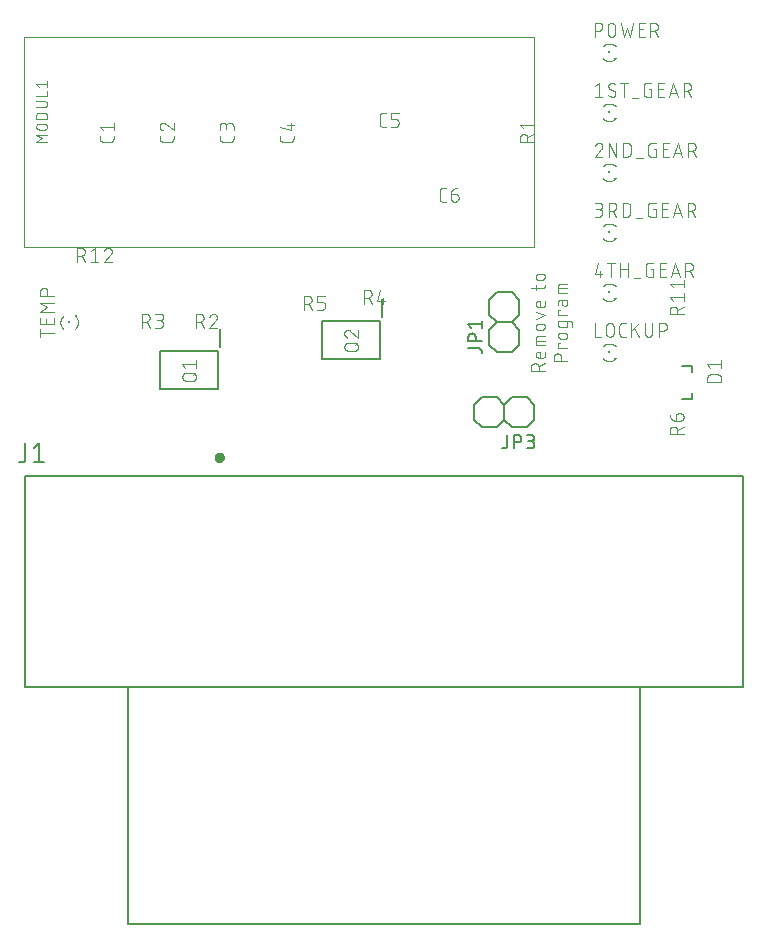
<source format=gbr>
G04 EAGLE Gerber X2 export*
%TF.Part,Single*%
%TF.FileFunction,Legend,Top,1*%
%TF.FilePolarity,Positive*%
%TF.GenerationSoftware,Autodesk,EAGLE,9.1.3*%
%TF.CreationDate,2020-03-05T03:51:44Z*%
G75*
%MOMM*%
%FSLAX34Y34*%
%LPD*%
%AMOC8*
5,1,8,0,0,1.08239X$1,22.5*%
G01*
%ADD10C,0.101600*%
%ADD11R,0.200000X0.200000*%
%ADD12R,0.150000X0.250000*%
%ADD13C,0.152400*%
%ADD14C,0.127000*%
%ADD15C,0.000000*%
%ADD16C,0.076200*%
%ADD17C,0.400000*%
%ADD18R,0.250000X0.150000*%
%ADD19C,0.200000*%


D10*
X440817Y111225D02*
X429133Y111225D01*
X429133Y114471D01*
X429135Y114584D01*
X429141Y114697D01*
X429151Y114810D01*
X429165Y114923D01*
X429182Y115035D01*
X429204Y115146D01*
X429229Y115256D01*
X429259Y115366D01*
X429292Y115474D01*
X429329Y115581D01*
X429369Y115687D01*
X429414Y115791D01*
X429462Y115894D01*
X429513Y115995D01*
X429568Y116094D01*
X429626Y116191D01*
X429688Y116286D01*
X429753Y116379D01*
X429821Y116469D01*
X429892Y116557D01*
X429967Y116643D01*
X430044Y116726D01*
X430124Y116806D01*
X430207Y116883D01*
X430293Y116958D01*
X430381Y117029D01*
X430471Y117097D01*
X430564Y117162D01*
X430659Y117224D01*
X430756Y117282D01*
X430855Y117337D01*
X430956Y117388D01*
X431059Y117436D01*
X431163Y117481D01*
X431269Y117521D01*
X431376Y117558D01*
X431484Y117591D01*
X431594Y117621D01*
X431704Y117646D01*
X431815Y117668D01*
X431927Y117685D01*
X432040Y117699D01*
X432153Y117709D01*
X432266Y117715D01*
X432379Y117717D01*
X432492Y117715D01*
X432605Y117709D01*
X432718Y117699D01*
X432831Y117685D01*
X432943Y117668D01*
X433054Y117646D01*
X433164Y117621D01*
X433274Y117591D01*
X433382Y117558D01*
X433489Y117521D01*
X433595Y117481D01*
X433699Y117436D01*
X433802Y117388D01*
X433903Y117337D01*
X434002Y117282D01*
X434099Y117224D01*
X434194Y117162D01*
X434287Y117097D01*
X434377Y117029D01*
X434465Y116958D01*
X434551Y116883D01*
X434634Y116806D01*
X434714Y116726D01*
X434791Y116643D01*
X434866Y116557D01*
X434937Y116469D01*
X435005Y116379D01*
X435070Y116286D01*
X435132Y116191D01*
X435190Y116094D01*
X435245Y115995D01*
X435296Y115894D01*
X435344Y115791D01*
X435389Y115687D01*
X435429Y115581D01*
X435466Y115474D01*
X435499Y115366D01*
X435529Y115256D01*
X435554Y115146D01*
X435576Y115035D01*
X435593Y114923D01*
X435607Y114810D01*
X435617Y114697D01*
X435623Y114584D01*
X435625Y114471D01*
X435624Y114471D02*
X435624Y111225D01*
X435624Y115120D02*
X440817Y117716D01*
X440817Y124416D02*
X440817Y127662D01*
X440817Y124416D02*
X440815Y124329D01*
X440809Y124241D01*
X440799Y124155D01*
X440786Y124068D01*
X440768Y123983D01*
X440747Y123898D01*
X440722Y123814D01*
X440693Y123732D01*
X440660Y123651D01*
X440624Y123571D01*
X440585Y123493D01*
X440541Y123417D01*
X440495Y123343D01*
X440445Y123272D01*
X440392Y123202D01*
X440336Y123135D01*
X440277Y123071D01*
X440215Y123009D01*
X440151Y122950D01*
X440084Y122894D01*
X440014Y122841D01*
X439943Y122791D01*
X439869Y122745D01*
X439793Y122701D01*
X439715Y122662D01*
X439635Y122626D01*
X439554Y122593D01*
X439472Y122564D01*
X439388Y122539D01*
X439303Y122518D01*
X439218Y122500D01*
X439131Y122487D01*
X439045Y122477D01*
X438957Y122471D01*
X438870Y122469D01*
X435624Y122469D01*
X435523Y122471D01*
X435423Y122477D01*
X435323Y122487D01*
X435223Y122500D01*
X435124Y122518D01*
X435025Y122539D01*
X434928Y122564D01*
X434831Y122593D01*
X434736Y122626D01*
X434642Y122662D01*
X434550Y122702D01*
X434459Y122745D01*
X434370Y122792D01*
X434283Y122842D01*
X434197Y122896D01*
X434114Y122953D01*
X434034Y123013D01*
X433955Y123076D01*
X433879Y123143D01*
X433806Y123212D01*
X433736Y123284D01*
X433668Y123358D01*
X433603Y123435D01*
X433542Y123515D01*
X433483Y123597D01*
X433428Y123681D01*
X433376Y123767D01*
X433327Y123855D01*
X433282Y123945D01*
X433240Y124037D01*
X433202Y124130D01*
X433168Y124225D01*
X433137Y124320D01*
X433110Y124417D01*
X433087Y124515D01*
X433067Y124614D01*
X433052Y124714D01*
X433040Y124814D01*
X433032Y124914D01*
X433028Y125015D01*
X433028Y125115D01*
X433032Y125216D01*
X433040Y125316D01*
X433052Y125416D01*
X433067Y125516D01*
X433087Y125615D01*
X433110Y125713D01*
X433137Y125810D01*
X433168Y125905D01*
X433202Y126000D01*
X433240Y126093D01*
X433282Y126185D01*
X433327Y126275D01*
X433376Y126363D01*
X433428Y126449D01*
X433483Y126533D01*
X433542Y126615D01*
X433603Y126695D01*
X433668Y126772D01*
X433736Y126846D01*
X433806Y126918D01*
X433879Y126987D01*
X433955Y127054D01*
X434034Y127117D01*
X434114Y127177D01*
X434197Y127234D01*
X434283Y127288D01*
X434370Y127338D01*
X434459Y127385D01*
X434550Y127428D01*
X434642Y127468D01*
X434736Y127504D01*
X434831Y127537D01*
X434928Y127566D01*
X435025Y127591D01*
X435124Y127612D01*
X435223Y127630D01*
X435323Y127643D01*
X435423Y127653D01*
X435523Y127659D01*
X435624Y127661D01*
X435624Y127662D02*
X436922Y127662D01*
X436922Y122469D01*
X433028Y132982D02*
X440817Y132982D01*
X433028Y132982D02*
X433028Y138824D01*
X433030Y138911D01*
X433036Y138999D01*
X433046Y139085D01*
X433059Y139172D01*
X433077Y139257D01*
X433098Y139342D01*
X433123Y139426D01*
X433152Y139508D01*
X433185Y139589D01*
X433221Y139669D01*
X433260Y139747D01*
X433304Y139823D01*
X433350Y139897D01*
X433400Y139968D01*
X433453Y140038D01*
X433509Y140105D01*
X433568Y140169D01*
X433630Y140231D01*
X433694Y140290D01*
X433761Y140346D01*
X433831Y140399D01*
X433902Y140449D01*
X433976Y140495D01*
X434052Y140539D01*
X434130Y140578D01*
X434210Y140614D01*
X434291Y140647D01*
X434373Y140676D01*
X434457Y140701D01*
X434542Y140722D01*
X434627Y140740D01*
X434714Y140753D01*
X434800Y140763D01*
X434888Y140769D01*
X434975Y140771D01*
X440817Y140771D01*
X440817Y136876D02*
X433028Y136876D01*
X435624Y146091D02*
X438221Y146091D01*
X435624Y146091D02*
X435523Y146093D01*
X435423Y146099D01*
X435323Y146109D01*
X435223Y146122D01*
X435124Y146140D01*
X435025Y146161D01*
X434928Y146186D01*
X434831Y146215D01*
X434736Y146248D01*
X434642Y146284D01*
X434550Y146324D01*
X434459Y146367D01*
X434370Y146414D01*
X434283Y146464D01*
X434197Y146518D01*
X434114Y146575D01*
X434034Y146635D01*
X433955Y146698D01*
X433879Y146765D01*
X433806Y146834D01*
X433736Y146906D01*
X433668Y146980D01*
X433603Y147057D01*
X433542Y147137D01*
X433483Y147219D01*
X433428Y147303D01*
X433376Y147389D01*
X433327Y147477D01*
X433282Y147567D01*
X433240Y147659D01*
X433202Y147752D01*
X433168Y147847D01*
X433137Y147942D01*
X433110Y148039D01*
X433087Y148137D01*
X433067Y148236D01*
X433052Y148336D01*
X433040Y148436D01*
X433032Y148536D01*
X433028Y148637D01*
X433028Y148737D01*
X433032Y148838D01*
X433040Y148938D01*
X433052Y149038D01*
X433067Y149138D01*
X433087Y149237D01*
X433110Y149335D01*
X433137Y149432D01*
X433168Y149527D01*
X433202Y149622D01*
X433240Y149715D01*
X433282Y149807D01*
X433327Y149897D01*
X433376Y149985D01*
X433428Y150071D01*
X433483Y150155D01*
X433542Y150237D01*
X433603Y150317D01*
X433668Y150394D01*
X433736Y150468D01*
X433806Y150540D01*
X433879Y150609D01*
X433955Y150676D01*
X434034Y150739D01*
X434114Y150799D01*
X434197Y150856D01*
X434283Y150910D01*
X434370Y150960D01*
X434459Y151007D01*
X434550Y151050D01*
X434642Y151090D01*
X434736Y151126D01*
X434831Y151159D01*
X434928Y151188D01*
X435025Y151213D01*
X435124Y151234D01*
X435223Y151252D01*
X435323Y151265D01*
X435423Y151275D01*
X435523Y151281D01*
X435624Y151283D01*
X435624Y151284D02*
X438221Y151284D01*
X438221Y151283D02*
X438322Y151281D01*
X438422Y151275D01*
X438522Y151265D01*
X438622Y151252D01*
X438721Y151234D01*
X438820Y151213D01*
X438917Y151188D01*
X439014Y151159D01*
X439109Y151126D01*
X439203Y151090D01*
X439295Y151050D01*
X439386Y151007D01*
X439475Y150960D01*
X439562Y150910D01*
X439648Y150856D01*
X439731Y150799D01*
X439811Y150739D01*
X439890Y150676D01*
X439966Y150609D01*
X440039Y150540D01*
X440109Y150468D01*
X440177Y150394D01*
X440242Y150317D01*
X440303Y150237D01*
X440362Y150155D01*
X440417Y150071D01*
X440469Y149985D01*
X440518Y149897D01*
X440563Y149807D01*
X440605Y149715D01*
X440643Y149622D01*
X440677Y149527D01*
X440708Y149432D01*
X440735Y149335D01*
X440758Y149237D01*
X440778Y149138D01*
X440793Y149038D01*
X440805Y148938D01*
X440813Y148838D01*
X440817Y148737D01*
X440817Y148637D01*
X440813Y148536D01*
X440805Y148436D01*
X440793Y148336D01*
X440778Y148236D01*
X440758Y148137D01*
X440735Y148039D01*
X440708Y147942D01*
X440677Y147847D01*
X440643Y147752D01*
X440605Y147659D01*
X440563Y147567D01*
X440518Y147477D01*
X440469Y147389D01*
X440417Y147303D01*
X440362Y147219D01*
X440303Y147137D01*
X440242Y147057D01*
X440177Y146980D01*
X440109Y146906D01*
X440039Y146834D01*
X439966Y146765D01*
X439890Y146698D01*
X439811Y146635D01*
X439731Y146575D01*
X439648Y146518D01*
X439562Y146464D01*
X439475Y146414D01*
X439386Y146367D01*
X439295Y146324D01*
X439203Y146284D01*
X439109Y146248D01*
X439014Y146215D01*
X438917Y146186D01*
X438820Y146161D01*
X438721Y146140D01*
X438622Y146122D01*
X438522Y146109D01*
X438422Y146099D01*
X438322Y146093D01*
X438221Y146091D01*
X433028Y155616D02*
X440817Y158212D01*
X433028Y160809D01*
X440817Y167088D02*
X440817Y170334D01*
X440817Y167088D02*
X440815Y167001D01*
X440809Y166913D01*
X440799Y166827D01*
X440786Y166740D01*
X440768Y166655D01*
X440747Y166570D01*
X440722Y166486D01*
X440693Y166404D01*
X440660Y166323D01*
X440624Y166243D01*
X440585Y166165D01*
X440541Y166089D01*
X440495Y166015D01*
X440445Y165944D01*
X440392Y165874D01*
X440336Y165807D01*
X440277Y165743D01*
X440215Y165681D01*
X440151Y165622D01*
X440084Y165566D01*
X440014Y165513D01*
X439943Y165463D01*
X439869Y165417D01*
X439793Y165373D01*
X439715Y165334D01*
X439635Y165298D01*
X439554Y165265D01*
X439472Y165236D01*
X439388Y165211D01*
X439303Y165190D01*
X439218Y165172D01*
X439131Y165159D01*
X439045Y165149D01*
X438957Y165143D01*
X438870Y165141D01*
X435624Y165141D01*
X435523Y165143D01*
X435423Y165149D01*
X435323Y165159D01*
X435223Y165172D01*
X435124Y165190D01*
X435025Y165211D01*
X434928Y165236D01*
X434831Y165265D01*
X434736Y165298D01*
X434642Y165334D01*
X434550Y165374D01*
X434459Y165417D01*
X434370Y165464D01*
X434283Y165514D01*
X434197Y165568D01*
X434114Y165625D01*
X434034Y165685D01*
X433955Y165748D01*
X433879Y165815D01*
X433806Y165884D01*
X433736Y165956D01*
X433668Y166030D01*
X433603Y166107D01*
X433542Y166187D01*
X433483Y166269D01*
X433428Y166353D01*
X433376Y166439D01*
X433327Y166527D01*
X433282Y166617D01*
X433240Y166709D01*
X433202Y166802D01*
X433168Y166897D01*
X433137Y166992D01*
X433110Y167089D01*
X433087Y167187D01*
X433067Y167286D01*
X433052Y167386D01*
X433040Y167486D01*
X433032Y167586D01*
X433028Y167687D01*
X433028Y167787D01*
X433032Y167888D01*
X433040Y167988D01*
X433052Y168088D01*
X433067Y168188D01*
X433087Y168287D01*
X433110Y168385D01*
X433137Y168482D01*
X433168Y168577D01*
X433202Y168672D01*
X433240Y168765D01*
X433282Y168857D01*
X433327Y168947D01*
X433376Y169035D01*
X433428Y169121D01*
X433483Y169205D01*
X433542Y169287D01*
X433603Y169367D01*
X433668Y169444D01*
X433736Y169518D01*
X433806Y169590D01*
X433879Y169659D01*
X433955Y169726D01*
X434034Y169789D01*
X434114Y169849D01*
X434197Y169906D01*
X434283Y169960D01*
X434370Y170010D01*
X434459Y170057D01*
X434550Y170100D01*
X434642Y170140D01*
X434736Y170176D01*
X434831Y170209D01*
X434928Y170238D01*
X435025Y170263D01*
X435124Y170284D01*
X435223Y170302D01*
X435323Y170315D01*
X435423Y170325D01*
X435523Y170331D01*
X435624Y170333D01*
X435624Y170334D02*
X436922Y170334D01*
X436922Y165141D01*
X433028Y180176D02*
X433028Y184070D01*
X429133Y181474D02*
X438870Y181474D01*
X438957Y181476D01*
X439045Y181482D01*
X439131Y181492D01*
X439218Y181505D01*
X439303Y181523D01*
X439388Y181544D01*
X439472Y181569D01*
X439554Y181598D01*
X439635Y181631D01*
X439715Y181667D01*
X439793Y181706D01*
X439869Y181750D01*
X439943Y181796D01*
X440014Y181846D01*
X440084Y181899D01*
X440151Y181955D01*
X440215Y182014D01*
X440277Y182076D01*
X440336Y182140D01*
X440392Y182207D01*
X440445Y182277D01*
X440495Y182348D01*
X440541Y182422D01*
X440585Y182498D01*
X440624Y182576D01*
X440660Y182656D01*
X440693Y182737D01*
X440722Y182819D01*
X440747Y182903D01*
X440768Y182988D01*
X440786Y183073D01*
X440799Y183160D01*
X440809Y183246D01*
X440815Y183334D01*
X440817Y183421D01*
X440817Y184070D01*
X438221Y188382D02*
X435624Y188382D01*
X435523Y188384D01*
X435423Y188390D01*
X435323Y188400D01*
X435223Y188413D01*
X435124Y188431D01*
X435025Y188452D01*
X434928Y188477D01*
X434831Y188506D01*
X434736Y188539D01*
X434642Y188575D01*
X434550Y188615D01*
X434459Y188658D01*
X434370Y188705D01*
X434283Y188755D01*
X434197Y188809D01*
X434114Y188866D01*
X434034Y188926D01*
X433955Y188989D01*
X433879Y189056D01*
X433806Y189125D01*
X433736Y189197D01*
X433668Y189271D01*
X433603Y189348D01*
X433542Y189428D01*
X433483Y189510D01*
X433428Y189594D01*
X433376Y189680D01*
X433327Y189768D01*
X433282Y189858D01*
X433240Y189950D01*
X433202Y190043D01*
X433168Y190138D01*
X433137Y190233D01*
X433110Y190330D01*
X433087Y190428D01*
X433067Y190527D01*
X433052Y190627D01*
X433040Y190727D01*
X433032Y190827D01*
X433028Y190928D01*
X433028Y191028D01*
X433032Y191129D01*
X433040Y191229D01*
X433052Y191329D01*
X433067Y191429D01*
X433087Y191528D01*
X433110Y191626D01*
X433137Y191723D01*
X433168Y191818D01*
X433202Y191913D01*
X433240Y192006D01*
X433282Y192098D01*
X433327Y192188D01*
X433376Y192276D01*
X433428Y192362D01*
X433483Y192446D01*
X433542Y192528D01*
X433603Y192608D01*
X433668Y192685D01*
X433736Y192759D01*
X433806Y192831D01*
X433879Y192900D01*
X433955Y192967D01*
X434034Y193030D01*
X434114Y193090D01*
X434197Y193147D01*
X434283Y193201D01*
X434370Y193251D01*
X434459Y193298D01*
X434550Y193341D01*
X434642Y193381D01*
X434736Y193417D01*
X434831Y193450D01*
X434928Y193479D01*
X435025Y193504D01*
X435124Y193525D01*
X435223Y193543D01*
X435323Y193556D01*
X435423Y193566D01*
X435523Y193572D01*
X435624Y193574D01*
X435624Y193575D02*
X438221Y193575D01*
X438221Y193574D02*
X438322Y193572D01*
X438422Y193566D01*
X438522Y193556D01*
X438622Y193543D01*
X438721Y193525D01*
X438820Y193504D01*
X438917Y193479D01*
X439014Y193450D01*
X439109Y193417D01*
X439203Y193381D01*
X439295Y193341D01*
X439386Y193298D01*
X439475Y193251D01*
X439562Y193201D01*
X439648Y193147D01*
X439731Y193090D01*
X439811Y193030D01*
X439890Y192967D01*
X439966Y192900D01*
X440039Y192831D01*
X440109Y192759D01*
X440177Y192685D01*
X440242Y192608D01*
X440303Y192528D01*
X440362Y192446D01*
X440417Y192362D01*
X440469Y192276D01*
X440518Y192188D01*
X440563Y192098D01*
X440605Y192006D01*
X440643Y191913D01*
X440677Y191818D01*
X440708Y191723D01*
X440735Y191626D01*
X440758Y191528D01*
X440778Y191429D01*
X440793Y191329D01*
X440805Y191229D01*
X440813Y191129D01*
X440817Y191028D01*
X440817Y190928D01*
X440813Y190827D01*
X440805Y190727D01*
X440793Y190627D01*
X440778Y190527D01*
X440758Y190428D01*
X440735Y190330D01*
X440708Y190233D01*
X440677Y190138D01*
X440643Y190043D01*
X440605Y189950D01*
X440563Y189858D01*
X440518Y189768D01*
X440469Y189680D01*
X440417Y189594D01*
X440362Y189510D01*
X440303Y189428D01*
X440242Y189348D01*
X440177Y189271D01*
X440109Y189197D01*
X440039Y189125D01*
X439966Y189056D01*
X439890Y188989D01*
X439811Y188926D01*
X439731Y188866D01*
X439648Y188809D01*
X439562Y188755D01*
X439475Y188705D01*
X439386Y188658D01*
X439295Y188615D01*
X439203Y188575D01*
X439109Y188539D01*
X439014Y188506D01*
X438917Y188477D01*
X438820Y188452D01*
X438721Y188431D01*
X438622Y188413D01*
X438522Y188400D01*
X438422Y188390D01*
X438322Y188384D01*
X438221Y188382D01*
X448183Y119578D02*
X459867Y119578D01*
X448183Y119578D02*
X448183Y122823D01*
X448185Y122936D01*
X448191Y123049D01*
X448201Y123162D01*
X448215Y123275D01*
X448232Y123387D01*
X448254Y123498D01*
X448279Y123608D01*
X448309Y123718D01*
X448342Y123826D01*
X448379Y123933D01*
X448419Y124039D01*
X448464Y124143D01*
X448512Y124246D01*
X448563Y124347D01*
X448618Y124446D01*
X448676Y124543D01*
X448738Y124638D01*
X448803Y124731D01*
X448871Y124821D01*
X448942Y124909D01*
X449017Y124995D01*
X449094Y125078D01*
X449174Y125158D01*
X449257Y125235D01*
X449343Y125310D01*
X449431Y125381D01*
X449521Y125449D01*
X449614Y125514D01*
X449709Y125576D01*
X449806Y125634D01*
X449905Y125689D01*
X450006Y125740D01*
X450109Y125788D01*
X450213Y125833D01*
X450319Y125873D01*
X450426Y125910D01*
X450534Y125943D01*
X450644Y125973D01*
X450754Y125998D01*
X450865Y126020D01*
X450977Y126037D01*
X451090Y126051D01*
X451203Y126061D01*
X451316Y126067D01*
X451429Y126069D01*
X451542Y126067D01*
X451655Y126061D01*
X451768Y126051D01*
X451881Y126037D01*
X451993Y126020D01*
X452104Y125998D01*
X452214Y125973D01*
X452324Y125943D01*
X452432Y125910D01*
X452539Y125873D01*
X452645Y125833D01*
X452749Y125788D01*
X452852Y125740D01*
X452953Y125689D01*
X453052Y125634D01*
X453149Y125576D01*
X453244Y125514D01*
X453337Y125449D01*
X453427Y125381D01*
X453515Y125310D01*
X453601Y125235D01*
X453684Y125158D01*
X453764Y125078D01*
X453841Y124995D01*
X453916Y124909D01*
X453987Y124821D01*
X454055Y124731D01*
X454120Y124638D01*
X454182Y124543D01*
X454240Y124446D01*
X454295Y124347D01*
X454346Y124246D01*
X454394Y124143D01*
X454439Y124039D01*
X454479Y123933D01*
X454516Y123826D01*
X454549Y123718D01*
X454579Y123608D01*
X454604Y123498D01*
X454626Y123387D01*
X454643Y123275D01*
X454657Y123162D01*
X454667Y123049D01*
X454673Y122936D01*
X454675Y122823D01*
X454674Y122823D02*
X454674Y119578D01*
X452078Y130792D02*
X459867Y130792D01*
X452078Y130792D02*
X452078Y134686D01*
X453376Y134686D01*
X454674Y138345D02*
X457271Y138345D01*
X454674Y138346D02*
X454573Y138348D01*
X454473Y138354D01*
X454373Y138364D01*
X454273Y138377D01*
X454174Y138395D01*
X454075Y138416D01*
X453978Y138441D01*
X453881Y138470D01*
X453786Y138503D01*
X453692Y138539D01*
X453600Y138579D01*
X453509Y138622D01*
X453420Y138669D01*
X453333Y138719D01*
X453247Y138773D01*
X453164Y138830D01*
X453084Y138890D01*
X453005Y138953D01*
X452929Y139020D01*
X452856Y139089D01*
X452786Y139161D01*
X452718Y139235D01*
X452653Y139312D01*
X452592Y139392D01*
X452533Y139474D01*
X452478Y139558D01*
X452426Y139644D01*
X452377Y139732D01*
X452332Y139822D01*
X452290Y139914D01*
X452252Y140007D01*
X452218Y140102D01*
X452187Y140197D01*
X452160Y140294D01*
X452137Y140392D01*
X452117Y140491D01*
X452102Y140591D01*
X452090Y140691D01*
X452082Y140791D01*
X452078Y140892D01*
X452078Y140992D01*
X452082Y141093D01*
X452090Y141193D01*
X452102Y141293D01*
X452117Y141393D01*
X452137Y141492D01*
X452160Y141590D01*
X452187Y141687D01*
X452218Y141782D01*
X452252Y141877D01*
X452290Y141970D01*
X452332Y142062D01*
X452377Y142152D01*
X452426Y142240D01*
X452478Y142326D01*
X452533Y142410D01*
X452592Y142492D01*
X452653Y142572D01*
X452718Y142649D01*
X452786Y142723D01*
X452856Y142795D01*
X452929Y142864D01*
X453005Y142931D01*
X453084Y142994D01*
X453164Y143054D01*
X453247Y143111D01*
X453333Y143165D01*
X453420Y143215D01*
X453509Y143262D01*
X453600Y143305D01*
X453692Y143345D01*
X453786Y143381D01*
X453881Y143414D01*
X453978Y143443D01*
X454075Y143468D01*
X454174Y143489D01*
X454273Y143507D01*
X454373Y143520D01*
X454473Y143530D01*
X454573Y143536D01*
X454674Y143538D01*
X457271Y143538D01*
X457372Y143536D01*
X457472Y143530D01*
X457572Y143520D01*
X457672Y143507D01*
X457771Y143489D01*
X457870Y143468D01*
X457967Y143443D01*
X458064Y143414D01*
X458159Y143381D01*
X458253Y143345D01*
X458345Y143305D01*
X458436Y143262D01*
X458525Y143215D01*
X458612Y143165D01*
X458698Y143111D01*
X458781Y143054D01*
X458861Y142994D01*
X458940Y142931D01*
X459016Y142864D01*
X459089Y142795D01*
X459159Y142723D01*
X459227Y142649D01*
X459292Y142572D01*
X459353Y142492D01*
X459412Y142410D01*
X459467Y142326D01*
X459519Y142240D01*
X459568Y142152D01*
X459613Y142062D01*
X459655Y141970D01*
X459693Y141877D01*
X459727Y141782D01*
X459758Y141687D01*
X459785Y141590D01*
X459808Y141492D01*
X459828Y141393D01*
X459843Y141293D01*
X459855Y141193D01*
X459863Y141093D01*
X459867Y140992D01*
X459867Y140892D01*
X459863Y140791D01*
X459855Y140691D01*
X459843Y140591D01*
X459828Y140491D01*
X459808Y140392D01*
X459785Y140294D01*
X459758Y140197D01*
X459727Y140102D01*
X459693Y140007D01*
X459655Y139914D01*
X459613Y139822D01*
X459568Y139732D01*
X459519Y139644D01*
X459467Y139558D01*
X459412Y139474D01*
X459353Y139392D01*
X459292Y139312D01*
X459227Y139235D01*
X459159Y139161D01*
X459089Y139089D01*
X459016Y139020D01*
X458940Y138953D01*
X458861Y138890D01*
X458781Y138830D01*
X458698Y138773D01*
X458612Y138719D01*
X458525Y138669D01*
X458436Y138622D01*
X458345Y138579D01*
X458253Y138539D01*
X458159Y138503D01*
X458064Y138470D01*
X457967Y138441D01*
X457870Y138416D01*
X457771Y138395D01*
X457672Y138377D01*
X457572Y138364D01*
X457472Y138354D01*
X457372Y138348D01*
X457271Y138346D01*
X459867Y150140D02*
X459867Y153385D01*
X459867Y150140D02*
X459865Y150053D01*
X459859Y149965D01*
X459849Y149879D01*
X459836Y149792D01*
X459818Y149707D01*
X459797Y149622D01*
X459772Y149538D01*
X459743Y149456D01*
X459710Y149375D01*
X459674Y149295D01*
X459635Y149217D01*
X459591Y149141D01*
X459545Y149067D01*
X459495Y148996D01*
X459442Y148926D01*
X459386Y148859D01*
X459327Y148795D01*
X459265Y148733D01*
X459201Y148674D01*
X459134Y148618D01*
X459064Y148565D01*
X458993Y148515D01*
X458919Y148469D01*
X458843Y148425D01*
X458765Y148386D01*
X458685Y148350D01*
X458604Y148317D01*
X458522Y148288D01*
X458438Y148263D01*
X458353Y148242D01*
X458268Y148224D01*
X458181Y148211D01*
X458095Y148201D01*
X458007Y148195D01*
X457920Y148193D01*
X457920Y148192D02*
X454025Y148192D01*
X454025Y148193D02*
X453938Y148195D01*
X453850Y148201D01*
X453764Y148211D01*
X453677Y148224D01*
X453592Y148242D01*
X453507Y148263D01*
X453423Y148288D01*
X453341Y148317D01*
X453260Y148350D01*
X453180Y148386D01*
X453102Y148425D01*
X453026Y148469D01*
X452952Y148515D01*
X452881Y148565D01*
X452811Y148618D01*
X452744Y148674D01*
X452680Y148733D01*
X452618Y148795D01*
X452559Y148859D01*
X452503Y148926D01*
X452450Y148996D01*
X452400Y149067D01*
X452354Y149141D01*
X452310Y149217D01*
X452271Y149295D01*
X452235Y149375D01*
X452202Y149456D01*
X452173Y149538D01*
X452148Y149622D01*
X452127Y149707D01*
X452109Y149792D01*
X452096Y149879D01*
X452086Y149965D01*
X452080Y150053D01*
X452078Y150140D01*
X452078Y153385D01*
X461814Y153385D01*
X461901Y153383D01*
X461989Y153377D01*
X462075Y153367D01*
X462162Y153354D01*
X462247Y153336D01*
X462332Y153315D01*
X462416Y153290D01*
X462498Y153261D01*
X462579Y153228D01*
X462659Y153192D01*
X462737Y153153D01*
X462813Y153109D01*
X462887Y153063D01*
X462958Y153013D01*
X463028Y152960D01*
X463095Y152904D01*
X463159Y152845D01*
X463221Y152783D01*
X463280Y152719D01*
X463336Y152652D01*
X463389Y152582D01*
X463439Y152511D01*
X463485Y152437D01*
X463529Y152361D01*
X463568Y152283D01*
X463604Y152203D01*
X463637Y152122D01*
X463666Y152040D01*
X463691Y151956D01*
X463712Y151871D01*
X463730Y151786D01*
X463743Y151699D01*
X463753Y151613D01*
X463759Y151525D01*
X463761Y151438D01*
X463762Y151438D02*
X463762Y148842D01*
X459867Y158986D02*
X452078Y158986D01*
X452078Y162880D01*
X453376Y162880D01*
X455323Y168752D02*
X455323Y171673D01*
X455323Y168752D02*
X455325Y168658D01*
X455331Y168564D01*
X455340Y168471D01*
X455354Y168378D01*
X455371Y168286D01*
X455393Y168194D01*
X455417Y168104D01*
X455446Y168014D01*
X455478Y167926D01*
X455514Y167839D01*
X455554Y167754D01*
X455597Y167671D01*
X455643Y167589D01*
X455693Y167509D01*
X455746Y167432D01*
X455802Y167357D01*
X455861Y167284D01*
X455923Y167213D01*
X455988Y167145D01*
X456056Y167080D01*
X456127Y167018D01*
X456200Y166959D01*
X456275Y166903D01*
X456352Y166850D01*
X456432Y166800D01*
X456514Y166754D01*
X456597Y166711D01*
X456682Y166671D01*
X456769Y166635D01*
X456857Y166603D01*
X456947Y166574D01*
X457037Y166550D01*
X457129Y166528D01*
X457221Y166511D01*
X457314Y166497D01*
X457407Y166488D01*
X457501Y166482D01*
X457595Y166480D01*
X457689Y166482D01*
X457783Y166488D01*
X457876Y166497D01*
X457969Y166511D01*
X458061Y166528D01*
X458153Y166550D01*
X458243Y166574D01*
X458333Y166603D01*
X458421Y166635D01*
X458508Y166671D01*
X458593Y166711D01*
X458676Y166754D01*
X458758Y166800D01*
X458838Y166850D01*
X458915Y166903D01*
X458990Y166959D01*
X459063Y167018D01*
X459134Y167080D01*
X459202Y167145D01*
X459267Y167213D01*
X459329Y167284D01*
X459388Y167357D01*
X459444Y167432D01*
X459497Y167509D01*
X459547Y167589D01*
X459593Y167671D01*
X459636Y167754D01*
X459676Y167839D01*
X459712Y167926D01*
X459744Y168014D01*
X459773Y168104D01*
X459797Y168194D01*
X459819Y168286D01*
X459836Y168378D01*
X459850Y168471D01*
X459859Y168564D01*
X459865Y168658D01*
X459867Y168752D01*
X459867Y171673D01*
X454025Y171673D01*
X453938Y171671D01*
X453850Y171665D01*
X453764Y171655D01*
X453677Y171642D01*
X453592Y171624D01*
X453507Y171603D01*
X453423Y171578D01*
X453341Y171549D01*
X453260Y171516D01*
X453180Y171480D01*
X453102Y171441D01*
X453026Y171397D01*
X452952Y171351D01*
X452881Y171301D01*
X452811Y171248D01*
X452744Y171192D01*
X452680Y171133D01*
X452618Y171071D01*
X452559Y171007D01*
X452503Y170940D01*
X452450Y170870D01*
X452400Y170799D01*
X452354Y170725D01*
X452310Y170649D01*
X452271Y170571D01*
X452235Y170491D01*
X452202Y170410D01*
X452173Y170328D01*
X452148Y170244D01*
X452127Y170159D01*
X452109Y170074D01*
X452096Y169987D01*
X452086Y169901D01*
X452080Y169813D01*
X452078Y169726D01*
X452078Y167130D01*
X452078Y177433D02*
X459867Y177433D01*
X452078Y177433D02*
X452078Y183275D01*
X452080Y183362D01*
X452086Y183450D01*
X452096Y183536D01*
X452109Y183623D01*
X452127Y183708D01*
X452148Y183793D01*
X452173Y183877D01*
X452202Y183959D01*
X452235Y184040D01*
X452271Y184120D01*
X452310Y184198D01*
X452354Y184274D01*
X452400Y184348D01*
X452450Y184419D01*
X452503Y184489D01*
X452559Y184556D01*
X452618Y184620D01*
X452680Y184682D01*
X452744Y184741D01*
X452811Y184797D01*
X452881Y184850D01*
X452952Y184900D01*
X453026Y184946D01*
X453102Y184990D01*
X453180Y185029D01*
X453260Y185065D01*
X453341Y185098D01*
X453423Y185127D01*
X453507Y185152D01*
X453592Y185173D01*
X453677Y185191D01*
X453764Y185204D01*
X453850Y185214D01*
X453938Y185220D01*
X454025Y185222D01*
X459867Y185222D01*
X459867Y181328D02*
X452078Y181328D01*
X489800Y325200D02*
X489924Y325067D01*
X490052Y324937D01*
X490182Y324810D01*
X490316Y324686D01*
X490452Y324565D01*
X490592Y324448D01*
X490734Y324335D01*
X490879Y324225D01*
X491027Y324118D01*
X491177Y324015D01*
X491330Y323916D01*
X491485Y323821D01*
X491642Y323729D01*
X491802Y323642D01*
X491964Y323558D01*
X492127Y323478D01*
X492293Y323402D01*
X492460Y323331D01*
X492630Y323263D01*
X492800Y323200D01*
X492972Y323141D01*
X493146Y323086D01*
X493321Y323035D01*
X493497Y322989D01*
X493674Y322947D01*
X493852Y322909D01*
X494032Y322876D01*
X494211Y322847D01*
X494392Y322823D01*
X494573Y322803D01*
X494754Y322787D01*
X494936Y322776D01*
X495118Y322769D01*
X495300Y322767D01*
X495482Y322769D01*
X495664Y322776D01*
X495846Y322787D01*
X496027Y322803D01*
X496208Y322823D01*
X496389Y322847D01*
X496568Y322876D01*
X496748Y322909D01*
X496926Y322947D01*
X497103Y322989D01*
X497279Y323035D01*
X497454Y323086D01*
X497628Y323141D01*
X497800Y323200D01*
X497970Y323263D01*
X498140Y323331D01*
X498307Y323402D01*
X498473Y323478D01*
X498636Y323558D01*
X498798Y323642D01*
X498958Y323729D01*
X499115Y323821D01*
X499270Y323916D01*
X499423Y324015D01*
X499573Y324118D01*
X499721Y324225D01*
X499866Y324335D01*
X500008Y324448D01*
X500148Y324565D01*
X500284Y324686D01*
X500418Y324810D01*
X500548Y324937D01*
X500676Y325067D01*
X500800Y325200D01*
X500800Y335200D02*
X500676Y335333D01*
X500548Y335463D01*
X500418Y335590D01*
X500284Y335714D01*
X500148Y335835D01*
X500008Y335952D01*
X499866Y336065D01*
X499721Y336175D01*
X499573Y336282D01*
X499423Y336385D01*
X499270Y336484D01*
X499115Y336579D01*
X498958Y336671D01*
X498798Y336758D01*
X498636Y336842D01*
X498473Y336922D01*
X498307Y336998D01*
X498140Y337069D01*
X497970Y337137D01*
X497800Y337200D01*
X497628Y337259D01*
X497454Y337314D01*
X497279Y337365D01*
X497103Y337411D01*
X496926Y337453D01*
X496748Y337491D01*
X496568Y337524D01*
X496389Y337553D01*
X496208Y337577D01*
X496027Y337597D01*
X495846Y337613D01*
X495664Y337624D01*
X495482Y337631D01*
X495300Y337633D01*
X495118Y337631D01*
X494936Y337624D01*
X494754Y337613D01*
X494573Y337597D01*
X494392Y337577D01*
X494211Y337553D01*
X494032Y337524D01*
X493852Y337491D01*
X493674Y337453D01*
X493497Y337411D01*
X493321Y337365D01*
X493146Y337314D01*
X492972Y337259D01*
X492800Y337200D01*
X492630Y337137D01*
X492460Y337069D01*
X492293Y336998D01*
X492127Y336922D01*
X491964Y336842D01*
X491802Y336758D01*
X491642Y336671D01*
X491485Y336579D01*
X491330Y336484D01*
X491177Y336385D01*
X491027Y336282D01*
X490879Y336175D01*
X490734Y336065D01*
X490592Y335952D01*
X490452Y335835D01*
X490316Y335714D01*
X490182Y335590D01*
X490052Y335463D01*
X489924Y335333D01*
X489800Y335200D01*
D11*
X495300Y330200D03*
D12*
X500550Y324450D03*
D10*
X483108Y352496D02*
X486354Y355092D01*
X486354Y343408D01*
X489599Y343408D02*
X483108Y343408D01*
X498052Y343408D02*
X498151Y343410D01*
X498251Y343416D01*
X498350Y343425D01*
X498448Y343438D01*
X498546Y343455D01*
X498644Y343476D01*
X498740Y343501D01*
X498835Y343529D01*
X498929Y343561D01*
X499022Y343596D01*
X499114Y343635D01*
X499204Y343678D01*
X499292Y343723D01*
X499379Y343773D01*
X499463Y343825D01*
X499546Y343881D01*
X499626Y343939D01*
X499704Y344001D01*
X499779Y344066D01*
X499852Y344134D01*
X499922Y344204D01*
X499990Y344277D01*
X500055Y344352D01*
X500117Y344430D01*
X500175Y344510D01*
X500231Y344593D01*
X500283Y344677D01*
X500333Y344764D01*
X500378Y344852D01*
X500421Y344942D01*
X500460Y345034D01*
X500495Y345127D01*
X500527Y345221D01*
X500555Y345316D01*
X500580Y345412D01*
X500601Y345510D01*
X500618Y345608D01*
X500631Y345706D01*
X500640Y345805D01*
X500646Y345905D01*
X500648Y346004D01*
X498052Y343408D02*
X497908Y343410D01*
X497763Y343416D01*
X497619Y343425D01*
X497476Y343438D01*
X497332Y343455D01*
X497189Y343476D01*
X497047Y343501D01*
X496906Y343529D01*
X496765Y343561D01*
X496625Y343597D01*
X496486Y343636D01*
X496348Y343679D01*
X496212Y343726D01*
X496076Y343776D01*
X495942Y343830D01*
X495810Y343887D01*
X495679Y343948D01*
X495550Y344012D01*
X495422Y344080D01*
X495296Y344150D01*
X495172Y344225D01*
X495051Y344302D01*
X494931Y344383D01*
X494813Y344466D01*
X494698Y344553D01*
X494585Y344643D01*
X494474Y344736D01*
X494366Y344831D01*
X494260Y344930D01*
X494157Y345031D01*
X494482Y352496D02*
X494484Y352595D01*
X494490Y352695D01*
X494499Y352794D01*
X494512Y352892D01*
X494529Y352990D01*
X494550Y353088D01*
X494575Y353184D01*
X494603Y353279D01*
X494635Y353373D01*
X494670Y353466D01*
X494709Y353558D01*
X494752Y353648D01*
X494797Y353736D01*
X494847Y353823D01*
X494899Y353907D01*
X494955Y353990D01*
X495013Y354070D01*
X495075Y354148D01*
X495140Y354223D01*
X495208Y354296D01*
X495278Y354366D01*
X495351Y354434D01*
X495426Y354499D01*
X495504Y354561D01*
X495584Y354619D01*
X495667Y354675D01*
X495751Y354727D01*
X495838Y354777D01*
X495926Y354822D01*
X496016Y354865D01*
X496108Y354904D01*
X496201Y354939D01*
X496295Y354971D01*
X496390Y354999D01*
X496487Y355024D01*
X496584Y355045D01*
X496682Y355062D01*
X496780Y355075D01*
X496879Y355084D01*
X496979Y355090D01*
X497078Y355092D01*
X497214Y355090D01*
X497350Y355084D01*
X497486Y355075D01*
X497622Y355062D01*
X497757Y355044D01*
X497891Y355024D01*
X498025Y354999D01*
X498159Y354971D01*
X498291Y354938D01*
X498422Y354903D01*
X498553Y354863D01*
X498682Y354820D01*
X498810Y354774D01*
X498936Y354723D01*
X499062Y354670D01*
X499185Y354612D01*
X499307Y354552D01*
X499427Y354488D01*
X499546Y354420D01*
X499662Y354350D01*
X499776Y354276D01*
X499889Y354199D01*
X499999Y354118D01*
X495779Y350224D02*
X495693Y350277D01*
X495609Y350334D01*
X495527Y350393D01*
X495447Y350456D01*
X495370Y350522D01*
X495295Y350590D01*
X495223Y350662D01*
X495154Y350736D01*
X495088Y350813D01*
X495025Y350892D01*
X494965Y350974D01*
X494908Y351058D01*
X494854Y351144D01*
X494804Y351232D01*
X494757Y351322D01*
X494713Y351413D01*
X494674Y351507D01*
X494637Y351601D01*
X494605Y351697D01*
X494576Y351795D01*
X494551Y351893D01*
X494530Y351992D01*
X494512Y352092D01*
X494499Y352192D01*
X494489Y352293D01*
X494483Y352395D01*
X494481Y352496D01*
X499350Y348276D02*
X499436Y348223D01*
X499520Y348166D01*
X499602Y348107D01*
X499682Y348044D01*
X499759Y347978D01*
X499834Y347910D01*
X499906Y347838D01*
X499975Y347764D01*
X500041Y347687D01*
X500104Y347608D01*
X500164Y347526D01*
X500221Y347442D01*
X500275Y347356D01*
X500325Y347268D01*
X500372Y347178D01*
X500416Y347087D01*
X500455Y346993D01*
X500492Y346899D01*
X500524Y346803D01*
X500553Y346705D01*
X500578Y346607D01*
X500599Y346508D01*
X500617Y346408D01*
X500630Y346308D01*
X500640Y346207D01*
X500646Y346105D01*
X500648Y346004D01*
X499350Y348276D02*
X495780Y350224D01*
X507689Y355092D02*
X507689Y343408D01*
X504444Y355092D02*
X510935Y355092D01*
X514618Y342110D02*
X519811Y342110D01*
X529181Y349899D02*
X531128Y349899D01*
X531128Y343408D01*
X527233Y343408D01*
X527134Y343410D01*
X527034Y343416D01*
X526935Y343425D01*
X526837Y343438D01*
X526739Y343455D01*
X526641Y343476D01*
X526545Y343501D01*
X526450Y343529D01*
X526356Y343561D01*
X526263Y343596D01*
X526171Y343635D01*
X526081Y343678D01*
X525993Y343723D01*
X525906Y343773D01*
X525822Y343825D01*
X525739Y343881D01*
X525659Y343939D01*
X525581Y344001D01*
X525506Y344066D01*
X525433Y344134D01*
X525363Y344204D01*
X525295Y344277D01*
X525230Y344352D01*
X525168Y344430D01*
X525110Y344510D01*
X525054Y344593D01*
X525002Y344677D01*
X524952Y344764D01*
X524907Y344852D01*
X524864Y344942D01*
X524825Y345034D01*
X524790Y345127D01*
X524758Y345221D01*
X524730Y345316D01*
X524705Y345412D01*
X524684Y345510D01*
X524667Y345608D01*
X524654Y345706D01*
X524645Y345805D01*
X524639Y345905D01*
X524637Y346004D01*
X524637Y352496D01*
X524639Y352595D01*
X524645Y352695D01*
X524654Y352794D01*
X524667Y352892D01*
X524684Y352990D01*
X524705Y353088D01*
X524730Y353184D01*
X524758Y353279D01*
X524790Y353373D01*
X524825Y353466D01*
X524864Y353558D01*
X524907Y353648D01*
X524952Y353736D01*
X525002Y353823D01*
X525054Y353907D01*
X525110Y353990D01*
X525168Y354070D01*
X525230Y354148D01*
X525295Y354223D01*
X525363Y354296D01*
X525433Y354366D01*
X525506Y354434D01*
X525581Y354499D01*
X525659Y354561D01*
X525739Y354619D01*
X525822Y354675D01*
X525906Y354727D01*
X525993Y354777D01*
X526081Y354822D01*
X526171Y354865D01*
X526263Y354904D01*
X526355Y354939D01*
X526450Y354971D01*
X526545Y354999D01*
X526641Y355024D01*
X526739Y355045D01*
X526837Y355062D01*
X526935Y355075D01*
X527034Y355084D01*
X527134Y355090D01*
X527233Y355092D01*
X531128Y355092D01*
X536851Y343408D02*
X542044Y343408D01*
X536851Y343408D02*
X536851Y355092D01*
X542044Y355092D01*
X540746Y349899D02*
X536851Y349899D01*
X545705Y343408D02*
X549599Y355092D01*
X553494Y343408D01*
X552520Y346329D02*
X546678Y346329D01*
X558239Y343408D02*
X558239Y355092D01*
X561484Y355092D01*
X561597Y355090D01*
X561710Y355084D01*
X561823Y355074D01*
X561936Y355060D01*
X562048Y355043D01*
X562159Y355021D01*
X562269Y354996D01*
X562379Y354966D01*
X562487Y354933D01*
X562594Y354896D01*
X562700Y354856D01*
X562804Y354811D01*
X562907Y354763D01*
X563008Y354712D01*
X563107Y354657D01*
X563204Y354599D01*
X563299Y354537D01*
X563392Y354472D01*
X563482Y354404D01*
X563570Y354333D01*
X563656Y354258D01*
X563739Y354181D01*
X563819Y354101D01*
X563896Y354018D01*
X563971Y353932D01*
X564042Y353844D01*
X564110Y353754D01*
X564175Y353661D01*
X564237Y353566D01*
X564295Y353469D01*
X564350Y353370D01*
X564401Y353269D01*
X564449Y353166D01*
X564494Y353062D01*
X564534Y352956D01*
X564571Y352849D01*
X564604Y352741D01*
X564634Y352631D01*
X564659Y352521D01*
X564681Y352410D01*
X564698Y352298D01*
X564712Y352185D01*
X564722Y352072D01*
X564728Y351959D01*
X564730Y351846D01*
X564728Y351733D01*
X564722Y351620D01*
X564712Y351507D01*
X564698Y351394D01*
X564681Y351282D01*
X564659Y351171D01*
X564634Y351061D01*
X564604Y350951D01*
X564571Y350843D01*
X564534Y350736D01*
X564494Y350630D01*
X564449Y350526D01*
X564401Y350423D01*
X564350Y350322D01*
X564295Y350223D01*
X564237Y350126D01*
X564175Y350031D01*
X564110Y349938D01*
X564042Y349848D01*
X563971Y349760D01*
X563896Y349674D01*
X563819Y349591D01*
X563739Y349511D01*
X563656Y349434D01*
X563570Y349359D01*
X563482Y349288D01*
X563392Y349220D01*
X563299Y349155D01*
X563204Y349093D01*
X563107Y349035D01*
X563008Y348980D01*
X562907Y348929D01*
X562804Y348881D01*
X562700Y348836D01*
X562594Y348796D01*
X562487Y348759D01*
X562379Y348726D01*
X562269Y348696D01*
X562159Y348671D01*
X562048Y348649D01*
X561936Y348632D01*
X561823Y348618D01*
X561710Y348608D01*
X561597Y348602D01*
X561484Y348600D01*
X561484Y348601D02*
X558239Y348601D01*
X562133Y348601D02*
X564730Y343408D01*
X500800Y274400D02*
X500676Y274267D01*
X500548Y274137D01*
X500418Y274010D01*
X500284Y273886D01*
X500148Y273765D01*
X500008Y273648D01*
X499866Y273535D01*
X499721Y273425D01*
X499573Y273318D01*
X499423Y273215D01*
X499270Y273116D01*
X499115Y273021D01*
X498958Y272929D01*
X498798Y272842D01*
X498636Y272758D01*
X498473Y272678D01*
X498307Y272602D01*
X498140Y272531D01*
X497970Y272463D01*
X497800Y272400D01*
X497628Y272341D01*
X497454Y272286D01*
X497279Y272235D01*
X497103Y272189D01*
X496926Y272147D01*
X496748Y272109D01*
X496568Y272076D01*
X496389Y272047D01*
X496208Y272023D01*
X496027Y272003D01*
X495846Y271987D01*
X495664Y271976D01*
X495482Y271969D01*
X495300Y271967D01*
X495118Y271969D01*
X494936Y271976D01*
X494754Y271987D01*
X494573Y272003D01*
X494392Y272023D01*
X494211Y272047D01*
X494032Y272076D01*
X493852Y272109D01*
X493674Y272147D01*
X493497Y272189D01*
X493321Y272235D01*
X493146Y272286D01*
X492972Y272341D01*
X492800Y272400D01*
X492630Y272463D01*
X492460Y272531D01*
X492293Y272602D01*
X492127Y272678D01*
X491964Y272758D01*
X491802Y272842D01*
X491642Y272929D01*
X491485Y273021D01*
X491330Y273116D01*
X491177Y273215D01*
X491027Y273318D01*
X490879Y273425D01*
X490734Y273535D01*
X490592Y273648D01*
X490452Y273765D01*
X490316Y273886D01*
X490182Y274010D01*
X490052Y274137D01*
X489924Y274267D01*
X489800Y274400D01*
X489800Y284400D02*
X489924Y284533D01*
X490052Y284663D01*
X490182Y284790D01*
X490316Y284914D01*
X490452Y285035D01*
X490592Y285152D01*
X490734Y285265D01*
X490879Y285375D01*
X491027Y285482D01*
X491177Y285585D01*
X491330Y285684D01*
X491485Y285779D01*
X491642Y285871D01*
X491802Y285958D01*
X491964Y286042D01*
X492127Y286122D01*
X492293Y286198D01*
X492460Y286269D01*
X492630Y286337D01*
X492800Y286400D01*
X492972Y286459D01*
X493146Y286514D01*
X493321Y286565D01*
X493497Y286611D01*
X493674Y286653D01*
X493852Y286691D01*
X494032Y286724D01*
X494211Y286753D01*
X494392Y286777D01*
X494573Y286797D01*
X494754Y286813D01*
X494936Y286824D01*
X495118Y286831D01*
X495300Y286833D01*
X495482Y286831D01*
X495664Y286824D01*
X495846Y286813D01*
X496027Y286797D01*
X496208Y286777D01*
X496389Y286753D01*
X496568Y286724D01*
X496748Y286691D01*
X496926Y286653D01*
X497103Y286611D01*
X497279Y286565D01*
X497454Y286514D01*
X497628Y286459D01*
X497800Y286400D01*
X497970Y286337D01*
X498140Y286269D01*
X498307Y286198D01*
X498473Y286122D01*
X498636Y286042D01*
X498798Y285958D01*
X498958Y285871D01*
X499115Y285779D01*
X499270Y285684D01*
X499423Y285585D01*
X499573Y285482D01*
X499721Y285375D01*
X499866Y285265D01*
X500008Y285152D01*
X500148Y285035D01*
X500284Y284914D01*
X500418Y284790D01*
X500548Y284663D01*
X500676Y284533D01*
X500800Y284400D01*
D11*
X495300Y279400D03*
D12*
X500550Y273650D03*
D10*
X489599Y301371D02*
X489597Y301478D01*
X489591Y301584D01*
X489581Y301690D01*
X489568Y301796D01*
X489550Y301902D01*
X489529Y302006D01*
X489504Y302110D01*
X489475Y302213D01*
X489443Y302314D01*
X489406Y302414D01*
X489366Y302513D01*
X489323Y302611D01*
X489276Y302707D01*
X489225Y302801D01*
X489171Y302893D01*
X489114Y302983D01*
X489054Y303071D01*
X488990Y303156D01*
X488923Y303239D01*
X488853Y303320D01*
X488781Y303398D01*
X488705Y303474D01*
X488627Y303546D01*
X488546Y303616D01*
X488463Y303683D01*
X488378Y303747D01*
X488290Y303807D01*
X488200Y303864D01*
X488108Y303918D01*
X488014Y303969D01*
X487918Y304016D01*
X487820Y304059D01*
X487721Y304099D01*
X487621Y304136D01*
X487520Y304168D01*
X487417Y304197D01*
X487313Y304222D01*
X487209Y304243D01*
X487103Y304261D01*
X486997Y304274D01*
X486891Y304284D01*
X486785Y304290D01*
X486678Y304292D01*
X486557Y304290D01*
X486436Y304284D01*
X486316Y304274D01*
X486195Y304261D01*
X486076Y304243D01*
X485956Y304222D01*
X485838Y304197D01*
X485721Y304168D01*
X485604Y304135D01*
X485489Y304099D01*
X485375Y304058D01*
X485262Y304015D01*
X485150Y303967D01*
X485041Y303916D01*
X484933Y303861D01*
X484826Y303803D01*
X484722Y303742D01*
X484620Y303677D01*
X484520Y303609D01*
X484422Y303538D01*
X484326Y303464D01*
X484233Y303387D01*
X484143Y303306D01*
X484055Y303223D01*
X483970Y303137D01*
X483887Y303048D01*
X483808Y302957D01*
X483731Y302863D01*
X483658Y302767D01*
X483588Y302669D01*
X483521Y302568D01*
X483457Y302465D01*
X483397Y302360D01*
X483340Y302253D01*
X483286Y302145D01*
X483236Y302035D01*
X483190Y301923D01*
X483147Y301810D01*
X483108Y301695D01*
X488626Y299099D02*
X488705Y299176D01*
X488781Y299257D01*
X488854Y299340D01*
X488924Y299425D01*
X488991Y299513D01*
X489055Y299603D01*
X489115Y299695D01*
X489172Y299790D01*
X489226Y299886D01*
X489277Y299984D01*
X489324Y300084D01*
X489368Y300186D01*
X489408Y300289D01*
X489444Y300393D01*
X489476Y300499D01*
X489505Y300605D01*
X489530Y300713D01*
X489552Y300821D01*
X489569Y300931D01*
X489583Y301040D01*
X489592Y301150D01*
X489598Y301261D01*
X489600Y301371D01*
X488625Y299099D02*
X483108Y292608D01*
X489599Y292608D01*
X494919Y292608D02*
X494919Y304292D01*
X501410Y292608D01*
X501410Y304292D01*
X507111Y304292D02*
X507111Y292608D01*
X507111Y304292D02*
X510356Y304292D01*
X510469Y304290D01*
X510582Y304284D01*
X510695Y304274D01*
X510808Y304260D01*
X510920Y304243D01*
X511031Y304221D01*
X511141Y304196D01*
X511251Y304166D01*
X511359Y304133D01*
X511466Y304096D01*
X511572Y304056D01*
X511676Y304011D01*
X511779Y303963D01*
X511880Y303912D01*
X511979Y303857D01*
X512076Y303799D01*
X512171Y303737D01*
X512264Y303672D01*
X512354Y303604D01*
X512442Y303533D01*
X512528Y303458D01*
X512611Y303381D01*
X512691Y303301D01*
X512768Y303218D01*
X512843Y303132D01*
X512914Y303044D01*
X512982Y302954D01*
X513047Y302861D01*
X513109Y302766D01*
X513167Y302669D01*
X513222Y302570D01*
X513273Y302469D01*
X513321Y302366D01*
X513366Y302262D01*
X513406Y302156D01*
X513443Y302049D01*
X513476Y301941D01*
X513506Y301831D01*
X513531Y301721D01*
X513553Y301610D01*
X513570Y301498D01*
X513584Y301385D01*
X513594Y301272D01*
X513600Y301159D01*
X513602Y301046D01*
X513602Y295854D01*
X513603Y295854D02*
X513601Y295741D01*
X513595Y295628D01*
X513585Y295515D01*
X513571Y295402D01*
X513554Y295290D01*
X513532Y295179D01*
X513507Y295069D01*
X513477Y294959D01*
X513444Y294851D01*
X513407Y294744D01*
X513367Y294638D01*
X513322Y294534D01*
X513274Y294431D01*
X513223Y294330D01*
X513168Y294231D01*
X513110Y294134D01*
X513048Y294039D01*
X512983Y293946D01*
X512915Y293856D01*
X512844Y293768D01*
X512769Y293682D01*
X512692Y293599D01*
X512612Y293519D01*
X512529Y293442D01*
X512443Y293367D01*
X512355Y293296D01*
X512265Y293228D01*
X512172Y293163D01*
X512077Y293101D01*
X511980Y293043D01*
X511881Y292988D01*
X511780Y292937D01*
X511677Y292889D01*
X511573Y292844D01*
X511467Y292804D01*
X511360Y292767D01*
X511252Y292734D01*
X511142Y292704D01*
X511032Y292679D01*
X510921Y292657D01*
X510809Y292640D01*
X510696Y292626D01*
X510583Y292616D01*
X510470Y292610D01*
X510357Y292608D01*
X510356Y292608D02*
X507111Y292608D01*
X518428Y291310D02*
X523621Y291310D01*
X532991Y299099D02*
X534938Y299099D01*
X534938Y292608D01*
X531043Y292608D01*
X530944Y292610D01*
X530844Y292616D01*
X530745Y292625D01*
X530647Y292638D01*
X530549Y292655D01*
X530451Y292676D01*
X530355Y292701D01*
X530260Y292729D01*
X530166Y292761D01*
X530073Y292796D01*
X529981Y292835D01*
X529891Y292878D01*
X529803Y292923D01*
X529716Y292973D01*
X529632Y293025D01*
X529549Y293081D01*
X529469Y293139D01*
X529391Y293201D01*
X529316Y293266D01*
X529243Y293334D01*
X529173Y293404D01*
X529105Y293477D01*
X529040Y293552D01*
X528978Y293630D01*
X528920Y293710D01*
X528864Y293793D01*
X528812Y293877D01*
X528762Y293964D01*
X528717Y294052D01*
X528674Y294142D01*
X528635Y294234D01*
X528600Y294327D01*
X528568Y294421D01*
X528540Y294516D01*
X528515Y294612D01*
X528494Y294710D01*
X528477Y294808D01*
X528464Y294906D01*
X528455Y295005D01*
X528449Y295105D01*
X528447Y295204D01*
X528447Y301696D01*
X528449Y301795D01*
X528455Y301895D01*
X528464Y301994D01*
X528477Y302092D01*
X528494Y302190D01*
X528515Y302288D01*
X528540Y302384D01*
X528568Y302479D01*
X528600Y302573D01*
X528635Y302666D01*
X528674Y302758D01*
X528717Y302848D01*
X528762Y302936D01*
X528812Y303023D01*
X528864Y303107D01*
X528920Y303190D01*
X528978Y303270D01*
X529040Y303348D01*
X529105Y303423D01*
X529173Y303496D01*
X529243Y303566D01*
X529316Y303634D01*
X529391Y303699D01*
X529469Y303761D01*
X529549Y303819D01*
X529632Y303875D01*
X529716Y303927D01*
X529803Y303977D01*
X529891Y304022D01*
X529981Y304065D01*
X530073Y304104D01*
X530165Y304139D01*
X530260Y304171D01*
X530355Y304199D01*
X530451Y304224D01*
X530549Y304245D01*
X530647Y304262D01*
X530745Y304275D01*
X530844Y304284D01*
X530944Y304290D01*
X531043Y304292D01*
X534938Y304292D01*
X540661Y292608D02*
X545854Y292608D01*
X540661Y292608D02*
X540661Y304292D01*
X545854Y304292D01*
X544556Y299099D02*
X540661Y299099D01*
X549515Y292608D02*
X553409Y304292D01*
X557304Y292608D01*
X556330Y295529D02*
X550488Y295529D01*
X562049Y292608D02*
X562049Y304292D01*
X565294Y304292D01*
X565407Y304290D01*
X565520Y304284D01*
X565633Y304274D01*
X565746Y304260D01*
X565858Y304243D01*
X565969Y304221D01*
X566079Y304196D01*
X566189Y304166D01*
X566297Y304133D01*
X566404Y304096D01*
X566510Y304056D01*
X566614Y304011D01*
X566717Y303963D01*
X566818Y303912D01*
X566917Y303857D01*
X567014Y303799D01*
X567109Y303737D01*
X567202Y303672D01*
X567292Y303604D01*
X567380Y303533D01*
X567466Y303458D01*
X567549Y303381D01*
X567629Y303301D01*
X567706Y303218D01*
X567781Y303132D01*
X567852Y303044D01*
X567920Y302954D01*
X567985Y302861D01*
X568047Y302766D01*
X568105Y302669D01*
X568160Y302570D01*
X568211Y302469D01*
X568259Y302366D01*
X568304Y302262D01*
X568344Y302156D01*
X568381Y302049D01*
X568414Y301941D01*
X568444Y301831D01*
X568469Y301721D01*
X568491Y301610D01*
X568508Y301498D01*
X568522Y301385D01*
X568532Y301272D01*
X568538Y301159D01*
X568540Y301046D01*
X568538Y300933D01*
X568532Y300820D01*
X568522Y300707D01*
X568508Y300594D01*
X568491Y300482D01*
X568469Y300371D01*
X568444Y300261D01*
X568414Y300151D01*
X568381Y300043D01*
X568344Y299936D01*
X568304Y299830D01*
X568259Y299726D01*
X568211Y299623D01*
X568160Y299522D01*
X568105Y299423D01*
X568047Y299326D01*
X567985Y299231D01*
X567920Y299138D01*
X567852Y299048D01*
X567781Y298960D01*
X567706Y298874D01*
X567629Y298791D01*
X567549Y298711D01*
X567466Y298634D01*
X567380Y298559D01*
X567292Y298488D01*
X567202Y298420D01*
X567109Y298355D01*
X567014Y298293D01*
X566917Y298235D01*
X566818Y298180D01*
X566717Y298129D01*
X566614Y298081D01*
X566510Y298036D01*
X566404Y297996D01*
X566297Y297959D01*
X566189Y297926D01*
X566079Y297896D01*
X565969Y297871D01*
X565858Y297849D01*
X565746Y297832D01*
X565633Y297818D01*
X565520Y297808D01*
X565407Y297802D01*
X565294Y297800D01*
X565294Y297801D02*
X562049Y297801D01*
X565943Y297801D02*
X568540Y292608D01*
X500800Y223600D02*
X500676Y223467D01*
X500548Y223337D01*
X500418Y223210D01*
X500284Y223086D01*
X500148Y222965D01*
X500008Y222848D01*
X499866Y222735D01*
X499721Y222625D01*
X499573Y222518D01*
X499423Y222415D01*
X499270Y222316D01*
X499115Y222221D01*
X498958Y222129D01*
X498798Y222042D01*
X498636Y221958D01*
X498473Y221878D01*
X498307Y221802D01*
X498140Y221731D01*
X497970Y221663D01*
X497800Y221600D01*
X497628Y221541D01*
X497454Y221486D01*
X497279Y221435D01*
X497103Y221389D01*
X496926Y221347D01*
X496748Y221309D01*
X496568Y221276D01*
X496389Y221247D01*
X496208Y221223D01*
X496027Y221203D01*
X495846Y221187D01*
X495664Y221176D01*
X495482Y221169D01*
X495300Y221167D01*
X495118Y221169D01*
X494936Y221176D01*
X494754Y221187D01*
X494573Y221203D01*
X494392Y221223D01*
X494211Y221247D01*
X494032Y221276D01*
X493852Y221309D01*
X493674Y221347D01*
X493497Y221389D01*
X493321Y221435D01*
X493146Y221486D01*
X492972Y221541D01*
X492800Y221600D01*
X492630Y221663D01*
X492460Y221731D01*
X492293Y221802D01*
X492127Y221878D01*
X491964Y221958D01*
X491802Y222042D01*
X491642Y222129D01*
X491485Y222221D01*
X491330Y222316D01*
X491177Y222415D01*
X491027Y222518D01*
X490879Y222625D01*
X490734Y222735D01*
X490592Y222848D01*
X490452Y222965D01*
X490316Y223086D01*
X490182Y223210D01*
X490052Y223337D01*
X489924Y223467D01*
X489800Y223600D01*
X489800Y233600D02*
X489924Y233733D01*
X490052Y233863D01*
X490182Y233990D01*
X490316Y234114D01*
X490452Y234235D01*
X490592Y234352D01*
X490734Y234465D01*
X490879Y234575D01*
X491027Y234682D01*
X491177Y234785D01*
X491330Y234884D01*
X491485Y234979D01*
X491642Y235071D01*
X491802Y235158D01*
X491964Y235242D01*
X492127Y235322D01*
X492293Y235398D01*
X492460Y235469D01*
X492630Y235537D01*
X492800Y235600D01*
X492972Y235659D01*
X493146Y235714D01*
X493321Y235765D01*
X493497Y235811D01*
X493674Y235853D01*
X493852Y235891D01*
X494032Y235924D01*
X494211Y235953D01*
X494392Y235977D01*
X494573Y235997D01*
X494754Y236013D01*
X494936Y236024D01*
X495118Y236031D01*
X495300Y236033D01*
X495482Y236031D01*
X495664Y236024D01*
X495846Y236013D01*
X496027Y235997D01*
X496208Y235977D01*
X496389Y235953D01*
X496568Y235924D01*
X496748Y235891D01*
X496926Y235853D01*
X497103Y235811D01*
X497279Y235765D01*
X497454Y235714D01*
X497628Y235659D01*
X497800Y235600D01*
X497970Y235537D01*
X498140Y235469D01*
X498307Y235398D01*
X498473Y235322D01*
X498636Y235242D01*
X498798Y235158D01*
X498958Y235071D01*
X499115Y234979D01*
X499270Y234884D01*
X499423Y234785D01*
X499573Y234682D01*
X499721Y234575D01*
X499866Y234465D01*
X500008Y234352D01*
X500148Y234235D01*
X500284Y234114D01*
X500418Y233990D01*
X500548Y233863D01*
X500676Y233733D01*
X500800Y233600D01*
D11*
X495300Y228600D03*
D12*
X500550Y222850D03*
D10*
X486354Y241808D02*
X483108Y241808D01*
X486354Y241808D02*
X486467Y241810D01*
X486580Y241816D01*
X486693Y241826D01*
X486806Y241840D01*
X486918Y241857D01*
X487029Y241879D01*
X487139Y241904D01*
X487249Y241934D01*
X487357Y241967D01*
X487464Y242004D01*
X487570Y242044D01*
X487674Y242089D01*
X487777Y242137D01*
X487878Y242188D01*
X487977Y242243D01*
X488074Y242301D01*
X488169Y242363D01*
X488262Y242428D01*
X488352Y242496D01*
X488440Y242567D01*
X488526Y242642D01*
X488609Y242719D01*
X488689Y242799D01*
X488766Y242882D01*
X488841Y242968D01*
X488912Y243056D01*
X488980Y243146D01*
X489045Y243239D01*
X489107Y243334D01*
X489165Y243431D01*
X489220Y243530D01*
X489271Y243631D01*
X489319Y243734D01*
X489364Y243838D01*
X489404Y243944D01*
X489441Y244051D01*
X489474Y244159D01*
X489504Y244269D01*
X489529Y244379D01*
X489551Y244490D01*
X489568Y244602D01*
X489582Y244715D01*
X489592Y244828D01*
X489598Y244941D01*
X489600Y245054D01*
X489598Y245167D01*
X489592Y245280D01*
X489582Y245393D01*
X489568Y245506D01*
X489551Y245618D01*
X489529Y245729D01*
X489504Y245839D01*
X489474Y245949D01*
X489441Y246057D01*
X489404Y246164D01*
X489364Y246270D01*
X489319Y246374D01*
X489271Y246477D01*
X489220Y246578D01*
X489165Y246677D01*
X489107Y246774D01*
X489045Y246869D01*
X488980Y246962D01*
X488912Y247052D01*
X488841Y247140D01*
X488766Y247226D01*
X488689Y247309D01*
X488609Y247389D01*
X488526Y247466D01*
X488440Y247541D01*
X488352Y247612D01*
X488262Y247680D01*
X488169Y247745D01*
X488074Y247807D01*
X487977Y247865D01*
X487878Y247920D01*
X487777Y247971D01*
X487674Y248019D01*
X487570Y248064D01*
X487464Y248104D01*
X487357Y248141D01*
X487249Y248174D01*
X487139Y248204D01*
X487029Y248229D01*
X486918Y248251D01*
X486806Y248268D01*
X486693Y248282D01*
X486580Y248292D01*
X486467Y248298D01*
X486354Y248300D01*
X487003Y253492D02*
X483108Y253492D01*
X487003Y253492D02*
X487104Y253490D01*
X487204Y253484D01*
X487304Y253474D01*
X487404Y253461D01*
X487503Y253443D01*
X487602Y253422D01*
X487699Y253397D01*
X487796Y253368D01*
X487891Y253335D01*
X487985Y253299D01*
X488077Y253259D01*
X488168Y253216D01*
X488257Y253169D01*
X488344Y253119D01*
X488430Y253065D01*
X488513Y253008D01*
X488593Y252948D01*
X488672Y252885D01*
X488748Y252818D01*
X488821Y252749D01*
X488891Y252677D01*
X488959Y252603D01*
X489024Y252526D01*
X489085Y252446D01*
X489144Y252364D01*
X489199Y252280D01*
X489251Y252194D01*
X489300Y252106D01*
X489345Y252016D01*
X489387Y251924D01*
X489425Y251831D01*
X489459Y251736D01*
X489490Y251641D01*
X489517Y251544D01*
X489540Y251446D01*
X489560Y251347D01*
X489575Y251247D01*
X489587Y251147D01*
X489595Y251047D01*
X489599Y250946D01*
X489599Y250846D01*
X489595Y250745D01*
X489587Y250645D01*
X489575Y250545D01*
X489560Y250445D01*
X489540Y250346D01*
X489517Y250248D01*
X489490Y250151D01*
X489459Y250056D01*
X489425Y249961D01*
X489387Y249868D01*
X489345Y249776D01*
X489300Y249686D01*
X489251Y249598D01*
X489199Y249512D01*
X489144Y249428D01*
X489085Y249346D01*
X489024Y249266D01*
X488959Y249189D01*
X488891Y249115D01*
X488821Y249043D01*
X488748Y248974D01*
X488672Y248907D01*
X488593Y248844D01*
X488513Y248784D01*
X488430Y248727D01*
X488344Y248673D01*
X488257Y248623D01*
X488168Y248576D01*
X488077Y248533D01*
X487985Y248493D01*
X487891Y248457D01*
X487796Y248424D01*
X487699Y248395D01*
X487602Y248370D01*
X487503Y248349D01*
X487404Y248331D01*
X487304Y248318D01*
X487204Y248308D01*
X487104Y248302D01*
X487003Y248300D01*
X487003Y248299D02*
X484406Y248299D01*
X494993Y253492D02*
X494993Y241808D01*
X494993Y253492D02*
X498238Y253492D01*
X498351Y253490D01*
X498464Y253484D01*
X498577Y253474D01*
X498690Y253460D01*
X498802Y253443D01*
X498913Y253421D01*
X499023Y253396D01*
X499133Y253366D01*
X499241Y253333D01*
X499348Y253296D01*
X499454Y253256D01*
X499558Y253211D01*
X499661Y253163D01*
X499762Y253112D01*
X499861Y253057D01*
X499958Y252999D01*
X500053Y252937D01*
X500146Y252872D01*
X500236Y252804D01*
X500324Y252733D01*
X500410Y252658D01*
X500493Y252581D01*
X500573Y252501D01*
X500650Y252418D01*
X500725Y252332D01*
X500796Y252244D01*
X500864Y252154D01*
X500929Y252061D01*
X500991Y251966D01*
X501049Y251869D01*
X501104Y251770D01*
X501155Y251669D01*
X501203Y251566D01*
X501248Y251462D01*
X501288Y251356D01*
X501325Y251249D01*
X501358Y251141D01*
X501388Y251031D01*
X501413Y250921D01*
X501435Y250810D01*
X501452Y250698D01*
X501466Y250585D01*
X501476Y250472D01*
X501482Y250359D01*
X501484Y250246D01*
X501482Y250133D01*
X501476Y250020D01*
X501466Y249907D01*
X501452Y249794D01*
X501435Y249682D01*
X501413Y249571D01*
X501388Y249461D01*
X501358Y249351D01*
X501325Y249243D01*
X501288Y249136D01*
X501248Y249030D01*
X501203Y248926D01*
X501155Y248823D01*
X501104Y248722D01*
X501049Y248623D01*
X500991Y248526D01*
X500929Y248431D01*
X500864Y248338D01*
X500796Y248248D01*
X500725Y248160D01*
X500650Y248074D01*
X500573Y247991D01*
X500493Y247911D01*
X500410Y247834D01*
X500324Y247759D01*
X500236Y247688D01*
X500146Y247620D01*
X500053Y247555D01*
X499958Y247493D01*
X499861Y247435D01*
X499762Y247380D01*
X499661Y247329D01*
X499558Y247281D01*
X499454Y247236D01*
X499348Y247196D01*
X499241Y247159D01*
X499133Y247126D01*
X499023Y247096D01*
X498913Y247071D01*
X498802Y247049D01*
X498690Y247032D01*
X498577Y247018D01*
X498464Y247008D01*
X498351Y247002D01*
X498238Y247000D01*
X498238Y247001D02*
X494993Y247001D01*
X498887Y247001D02*
X501484Y241808D01*
X506730Y241808D02*
X506730Y253492D01*
X509975Y253492D01*
X510088Y253490D01*
X510201Y253484D01*
X510314Y253474D01*
X510427Y253460D01*
X510539Y253443D01*
X510650Y253421D01*
X510760Y253396D01*
X510870Y253366D01*
X510978Y253333D01*
X511085Y253296D01*
X511191Y253256D01*
X511295Y253211D01*
X511398Y253163D01*
X511499Y253112D01*
X511598Y253057D01*
X511695Y252999D01*
X511790Y252937D01*
X511883Y252872D01*
X511973Y252804D01*
X512061Y252733D01*
X512147Y252658D01*
X512230Y252581D01*
X512310Y252501D01*
X512387Y252418D01*
X512462Y252332D01*
X512533Y252244D01*
X512601Y252154D01*
X512666Y252061D01*
X512728Y251966D01*
X512786Y251869D01*
X512841Y251770D01*
X512892Y251669D01*
X512940Y251566D01*
X512985Y251462D01*
X513025Y251356D01*
X513062Y251249D01*
X513095Y251141D01*
X513125Y251031D01*
X513150Y250921D01*
X513172Y250810D01*
X513189Y250698D01*
X513203Y250585D01*
X513213Y250472D01*
X513219Y250359D01*
X513221Y250246D01*
X513221Y245054D01*
X513222Y245054D02*
X513220Y244941D01*
X513214Y244828D01*
X513204Y244715D01*
X513190Y244602D01*
X513173Y244490D01*
X513151Y244379D01*
X513126Y244269D01*
X513096Y244159D01*
X513063Y244051D01*
X513026Y243944D01*
X512986Y243838D01*
X512941Y243734D01*
X512893Y243631D01*
X512842Y243530D01*
X512787Y243431D01*
X512729Y243334D01*
X512667Y243239D01*
X512602Y243146D01*
X512534Y243056D01*
X512463Y242968D01*
X512388Y242882D01*
X512311Y242799D01*
X512231Y242719D01*
X512148Y242642D01*
X512062Y242567D01*
X511974Y242496D01*
X511884Y242428D01*
X511791Y242363D01*
X511696Y242301D01*
X511599Y242243D01*
X511500Y242188D01*
X511399Y242137D01*
X511296Y242089D01*
X511192Y242044D01*
X511086Y242004D01*
X510979Y241967D01*
X510871Y241934D01*
X510761Y241904D01*
X510651Y241879D01*
X510540Y241857D01*
X510428Y241840D01*
X510315Y241826D01*
X510202Y241816D01*
X510089Y241810D01*
X509976Y241808D01*
X509975Y241808D02*
X506730Y241808D01*
X518047Y240510D02*
X523240Y240510D01*
X532610Y248299D02*
X534557Y248299D01*
X534557Y241808D01*
X530662Y241808D01*
X530563Y241810D01*
X530463Y241816D01*
X530364Y241825D01*
X530266Y241838D01*
X530168Y241855D01*
X530070Y241876D01*
X529974Y241901D01*
X529879Y241929D01*
X529785Y241961D01*
X529692Y241996D01*
X529600Y242035D01*
X529510Y242078D01*
X529422Y242123D01*
X529335Y242173D01*
X529251Y242225D01*
X529168Y242281D01*
X529088Y242339D01*
X529010Y242401D01*
X528935Y242466D01*
X528862Y242534D01*
X528792Y242604D01*
X528724Y242677D01*
X528659Y242752D01*
X528597Y242830D01*
X528539Y242910D01*
X528483Y242993D01*
X528431Y243077D01*
X528381Y243164D01*
X528336Y243252D01*
X528293Y243342D01*
X528254Y243434D01*
X528219Y243527D01*
X528187Y243621D01*
X528159Y243716D01*
X528134Y243812D01*
X528113Y243910D01*
X528096Y244008D01*
X528083Y244106D01*
X528074Y244205D01*
X528068Y244305D01*
X528066Y244404D01*
X528066Y250896D01*
X528068Y250995D01*
X528074Y251095D01*
X528083Y251194D01*
X528096Y251292D01*
X528113Y251390D01*
X528134Y251488D01*
X528159Y251584D01*
X528187Y251679D01*
X528219Y251773D01*
X528254Y251866D01*
X528293Y251958D01*
X528336Y252048D01*
X528381Y252136D01*
X528431Y252223D01*
X528483Y252307D01*
X528539Y252390D01*
X528597Y252470D01*
X528659Y252548D01*
X528724Y252623D01*
X528792Y252696D01*
X528862Y252766D01*
X528935Y252834D01*
X529010Y252899D01*
X529088Y252961D01*
X529168Y253019D01*
X529251Y253075D01*
X529335Y253127D01*
X529422Y253177D01*
X529510Y253222D01*
X529600Y253265D01*
X529692Y253304D01*
X529784Y253339D01*
X529879Y253371D01*
X529974Y253399D01*
X530070Y253424D01*
X530168Y253445D01*
X530266Y253462D01*
X530364Y253475D01*
X530463Y253484D01*
X530563Y253490D01*
X530662Y253492D01*
X534557Y253492D01*
X540280Y241808D02*
X545473Y241808D01*
X540280Y241808D02*
X540280Y253492D01*
X545473Y253492D01*
X544175Y248299D02*
X540280Y248299D01*
X549134Y241808D02*
X553028Y253492D01*
X556923Y241808D01*
X555949Y244729D02*
X550107Y244729D01*
X561668Y241808D02*
X561668Y253492D01*
X564913Y253492D01*
X565026Y253490D01*
X565139Y253484D01*
X565252Y253474D01*
X565365Y253460D01*
X565477Y253443D01*
X565588Y253421D01*
X565698Y253396D01*
X565808Y253366D01*
X565916Y253333D01*
X566023Y253296D01*
X566129Y253256D01*
X566233Y253211D01*
X566336Y253163D01*
X566437Y253112D01*
X566536Y253057D01*
X566633Y252999D01*
X566728Y252937D01*
X566821Y252872D01*
X566911Y252804D01*
X566999Y252733D01*
X567085Y252658D01*
X567168Y252581D01*
X567248Y252501D01*
X567325Y252418D01*
X567400Y252332D01*
X567471Y252244D01*
X567539Y252154D01*
X567604Y252061D01*
X567666Y251966D01*
X567724Y251869D01*
X567779Y251770D01*
X567830Y251669D01*
X567878Y251566D01*
X567923Y251462D01*
X567963Y251356D01*
X568000Y251249D01*
X568033Y251141D01*
X568063Y251031D01*
X568088Y250921D01*
X568110Y250810D01*
X568127Y250698D01*
X568141Y250585D01*
X568151Y250472D01*
X568157Y250359D01*
X568159Y250246D01*
X568157Y250133D01*
X568151Y250020D01*
X568141Y249907D01*
X568127Y249794D01*
X568110Y249682D01*
X568088Y249571D01*
X568063Y249461D01*
X568033Y249351D01*
X568000Y249243D01*
X567963Y249136D01*
X567923Y249030D01*
X567878Y248926D01*
X567830Y248823D01*
X567779Y248722D01*
X567724Y248623D01*
X567666Y248526D01*
X567604Y248431D01*
X567539Y248338D01*
X567471Y248248D01*
X567400Y248160D01*
X567325Y248074D01*
X567248Y247991D01*
X567168Y247911D01*
X567085Y247834D01*
X566999Y247759D01*
X566911Y247688D01*
X566821Y247620D01*
X566728Y247555D01*
X566633Y247493D01*
X566536Y247435D01*
X566437Y247380D01*
X566336Y247329D01*
X566233Y247281D01*
X566129Y247236D01*
X566023Y247196D01*
X565916Y247159D01*
X565808Y247126D01*
X565698Y247096D01*
X565588Y247071D01*
X565477Y247049D01*
X565365Y247032D01*
X565252Y247018D01*
X565139Y247008D01*
X565026Y247002D01*
X564913Y247000D01*
X564913Y247001D02*
X561668Y247001D01*
X565562Y247001D02*
X568159Y241808D01*
X500800Y172800D02*
X500676Y172667D01*
X500548Y172537D01*
X500418Y172410D01*
X500284Y172286D01*
X500148Y172165D01*
X500008Y172048D01*
X499866Y171935D01*
X499721Y171825D01*
X499573Y171718D01*
X499423Y171615D01*
X499270Y171516D01*
X499115Y171421D01*
X498958Y171329D01*
X498798Y171242D01*
X498636Y171158D01*
X498473Y171078D01*
X498307Y171002D01*
X498140Y170931D01*
X497970Y170863D01*
X497800Y170800D01*
X497628Y170741D01*
X497454Y170686D01*
X497279Y170635D01*
X497103Y170589D01*
X496926Y170547D01*
X496748Y170509D01*
X496568Y170476D01*
X496389Y170447D01*
X496208Y170423D01*
X496027Y170403D01*
X495846Y170387D01*
X495664Y170376D01*
X495482Y170369D01*
X495300Y170367D01*
X495118Y170369D01*
X494936Y170376D01*
X494754Y170387D01*
X494573Y170403D01*
X494392Y170423D01*
X494211Y170447D01*
X494032Y170476D01*
X493852Y170509D01*
X493674Y170547D01*
X493497Y170589D01*
X493321Y170635D01*
X493146Y170686D01*
X492972Y170741D01*
X492800Y170800D01*
X492630Y170863D01*
X492460Y170931D01*
X492293Y171002D01*
X492127Y171078D01*
X491964Y171158D01*
X491802Y171242D01*
X491642Y171329D01*
X491485Y171421D01*
X491330Y171516D01*
X491177Y171615D01*
X491027Y171718D01*
X490879Y171825D01*
X490734Y171935D01*
X490592Y172048D01*
X490452Y172165D01*
X490316Y172286D01*
X490182Y172410D01*
X490052Y172537D01*
X489924Y172667D01*
X489800Y172800D01*
X489800Y182800D02*
X489924Y182933D01*
X490052Y183063D01*
X490182Y183190D01*
X490316Y183314D01*
X490452Y183435D01*
X490592Y183552D01*
X490734Y183665D01*
X490879Y183775D01*
X491027Y183882D01*
X491177Y183985D01*
X491330Y184084D01*
X491485Y184179D01*
X491642Y184271D01*
X491802Y184358D01*
X491964Y184442D01*
X492127Y184522D01*
X492293Y184598D01*
X492460Y184669D01*
X492630Y184737D01*
X492800Y184800D01*
X492972Y184859D01*
X493146Y184914D01*
X493321Y184965D01*
X493497Y185011D01*
X493674Y185053D01*
X493852Y185091D01*
X494032Y185124D01*
X494211Y185153D01*
X494392Y185177D01*
X494573Y185197D01*
X494754Y185213D01*
X494936Y185224D01*
X495118Y185231D01*
X495300Y185233D01*
X495482Y185231D01*
X495664Y185224D01*
X495846Y185213D01*
X496027Y185197D01*
X496208Y185177D01*
X496389Y185153D01*
X496568Y185124D01*
X496748Y185091D01*
X496926Y185053D01*
X497103Y185011D01*
X497279Y184965D01*
X497454Y184914D01*
X497628Y184859D01*
X497800Y184800D01*
X497970Y184737D01*
X498140Y184669D01*
X498307Y184598D01*
X498473Y184522D01*
X498636Y184442D01*
X498798Y184358D01*
X498958Y184271D01*
X499115Y184179D01*
X499270Y184084D01*
X499423Y183985D01*
X499573Y183882D01*
X499721Y183775D01*
X499866Y183665D01*
X500008Y183552D01*
X500148Y183435D01*
X500284Y183314D01*
X500418Y183190D01*
X500548Y183063D01*
X500676Y182933D01*
X500800Y182800D01*
D11*
X495300Y177800D03*
D12*
X500550Y172050D03*
D10*
X483108Y193604D02*
X485704Y202692D01*
X483108Y193604D02*
X489599Y193604D01*
X487652Y196201D02*
X487652Y191008D01*
X497022Y191008D02*
X497022Y202692D01*
X500267Y202692D02*
X493776Y202692D01*
X504825Y202692D02*
X504825Y191008D01*
X504825Y197499D02*
X511316Y197499D01*
X511316Y202692D02*
X511316Y191008D01*
X516142Y189710D02*
X521335Y189710D01*
X530705Y197499D02*
X532652Y197499D01*
X532652Y191008D01*
X528757Y191008D01*
X528658Y191010D01*
X528558Y191016D01*
X528459Y191025D01*
X528361Y191038D01*
X528263Y191055D01*
X528165Y191076D01*
X528069Y191101D01*
X527974Y191129D01*
X527880Y191161D01*
X527787Y191196D01*
X527695Y191235D01*
X527605Y191278D01*
X527517Y191323D01*
X527430Y191373D01*
X527346Y191425D01*
X527263Y191481D01*
X527183Y191539D01*
X527105Y191601D01*
X527030Y191666D01*
X526957Y191734D01*
X526887Y191804D01*
X526819Y191877D01*
X526754Y191952D01*
X526692Y192030D01*
X526634Y192110D01*
X526578Y192193D01*
X526526Y192277D01*
X526476Y192364D01*
X526431Y192452D01*
X526388Y192542D01*
X526349Y192634D01*
X526314Y192727D01*
X526282Y192821D01*
X526254Y192916D01*
X526229Y193012D01*
X526208Y193110D01*
X526191Y193208D01*
X526178Y193306D01*
X526169Y193405D01*
X526163Y193505D01*
X526161Y193604D01*
X526161Y200096D01*
X526163Y200195D01*
X526169Y200295D01*
X526178Y200394D01*
X526191Y200492D01*
X526208Y200590D01*
X526229Y200688D01*
X526254Y200784D01*
X526282Y200879D01*
X526314Y200973D01*
X526349Y201066D01*
X526388Y201158D01*
X526431Y201248D01*
X526476Y201336D01*
X526526Y201423D01*
X526578Y201507D01*
X526634Y201590D01*
X526692Y201670D01*
X526754Y201748D01*
X526819Y201823D01*
X526887Y201896D01*
X526957Y201966D01*
X527030Y202034D01*
X527105Y202099D01*
X527183Y202161D01*
X527263Y202219D01*
X527346Y202275D01*
X527430Y202327D01*
X527517Y202377D01*
X527605Y202422D01*
X527695Y202465D01*
X527787Y202504D01*
X527879Y202539D01*
X527974Y202571D01*
X528069Y202599D01*
X528165Y202624D01*
X528263Y202645D01*
X528361Y202662D01*
X528459Y202675D01*
X528558Y202684D01*
X528658Y202690D01*
X528757Y202692D01*
X532652Y202692D01*
X538375Y191008D02*
X543568Y191008D01*
X538375Y191008D02*
X538375Y202692D01*
X543568Y202692D01*
X542270Y197499D02*
X538375Y197499D01*
X547229Y191008D02*
X551123Y202692D01*
X555018Y191008D01*
X554044Y193929D02*
X548202Y193929D01*
X559763Y191008D02*
X559763Y202692D01*
X563008Y202692D01*
X563121Y202690D01*
X563234Y202684D01*
X563347Y202674D01*
X563460Y202660D01*
X563572Y202643D01*
X563683Y202621D01*
X563793Y202596D01*
X563903Y202566D01*
X564011Y202533D01*
X564118Y202496D01*
X564224Y202456D01*
X564328Y202411D01*
X564431Y202363D01*
X564532Y202312D01*
X564631Y202257D01*
X564728Y202199D01*
X564823Y202137D01*
X564916Y202072D01*
X565006Y202004D01*
X565094Y201933D01*
X565180Y201858D01*
X565263Y201781D01*
X565343Y201701D01*
X565420Y201618D01*
X565495Y201532D01*
X565566Y201444D01*
X565634Y201354D01*
X565699Y201261D01*
X565761Y201166D01*
X565819Y201069D01*
X565874Y200970D01*
X565925Y200869D01*
X565973Y200766D01*
X566018Y200662D01*
X566058Y200556D01*
X566095Y200449D01*
X566128Y200341D01*
X566158Y200231D01*
X566183Y200121D01*
X566205Y200010D01*
X566222Y199898D01*
X566236Y199785D01*
X566246Y199672D01*
X566252Y199559D01*
X566254Y199446D01*
X566252Y199333D01*
X566246Y199220D01*
X566236Y199107D01*
X566222Y198994D01*
X566205Y198882D01*
X566183Y198771D01*
X566158Y198661D01*
X566128Y198551D01*
X566095Y198443D01*
X566058Y198336D01*
X566018Y198230D01*
X565973Y198126D01*
X565925Y198023D01*
X565874Y197922D01*
X565819Y197823D01*
X565761Y197726D01*
X565699Y197631D01*
X565634Y197538D01*
X565566Y197448D01*
X565495Y197360D01*
X565420Y197274D01*
X565343Y197191D01*
X565263Y197111D01*
X565180Y197034D01*
X565094Y196959D01*
X565006Y196888D01*
X564916Y196820D01*
X564823Y196755D01*
X564728Y196693D01*
X564631Y196635D01*
X564532Y196580D01*
X564431Y196529D01*
X564328Y196481D01*
X564224Y196436D01*
X564118Y196396D01*
X564011Y196359D01*
X563903Y196326D01*
X563793Y196296D01*
X563683Y196271D01*
X563572Y196249D01*
X563460Y196232D01*
X563347Y196218D01*
X563234Y196208D01*
X563121Y196202D01*
X563008Y196200D01*
X563008Y196201D02*
X559763Y196201D01*
X563657Y196201D02*
X566254Y191008D01*
D13*
X393700Y146050D02*
X393700Y133350D01*
X393700Y146050D02*
X400050Y152400D01*
X412750Y152400D01*
X419100Y146050D01*
X412750Y127000D02*
X400050Y127000D01*
X393700Y133350D01*
X412750Y127000D02*
X419100Y133350D01*
X419100Y146050D01*
X400050Y152400D02*
X393700Y158750D01*
X393700Y171450D01*
X400050Y177800D01*
X412750Y177800D01*
X419100Y171450D01*
X419100Y158750D01*
X412750Y152400D01*
D14*
X384937Y130683D02*
X376047Y130683D01*
X384937Y130683D02*
X385037Y130681D01*
X385136Y130675D01*
X385236Y130665D01*
X385334Y130652D01*
X385433Y130634D01*
X385530Y130613D01*
X385626Y130588D01*
X385722Y130559D01*
X385816Y130526D01*
X385909Y130490D01*
X386000Y130450D01*
X386090Y130406D01*
X386178Y130359D01*
X386264Y130309D01*
X386348Y130255D01*
X386430Y130198D01*
X386509Y130138D01*
X386587Y130074D01*
X386661Y130008D01*
X386733Y129939D01*
X386802Y129867D01*
X386868Y129793D01*
X386932Y129715D01*
X386992Y129636D01*
X387049Y129554D01*
X387103Y129470D01*
X387153Y129384D01*
X387200Y129296D01*
X387244Y129206D01*
X387284Y129115D01*
X387320Y129022D01*
X387353Y128928D01*
X387382Y128832D01*
X387407Y128736D01*
X387428Y128639D01*
X387446Y128540D01*
X387459Y128442D01*
X387469Y128342D01*
X387475Y128243D01*
X387477Y128143D01*
X387477Y126873D01*
X387477Y136663D02*
X376047Y136663D01*
X376047Y139838D01*
X376049Y139949D01*
X376055Y140059D01*
X376064Y140170D01*
X376078Y140280D01*
X376095Y140389D01*
X376116Y140498D01*
X376141Y140606D01*
X376170Y140713D01*
X376202Y140819D01*
X376238Y140924D01*
X376278Y141027D01*
X376321Y141129D01*
X376368Y141230D01*
X376419Y141329D01*
X376472Y141426D01*
X376529Y141520D01*
X376590Y141613D01*
X376653Y141704D01*
X376720Y141793D01*
X376790Y141879D01*
X376863Y141962D01*
X376938Y142044D01*
X377016Y142122D01*
X377098Y142197D01*
X377181Y142270D01*
X377267Y142340D01*
X377356Y142407D01*
X377447Y142470D01*
X377540Y142531D01*
X377635Y142588D01*
X377731Y142641D01*
X377830Y142692D01*
X377931Y142739D01*
X378033Y142782D01*
X378136Y142822D01*
X378241Y142858D01*
X378347Y142890D01*
X378454Y142919D01*
X378562Y142944D01*
X378671Y142965D01*
X378780Y142982D01*
X378890Y142996D01*
X379001Y143005D01*
X379111Y143011D01*
X379222Y143013D01*
X379333Y143011D01*
X379443Y143005D01*
X379554Y142996D01*
X379664Y142982D01*
X379773Y142965D01*
X379882Y142944D01*
X379990Y142919D01*
X380097Y142890D01*
X380203Y142858D01*
X380308Y142822D01*
X380411Y142782D01*
X380513Y142739D01*
X380614Y142692D01*
X380713Y142641D01*
X380810Y142588D01*
X380904Y142531D01*
X380997Y142470D01*
X381088Y142407D01*
X381177Y142340D01*
X381263Y142270D01*
X381346Y142197D01*
X381428Y142122D01*
X381506Y142044D01*
X381581Y141962D01*
X381654Y141879D01*
X381724Y141793D01*
X381791Y141704D01*
X381854Y141613D01*
X381915Y141520D01*
X381972Y141426D01*
X382025Y141329D01*
X382076Y141230D01*
X382123Y141129D01*
X382166Y141027D01*
X382206Y140924D01*
X382242Y140819D01*
X382274Y140713D01*
X382303Y140606D01*
X382328Y140498D01*
X382349Y140389D01*
X382366Y140280D01*
X382380Y140170D01*
X382389Y140059D01*
X382395Y139949D01*
X382397Y139838D01*
X382397Y136663D01*
X378587Y147522D02*
X376047Y150697D01*
X387477Y150697D01*
X387477Y147522D02*
X387477Y153872D01*
D13*
X412750Y63500D02*
X425450Y63500D01*
X412750Y63500D02*
X406400Y69850D01*
X406400Y82550D01*
X412750Y88900D01*
X431800Y82550D02*
X431800Y69850D01*
X425450Y63500D01*
X431800Y82550D02*
X425450Y88900D01*
X412750Y88900D01*
X406400Y69850D02*
X400050Y63500D01*
X387350Y63500D01*
X381000Y69850D01*
X381000Y82550D01*
X387350Y88900D01*
X400050Y88900D01*
X406400Y82550D01*
D14*
X408738Y57277D02*
X408738Y48387D01*
X408736Y48287D01*
X408730Y48188D01*
X408720Y48088D01*
X408707Y47990D01*
X408689Y47891D01*
X408668Y47794D01*
X408643Y47698D01*
X408614Y47602D01*
X408581Y47508D01*
X408545Y47415D01*
X408505Y47324D01*
X408461Y47234D01*
X408414Y47146D01*
X408364Y47060D01*
X408310Y46976D01*
X408253Y46894D01*
X408193Y46815D01*
X408129Y46737D01*
X408063Y46663D01*
X407994Y46591D01*
X407922Y46522D01*
X407848Y46456D01*
X407770Y46392D01*
X407691Y46332D01*
X407609Y46275D01*
X407525Y46221D01*
X407439Y46171D01*
X407351Y46124D01*
X407261Y46080D01*
X407170Y46040D01*
X407077Y46004D01*
X406983Y45971D01*
X406887Y45942D01*
X406791Y45917D01*
X406694Y45896D01*
X406595Y45878D01*
X406497Y45865D01*
X406397Y45855D01*
X406298Y45849D01*
X406198Y45847D01*
X404928Y45847D01*
X414719Y45847D02*
X414719Y57277D01*
X417894Y57277D01*
X418005Y57275D01*
X418115Y57269D01*
X418226Y57260D01*
X418336Y57246D01*
X418445Y57229D01*
X418554Y57208D01*
X418662Y57183D01*
X418769Y57154D01*
X418875Y57122D01*
X418980Y57086D01*
X419083Y57046D01*
X419185Y57003D01*
X419286Y56956D01*
X419385Y56905D01*
X419482Y56852D01*
X419576Y56795D01*
X419669Y56734D01*
X419760Y56671D01*
X419849Y56604D01*
X419935Y56534D01*
X420018Y56461D01*
X420100Y56386D01*
X420178Y56308D01*
X420253Y56226D01*
X420326Y56143D01*
X420396Y56057D01*
X420463Y55968D01*
X420526Y55877D01*
X420587Y55784D01*
X420644Y55689D01*
X420697Y55593D01*
X420748Y55494D01*
X420795Y55393D01*
X420838Y55291D01*
X420878Y55188D01*
X420914Y55083D01*
X420946Y54977D01*
X420975Y54870D01*
X421000Y54762D01*
X421021Y54653D01*
X421038Y54544D01*
X421052Y54434D01*
X421061Y54323D01*
X421067Y54213D01*
X421069Y54102D01*
X421067Y53991D01*
X421061Y53881D01*
X421052Y53770D01*
X421038Y53660D01*
X421021Y53551D01*
X421000Y53442D01*
X420975Y53334D01*
X420946Y53227D01*
X420914Y53121D01*
X420878Y53016D01*
X420838Y52913D01*
X420795Y52811D01*
X420748Y52710D01*
X420697Y52611D01*
X420644Y52514D01*
X420587Y52420D01*
X420526Y52327D01*
X420463Y52236D01*
X420396Y52147D01*
X420326Y52061D01*
X420253Y51978D01*
X420178Y51896D01*
X420100Y51818D01*
X420018Y51743D01*
X419935Y51670D01*
X419849Y51600D01*
X419760Y51533D01*
X419669Y51470D01*
X419576Y51409D01*
X419482Y51352D01*
X419385Y51299D01*
X419286Y51248D01*
X419185Y51201D01*
X419083Y51158D01*
X418980Y51118D01*
X418875Y51082D01*
X418769Y51050D01*
X418662Y51021D01*
X418554Y50996D01*
X418445Y50975D01*
X418336Y50958D01*
X418226Y50944D01*
X418115Y50935D01*
X418005Y50929D01*
X417894Y50927D01*
X414719Y50927D01*
X425577Y45847D02*
X428752Y45847D01*
X428863Y45849D01*
X428973Y45855D01*
X429084Y45864D01*
X429194Y45878D01*
X429303Y45895D01*
X429412Y45916D01*
X429520Y45941D01*
X429627Y45970D01*
X429733Y46002D01*
X429838Y46038D01*
X429941Y46078D01*
X430043Y46121D01*
X430144Y46168D01*
X430243Y46219D01*
X430340Y46272D01*
X430434Y46329D01*
X430527Y46390D01*
X430618Y46453D01*
X430707Y46520D01*
X430793Y46590D01*
X430876Y46663D01*
X430958Y46738D01*
X431036Y46816D01*
X431111Y46898D01*
X431184Y46981D01*
X431254Y47067D01*
X431321Y47156D01*
X431384Y47247D01*
X431445Y47340D01*
X431502Y47434D01*
X431555Y47531D01*
X431606Y47630D01*
X431653Y47731D01*
X431696Y47833D01*
X431736Y47936D01*
X431772Y48041D01*
X431804Y48147D01*
X431833Y48254D01*
X431858Y48362D01*
X431879Y48471D01*
X431896Y48580D01*
X431910Y48690D01*
X431919Y48801D01*
X431925Y48911D01*
X431927Y49022D01*
X431925Y49133D01*
X431919Y49243D01*
X431910Y49354D01*
X431896Y49464D01*
X431879Y49573D01*
X431858Y49682D01*
X431833Y49790D01*
X431804Y49897D01*
X431772Y50003D01*
X431736Y50108D01*
X431696Y50211D01*
X431653Y50313D01*
X431606Y50414D01*
X431555Y50513D01*
X431502Y50609D01*
X431445Y50704D01*
X431384Y50797D01*
X431321Y50888D01*
X431254Y50977D01*
X431184Y51063D01*
X431111Y51146D01*
X431036Y51228D01*
X430958Y51306D01*
X430876Y51381D01*
X430793Y51454D01*
X430707Y51524D01*
X430618Y51591D01*
X430527Y51654D01*
X430434Y51715D01*
X430340Y51772D01*
X430243Y51825D01*
X430144Y51876D01*
X430043Y51923D01*
X429941Y51966D01*
X429838Y52006D01*
X429733Y52042D01*
X429627Y52074D01*
X429520Y52103D01*
X429412Y52128D01*
X429303Y52149D01*
X429194Y52166D01*
X429084Y52180D01*
X428973Y52189D01*
X428863Y52195D01*
X428752Y52197D01*
X429387Y57277D02*
X425577Y57277D01*
X429387Y57277D02*
X429487Y57275D01*
X429586Y57269D01*
X429686Y57259D01*
X429784Y57246D01*
X429883Y57228D01*
X429980Y57207D01*
X430076Y57182D01*
X430172Y57153D01*
X430266Y57120D01*
X430359Y57084D01*
X430450Y57044D01*
X430540Y57000D01*
X430628Y56953D01*
X430714Y56903D01*
X430798Y56849D01*
X430880Y56792D01*
X430959Y56732D01*
X431037Y56668D01*
X431111Y56602D01*
X431183Y56533D01*
X431252Y56461D01*
X431318Y56387D01*
X431382Y56309D01*
X431442Y56230D01*
X431499Y56148D01*
X431553Y56064D01*
X431603Y55978D01*
X431650Y55890D01*
X431694Y55800D01*
X431734Y55709D01*
X431770Y55616D01*
X431803Y55522D01*
X431832Y55426D01*
X431857Y55330D01*
X431878Y55233D01*
X431896Y55134D01*
X431909Y55036D01*
X431919Y54936D01*
X431925Y54837D01*
X431927Y54737D01*
X431925Y54637D01*
X431919Y54538D01*
X431909Y54438D01*
X431896Y54340D01*
X431878Y54241D01*
X431857Y54144D01*
X431832Y54048D01*
X431803Y53952D01*
X431770Y53858D01*
X431734Y53765D01*
X431694Y53674D01*
X431650Y53584D01*
X431603Y53496D01*
X431553Y53410D01*
X431499Y53326D01*
X431442Y53244D01*
X431382Y53165D01*
X431318Y53087D01*
X431252Y53013D01*
X431183Y52941D01*
X431111Y52872D01*
X431037Y52806D01*
X430959Y52742D01*
X430880Y52682D01*
X430798Y52625D01*
X430714Y52571D01*
X430628Y52521D01*
X430540Y52474D01*
X430450Y52430D01*
X430359Y52390D01*
X430266Y52354D01*
X430172Y52321D01*
X430076Y52292D01*
X429980Y52267D01*
X429883Y52246D01*
X429784Y52228D01*
X429686Y52215D01*
X429586Y52205D01*
X429487Y52199D01*
X429387Y52197D01*
X426847Y52197D01*
D10*
X489800Y122000D02*
X489924Y121867D01*
X490052Y121737D01*
X490182Y121610D01*
X490316Y121486D01*
X490452Y121365D01*
X490592Y121248D01*
X490734Y121135D01*
X490879Y121025D01*
X491027Y120918D01*
X491177Y120815D01*
X491330Y120716D01*
X491485Y120621D01*
X491642Y120529D01*
X491802Y120442D01*
X491964Y120358D01*
X492127Y120278D01*
X492293Y120202D01*
X492460Y120131D01*
X492630Y120063D01*
X492800Y120000D01*
X492972Y119941D01*
X493146Y119886D01*
X493321Y119835D01*
X493497Y119789D01*
X493674Y119747D01*
X493852Y119709D01*
X494032Y119676D01*
X494211Y119647D01*
X494392Y119623D01*
X494573Y119603D01*
X494754Y119587D01*
X494936Y119576D01*
X495118Y119569D01*
X495300Y119567D01*
X495482Y119569D01*
X495664Y119576D01*
X495846Y119587D01*
X496027Y119603D01*
X496208Y119623D01*
X496389Y119647D01*
X496568Y119676D01*
X496748Y119709D01*
X496926Y119747D01*
X497103Y119789D01*
X497279Y119835D01*
X497454Y119886D01*
X497628Y119941D01*
X497800Y120000D01*
X497970Y120063D01*
X498140Y120131D01*
X498307Y120202D01*
X498473Y120278D01*
X498636Y120358D01*
X498798Y120442D01*
X498958Y120529D01*
X499115Y120621D01*
X499270Y120716D01*
X499423Y120815D01*
X499573Y120918D01*
X499721Y121025D01*
X499866Y121135D01*
X500008Y121248D01*
X500148Y121365D01*
X500284Y121486D01*
X500418Y121610D01*
X500548Y121737D01*
X500676Y121867D01*
X500800Y122000D01*
X500800Y132000D02*
X500676Y132133D01*
X500548Y132263D01*
X500418Y132390D01*
X500284Y132514D01*
X500148Y132635D01*
X500008Y132752D01*
X499866Y132865D01*
X499721Y132975D01*
X499573Y133082D01*
X499423Y133185D01*
X499270Y133284D01*
X499115Y133379D01*
X498958Y133471D01*
X498798Y133558D01*
X498636Y133642D01*
X498473Y133722D01*
X498307Y133798D01*
X498140Y133869D01*
X497970Y133937D01*
X497800Y134000D01*
X497628Y134059D01*
X497454Y134114D01*
X497279Y134165D01*
X497103Y134211D01*
X496926Y134253D01*
X496748Y134291D01*
X496568Y134324D01*
X496389Y134353D01*
X496208Y134377D01*
X496027Y134397D01*
X495846Y134413D01*
X495664Y134424D01*
X495482Y134431D01*
X495300Y134433D01*
X495118Y134431D01*
X494936Y134424D01*
X494754Y134413D01*
X494573Y134397D01*
X494392Y134377D01*
X494211Y134353D01*
X494032Y134324D01*
X493852Y134291D01*
X493674Y134253D01*
X493497Y134211D01*
X493321Y134165D01*
X493146Y134114D01*
X492972Y134059D01*
X492800Y134000D01*
X492630Y133937D01*
X492460Y133869D01*
X492293Y133798D01*
X492127Y133722D01*
X491964Y133642D01*
X491802Y133558D01*
X491642Y133471D01*
X491485Y133379D01*
X491330Y133284D01*
X491177Y133185D01*
X491027Y133082D01*
X490879Y132975D01*
X490734Y132865D01*
X490592Y132752D01*
X490452Y132635D01*
X490316Y132514D01*
X490182Y132390D01*
X490052Y132263D01*
X489924Y132133D01*
X489800Y132000D01*
D11*
X495300Y127000D03*
D12*
X500550Y121250D03*
D10*
X483108Y140208D02*
X483108Y151892D01*
X483108Y140208D02*
X488301Y140208D01*
X492610Y143454D02*
X492610Y148646D01*
X492612Y148759D01*
X492618Y148872D01*
X492628Y148985D01*
X492642Y149098D01*
X492659Y149210D01*
X492681Y149321D01*
X492706Y149431D01*
X492736Y149541D01*
X492769Y149649D01*
X492806Y149756D01*
X492846Y149862D01*
X492891Y149966D01*
X492939Y150069D01*
X492990Y150170D01*
X493045Y150269D01*
X493103Y150366D01*
X493165Y150461D01*
X493230Y150554D01*
X493298Y150644D01*
X493369Y150732D01*
X493444Y150818D01*
X493521Y150901D01*
X493601Y150981D01*
X493684Y151058D01*
X493770Y151133D01*
X493858Y151204D01*
X493948Y151272D01*
X494041Y151337D01*
X494136Y151399D01*
X494233Y151457D01*
X494332Y151512D01*
X494433Y151563D01*
X494536Y151611D01*
X494640Y151656D01*
X494746Y151696D01*
X494853Y151733D01*
X494961Y151766D01*
X495071Y151796D01*
X495181Y151821D01*
X495292Y151843D01*
X495404Y151860D01*
X495517Y151874D01*
X495630Y151884D01*
X495743Y151890D01*
X495856Y151892D01*
X495969Y151890D01*
X496082Y151884D01*
X496195Y151874D01*
X496308Y151860D01*
X496420Y151843D01*
X496531Y151821D01*
X496641Y151796D01*
X496751Y151766D01*
X496859Y151733D01*
X496966Y151696D01*
X497072Y151656D01*
X497176Y151611D01*
X497279Y151563D01*
X497380Y151512D01*
X497479Y151457D01*
X497576Y151399D01*
X497671Y151337D01*
X497764Y151272D01*
X497854Y151204D01*
X497942Y151133D01*
X498028Y151058D01*
X498111Y150981D01*
X498191Y150901D01*
X498268Y150818D01*
X498343Y150732D01*
X498414Y150644D01*
X498482Y150554D01*
X498547Y150461D01*
X498609Y150366D01*
X498667Y150269D01*
X498722Y150170D01*
X498773Y150069D01*
X498821Y149966D01*
X498866Y149862D01*
X498906Y149756D01*
X498943Y149649D01*
X498976Y149541D01*
X499006Y149431D01*
X499031Y149321D01*
X499053Y149210D01*
X499070Y149098D01*
X499084Y148985D01*
X499094Y148872D01*
X499100Y148759D01*
X499102Y148646D01*
X499102Y143454D01*
X499100Y143341D01*
X499094Y143228D01*
X499084Y143115D01*
X499070Y143002D01*
X499053Y142890D01*
X499031Y142779D01*
X499006Y142669D01*
X498976Y142559D01*
X498943Y142451D01*
X498906Y142344D01*
X498866Y142238D01*
X498821Y142134D01*
X498773Y142031D01*
X498722Y141930D01*
X498667Y141831D01*
X498609Y141734D01*
X498547Y141639D01*
X498482Y141546D01*
X498414Y141456D01*
X498343Y141368D01*
X498268Y141282D01*
X498191Y141199D01*
X498111Y141119D01*
X498028Y141042D01*
X497942Y140967D01*
X497854Y140896D01*
X497764Y140828D01*
X497671Y140763D01*
X497576Y140701D01*
X497479Y140643D01*
X497380Y140588D01*
X497279Y140537D01*
X497176Y140489D01*
X497072Y140444D01*
X496966Y140404D01*
X496859Y140367D01*
X496751Y140334D01*
X496641Y140304D01*
X496531Y140279D01*
X496420Y140257D01*
X496308Y140240D01*
X496195Y140226D01*
X496082Y140216D01*
X495969Y140210D01*
X495856Y140208D01*
X495743Y140210D01*
X495630Y140216D01*
X495517Y140226D01*
X495404Y140240D01*
X495292Y140257D01*
X495181Y140279D01*
X495071Y140304D01*
X494961Y140334D01*
X494853Y140367D01*
X494746Y140404D01*
X494640Y140444D01*
X494536Y140489D01*
X494433Y140537D01*
X494332Y140588D01*
X494233Y140643D01*
X494136Y140701D01*
X494041Y140763D01*
X493948Y140828D01*
X493858Y140896D01*
X493770Y140967D01*
X493684Y141042D01*
X493601Y141119D01*
X493521Y141199D01*
X493444Y141282D01*
X493369Y141368D01*
X493298Y141456D01*
X493230Y141546D01*
X493165Y141639D01*
X493103Y141734D01*
X493045Y141831D01*
X492990Y141930D01*
X492939Y142031D01*
X492891Y142134D01*
X492846Y142238D01*
X492806Y142344D01*
X492769Y142451D01*
X492736Y142559D01*
X492706Y142669D01*
X492681Y142779D01*
X492659Y142890D01*
X492642Y143002D01*
X492628Y143115D01*
X492618Y143228D01*
X492612Y143341D01*
X492610Y143454D01*
X506604Y140208D02*
X509200Y140208D01*
X506604Y140208D02*
X506505Y140210D01*
X506405Y140216D01*
X506306Y140225D01*
X506208Y140238D01*
X506110Y140255D01*
X506012Y140276D01*
X505916Y140301D01*
X505821Y140329D01*
X505727Y140361D01*
X505634Y140396D01*
X505542Y140435D01*
X505452Y140478D01*
X505364Y140523D01*
X505277Y140573D01*
X505193Y140625D01*
X505110Y140681D01*
X505030Y140739D01*
X504952Y140801D01*
X504877Y140866D01*
X504804Y140934D01*
X504734Y141004D01*
X504666Y141077D01*
X504601Y141152D01*
X504539Y141230D01*
X504481Y141310D01*
X504425Y141393D01*
X504373Y141477D01*
X504323Y141564D01*
X504278Y141652D01*
X504235Y141742D01*
X504196Y141834D01*
X504161Y141927D01*
X504129Y142021D01*
X504101Y142116D01*
X504076Y142212D01*
X504055Y142310D01*
X504038Y142408D01*
X504025Y142506D01*
X504016Y142605D01*
X504010Y142705D01*
X504008Y142804D01*
X504007Y142804D02*
X504007Y149296D01*
X504008Y149296D02*
X504010Y149395D01*
X504016Y149495D01*
X504025Y149594D01*
X504038Y149692D01*
X504055Y149790D01*
X504076Y149888D01*
X504101Y149984D01*
X504129Y150079D01*
X504161Y150173D01*
X504196Y150266D01*
X504235Y150358D01*
X504278Y150448D01*
X504323Y150536D01*
X504373Y150623D01*
X504425Y150707D01*
X504481Y150790D01*
X504539Y150870D01*
X504601Y150948D01*
X504666Y151023D01*
X504734Y151096D01*
X504804Y151166D01*
X504877Y151234D01*
X504952Y151299D01*
X505030Y151361D01*
X505110Y151419D01*
X505193Y151475D01*
X505277Y151527D01*
X505364Y151577D01*
X505452Y151622D01*
X505542Y151665D01*
X505634Y151704D01*
X505726Y151739D01*
X505821Y151771D01*
X505916Y151799D01*
X506012Y151824D01*
X506110Y151845D01*
X506208Y151862D01*
X506306Y151875D01*
X506405Y151884D01*
X506505Y151890D01*
X506604Y151892D01*
X509200Y151892D01*
X514116Y151892D02*
X514116Y140208D01*
X514116Y144752D02*
X520607Y151892D01*
X516712Y147348D02*
X520607Y140208D01*
X525376Y143454D02*
X525376Y151892D01*
X525376Y143454D02*
X525378Y143341D01*
X525384Y143228D01*
X525394Y143115D01*
X525408Y143002D01*
X525425Y142890D01*
X525447Y142779D01*
X525472Y142669D01*
X525502Y142559D01*
X525535Y142451D01*
X525572Y142344D01*
X525612Y142238D01*
X525657Y142134D01*
X525705Y142031D01*
X525756Y141930D01*
X525811Y141831D01*
X525869Y141734D01*
X525931Y141639D01*
X525996Y141546D01*
X526064Y141456D01*
X526135Y141368D01*
X526210Y141282D01*
X526287Y141199D01*
X526367Y141119D01*
X526450Y141042D01*
X526536Y140967D01*
X526624Y140896D01*
X526714Y140828D01*
X526807Y140763D01*
X526902Y140701D01*
X526999Y140643D01*
X527098Y140588D01*
X527199Y140537D01*
X527302Y140489D01*
X527406Y140444D01*
X527512Y140404D01*
X527619Y140367D01*
X527727Y140334D01*
X527837Y140304D01*
X527947Y140279D01*
X528058Y140257D01*
X528170Y140240D01*
X528283Y140226D01*
X528396Y140216D01*
X528509Y140210D01*
X528622Y140208D01*
X528735Y140210D01*
X528848Y140216D01*
X528961Y140226D01*
X529074Y140240D01*
X529186Y140257D01*
X529297Y140279D01*
X529407Y140304D01*
X529517Y140334D01*
X529625Y140367D01*
X529732Y140404D01*
X529838Y140444D01*
X529942Y140489D01*
X530045Y140537D01*
X530146Y140588D01*
X530245Y140643D01*
X530342Y140701D01*
X530437Y140763D01*
X530530Y140828D01*
X530620Y140896D01*
X530708Y140967D01*
X530794Y141042D01*
X530877Y141119D01*
X530957Y141199D01*
X531034Y141282D01*
X531109Y141368D01*
X531180Y141456D01*
X531248Y141546D01*
X531313Y141639D01*
X531375Y141734D01*
X531433Y141831D01*
X531488Y141930D01*
X531539Y142031D01*
X531587Y142134D01*
X531632Y142238D01*
X531672Y142344D01*
X531709Y142451D01*
X531742Y142559D01*
X531772Y142669D01*
X531797Y142779D01*
X531819Y142890D01*
X531836Y143002D01*
X531850Y143115D01*
X531860Y143228D01*
X531866Y143341D01*
X531868Y143454D01*
X531867Y143454D02*
X531867Y151892D01*
X537738Y151892D02*
X537738Y140208D01*
X537738Y151892D02*
X540983Y151892D01*
X541096Y151890D01*
X541209Y151884D01*
X541322Y151874D01*
X541435Y151860D01*
X541547Y151843D01*
X541658Y151821D01*
X541768Y151796D01*
X541878Y151766D01*
X541986Y151733D01*
X542093Y151696D01*
X542199Y151656D01*
X542303Y151611D01*
X542406Y151563D01*
X542507Y151512D01*
X542606Y151457D01*
X542703Y151399D01*
X542798Y151337D01*
X542891Y151272D01*
X542981Y151204D01*
X543069Y151133D01*
X543155Y151058D01*
X543238Y150981D01*
X543318Y150901D01*
X543395Y150818D01*
X543470Y150732D01*
X543541Y150644D01*
X543609Y150554D01*
X543674Y150461D01*
X543736Y150366D01*
X543794Y150269D01*
X543849Y150170D01*
X543900Y150069D01*
X543948Y149966D01*
X543993Y149862D01*
X544033Y149756D01*
X544070Y149649D01*
X544103Y149541D01*
X544133Y149431D01*
X544158Y149321D01*
X544180Y149210D01*
X544197Y149098D01*
X544211Y148985D01*
X544221Y148872D01*
X544227Y148759D01*
X544229Y148646D01*
X544227Y148533D01*
X544221Y148420D01*
X544211Y148307D01*
X544197Y148194D01*
X544180Y148082D01*
X544158Y147971D01*
X544133Y147861D01*
X544103Y147751D01*
X544070Y147643D01*
X544033Y147536D01*
X543993Y147430D01*
X543948Y147326D01*
X543900Y147223D01*
X543849Y147122D01*
X543794Y147023D01*
X543736Y146926D01*
X543674Y146831D01*
X543609Y146738D01*
X543541Y146648D01*
X543470Y146560D01*
X543395Y146474D01*
X543318Y146391D01*
X543238Y146311D01*
X543155Y146234D01*
X543069Y146159D01*
X542981Y146088D01*
X542891Y146020D01*
X542798Y145955D01*
X542703Y145893D01*
X542606Y145835D01*
X542507Y145780D01*
X542406Y145729D01*
X542303Y145681D01*
X542199Y145636D01*
X542093Y145596D01*
X541986Y145559D01*
X541878Y145526D01*
X541768Y145496D01*
X541658Y145471D01*
X541547Y145449D01*
X541435Y145432D01*
X541322Y145418D01*
X541209Y145408D01*
X541096Y145402D01*
X540983Y145400D01*
X540983Y145401D02*
X537738Y145401D01*
D15*
X431800Y215900D02*
X431800Y393700D01*
X0Y393700D01*
X0Y215900D01*
X431800Y215900D01*
D16*
X19519Y305181D02*
X10281Y305181D01*
X15413Y308260D01*
X10281Y311340D01*
X19519Y311340D01*
X16953Y315594D02*
X12847Y315594D01*
X12748Y315596D01*
X12648Y315602D01*
X12549Y315611D01*
X12451Y315625D01*
X12353Y315642D01*
X12255Y315663D01*
X12159Y315688D01*
X12064Y315717D01*
X11969Y315749D01*
X11877Y315785D01*
X11785Y315824D01*
X11695Y315867D01*
X11607Y315913D01*
X11521Y315963D01*
X11437Y316016D01*
X11355Y316072D01*
X11275Y316132D01*
X11198Y316194D01*
X11123Y316260D01*
X11050Y316328D01*
X10981Y316399D01*
X10914Y316473D01*
X10850Y316549D01*
X10789Y316628D01*
X10731Y316709D01*
X10676Y316792D01*
X10625Y316877D01*
X10577Y316964D01*
X10532Y317053D01*
X10491Y317144D01*
X10453Y317236D01*
X10419Y317329D01*
X10389Y317424D01*
X10362Y317520D01*
X10339Y317617D01*
X10320Y317714D01*
X10305Y317813D01*
X10293Y317912D01*
X10285Y318011D01*
X10281Y318110D01*
X10281Y318210D01*
X10285Y318309D01*
X10293Y318408D01*
X10305Y318507D01*
X10320Y318606D01*
X10339Y318703D01*
X10362Y318800D01*
X10389Y318896D01*
X10419Y318991D01*
X10453Y319084D01*
X10491Y319176D01*
X10532Y319267D01*
X10577Y319356D01*
X10625Y319443D01*
X10676Y319528D01*
X10731Y319611D01*
X10789Y319692D01*
X10850Y319771D01*
X10914Y319847D01*
X10981Y319921D01*
X11050Y319992D01*
X11123Y320060D01*
X11198Y320126D01*
X11275Y320188D01*
X11355Y320248D01*
X11437Y320304D01*
X11521Y320357D01*
X11607Y320407D01*
X11695Y320453D01*
X11785Y320496D01*
X11877Y320535D01*
X11969Y320571D01*
X12064Y320603D01*
X12159Y320632D01*
X12255Y320657D01*
X12353Y320678D01*
X12451Y320695D01*
X12549Y320709D01*
X12648Y320718D01*
X12748Y320724D01*
X12847Y320726D01*
X16953Y320726D01*
X17052Y320724D01*
X17152Y320718D01*
X17251Y320709D01*
X17349Y320695D01*
X17447Y320678D01*
X17545Y320657D01*
X17641Y320632D01*
X17736Y320603D01*
X17831Y320571D01*
X17923Y320535D01*
X18015Y320496D01*
X18105Y320453D01*
X18193Y320407D01*
X18279Y320357D01*
X18363Y320304D01*
X18445Y320248D01*
X18525Y320188D01*
X18602Y320126D01*
X18677Y320060D01*
X18750Y319992D01*
X18819Y319921D01*
X18886Y319847D01*
X18950Y319771D01*
X19011Y319692D01*
X19069Y319611D01*
X19124Y319528D01*
X19175Y319443D01*
X19223Y319356D01*
X19268Y319267D01*
X19309Y319176D01*
X19347Y319084D01*
X19381Y318991D01*
X19411Y318896D01*
X19438Y318800D01*
X19461Y318703D01*
X19480Y318606D01*
X19495Y318507D01*
X19507Y318408D01*
X19515Y318309D01*
X19519Y318210D01*
X19519Y318110D01*
X19515Y318011D01*
X19507Y317912D01*
X19495Y317813D01*
X19480Y317714D01*
X19461Y317617D01*
X19438Y317520D01*
X19411Y317424D01*
X19381Y317329D01*
X19347Y317236D01*
X19309Y317144D01*
X19268Y317053D01*
X19223Y316964D01*
X19175Y316877D01*
X19124Y316792D01*
X19069Y316709D01*
X19011Y316628D01*
X18950Y316549D01*
X18886Y316473D01*
X18819Y316399D01*
X18750Y316328D01*
X18677Y316260D01*
X18602Y316194D01*
X18525Y316132D01*
X18445Y316072D01*
X18363Y316016D01*
X18279Y315963D01*
X18193Y315913D01*
X18105Y315867D01*
X18015Y315824D01*
X17923Y315785D01*
X17831Y315749D01*
X17736Y315717D01*
X17641Y315688D01*
X17545Y315663D01*
X17447Y315642D01*
X17349Y315625D01*
X17251Y315611D01*
X17152Y315602D01*
X17052Y315596D01*
X16953Y315594D01*
X19519Y324894D02*
X10281Y324894D01*
X10281Y327460D01*
X10283Y327558D01*
X10289Y327656D01*
X10298Y327754D01*
X10311Y327852D01*
X10328Y327949D01*
X10348Y328045D01*
X10373Y328140D01*
X10401Y328234D01*
X10432Y328327D01*
X10467Y328419D01*
X10506Y328510D01*
X10547Y328599D01*
X10593Y328686D01*
X10641Y328771D01*
X10693Y328855D01*
X10748Y328936D01*
X10806Y329016D01*
X10867Y329093D01*
X10931Y329167D01*
X10998Y329239D01*
X11068Y329309D01*
X11140Y329376D01*
X11214Y329440D01*
X11291Y329501D01*
X11371Y329559D01*
X11452Y329614D01*
X11536Y329666D01*
X11621Y329714D01*
X11708Y329760D01*
X11797Y329801D01*
X11888Y329840D01*
X11980Y329875D01*
X12073Y329906D01*
X12167Y329934D01*
X12262Y329959D01*
X12358Y329979D01*
X12455Y329996D01*
X12553Y330009D01*
X12651Y330018D01*
X12749Y330024D01*
X12847Y330026D01*
X16953Y330026D01*
X17051Y330024D01*
X17149Y330018D01*
X17247Y330009D01*
X17345Y329996D01*
X17442Y329979D01*
X17538Y329959D01*
X17633Y329934D01*
X17727Y329906D01*
X17820Y329875D01*
X17912Y329840D01*
X18003Y329801D01*
X18092Y329760D01*
X18179Y329714D01*
X18264Y329666D01*
X18348Y329614D01*
X18429Y329559D01*
X18509Y329501D01*
X18586Y329440D01*
X18660Y329376D01*
X18732Y329309D01*
X18802Y329239D01*
X18869Y329167D01*
X18933Y329093D01*
X18994Y329016D01*
X19052Y328936D01*
X19107Y328855D01*
X19159Y328771D01*
X19207Y328686D01*
X19253Y328599D01*
X19294Y328510D01*
X19333Y328419D01*
X19368Y328327D01*
X19399Y328234D01*
X19427Y328140D01*
X19452Y328045D01*
X19472Y327949D01*
X19489Y327852D01*
X19502Y327754D01*
X19511Y327656D01*
X19517Y327558D01*
X19519Y327460D01*
X19519Y324894D01*
X16953Y334494D02*
X10281Y334494D01*
X16953Y334494D02*
X17052Y334496D01*
X17152Y334502D01*
X17251Y334511D01*
X17349Y334525D01*
X17447Y334542D01*
X17545Y334563D01*
X17641Y334588D01*
X17736Y334617D01*
X17831Y334649D01*
X17923Y334685D01*
X18015Y334724D01*
X18105Y334767D01*
X18193Y334813D01*
X18279Y334863D01*
X18363Y334916D01*
X18445Y334972D01*
X18525Y335032D01*
X18602Y335094D01*
X18677Y335160D01*
X18750Y335228D01*
X18819Y335299D01*
X18886Y335373D01*
X18950Y335449D01*
X19011Y335528D01*
X19069Y335609D01*
X19124Y335692D01*
X19175Y335777D01*
X19223Y335864D01*
X19268Y335953D01*
X19309Y336044D01*
X19347Y336136D01*
X19381Y336229D01*
X19411Y336324D01*
X19438Y336420D01*
X19461Y336517D01*
X19480Y336614D01*
X19495Y336713D01*
X19507Y336812D01*
X19515Y336911D01*
X19519Y337010D01*
X19519Y337110D01*
X19515Y337209D01*
X19507Y337308D01*
X19495Y337407D01*
X19480Y337506D01*
X19461Y337603D01*
X19438Y337700D01*
X19411Y337796D01*
X19381Y337891D01*
X19347Y337984D01*
X19309Y338076D01*
X19268Y338167D01*
X19223Y338256D01*
X19175Y338343D01*
X19124Y338428D01*
X19069Y338511D01*
X19011Y338592D01*
X18950Y338671D01*
X18886Y338747D01*
X18819Y338821D01*
X18750Y338892D01*
X18677Y338960D01*
X18602Y339026D01*
X18525Y339088D01*
X18445Y339148D01*
X18363Y339204D01*
X18279Y339257D01*
X18193Y339307D01*
X18105Y339353D01*
X18015Y339396D01*
X17923Y339435D01*
X17831Y339471D01*
X17736Y339503D01*
X17641Y339532D01*
X17545Y339557D01*
X17447Y339578D01*
X17349Y339595D01*
X17251Y339609D01*
X17152Y339618D01*
X17052Y339624D01*
X16953Y339626D01*
X10281Y339626D01*
X10281Y344111D02*
X19519Y344111D01*
X19519Y348217D01*
X12334Y351594D02*
X10281Y354160D01*
X19519Y354160D01*
X19519Y351594D02*
X19519Y356726D01*
D10*
X489800Y376000D02*
X489924Y375867D01*
X490052Y375737D01*
X490182Y375610D01*
X490316Y375486D01*
X490452Y375365D01*
X490592Y375248D01*
X490734Y375135D01*
X490879Y375025D01*
X491027Y374918D01*
X491177Y374815D01*
X491330Y374716D01*
X491485Y374621D01*
X491642Y374529D01*
X491802Y374442D01*
X491964Y374358D01*
X492127Y374278D01*
X492293Y374202D01*
X492460Y374131D01*
X492630Y374063D01*
X492800Y374000D01*
X492972Y373941D01*
X493146Y373886D01*
X493321Y373835D01*
X493497Y373789D01*
X493674Y373747D01*
X493852Y373709D01*
X494032Y373676D01*
X494211Y373647D01*
X494392Y373623D01*
X494573Y373603D01*
X494754Y373587D01*
X494936Y373576D01*
X495118Y373569D01*
X495300Y373567D01*
X495482Y373569D01*
X495664Y373576D01*
X495846Y373587D01*
X496027Y373603D01*
X496208Y373623D01*
X496389Y373647D01*
X496568Y373676D01*
X496748Y373709D01*
X496926Y373747D01*
X497103Y373789D01*
X497279Y373835D01*
X497454Y373886D01*
X497628Y373941D01*
X497800Y374000D01*
X497970Y374063D01*
X498140Y374131D01*
X498307Y374202D01*
X498473Y374278D01*
X498636Y374358D01*
X498798Y374442D01*
X498958Y374529D01*
X499115Y374621D01*
X499270Y374716D01*
X499423Y374815D01*
X499573Y374918D01*
X499721Y375025D01*
X499866Y375135D01*
X500008Y375248D01*
X500148Y375365D01*
X500284Y375486D01*
X500418Y375610D01*
X500548Y375737D01*
X500676Y375867D01*
X500800Y376000D01*
X500800Y386000D02*
X500676Y386133D01*
X500548Y386263D01*
X500418Y386390D01*
X500284Y386514D01*
X500148Y386635D01*
X500008Y386752D01*
X499866Y386865D01*
X499721Y386975D01*
X499573Y387082D01*
X499423Y387185D01*
X499270Y387284D01*
X499115Y387379D01*
X498958Y387471D01*
X498798Y387558D01*
X498636Y387642D01*
X498473Y387722D01*
X498307Y387798D01*
X498140Y387869D01*
X497970Y387937D01*
X497800Y388000D01*
X497628Y388059D01*
X497454Y388114D01*
X497279Y388165D01*
X497103Y388211D01*
X496926Y388253D01*
X496748Y388291D01*
X496568Y388324D01*
X496389Y388353D01*
X496208Y388377D01*
X496027Y388397D01*
X495846Y388413D01*
X495664Y388424D01*
X495482Y388431D01*
X495300Y388433D01*
X495118Y388431D01*
X494936Y388424D01*
X494754Y388413D01*
X494573Y388397D01*
X494392Y388377D01*
X494211Y388353D01*
X494032Y388324D01*
X493852Y388291D01*
X493674Y388253D01*
X493497Y388211D01*
X493321Y388165D01*
X493146Y388114D01*
X492972Y388059D01*
X492800Y388000D01*
X492630Y387937D01*
X492460Y387869D01*
X492293Y387798D01*
X492127Y387722D01*
X491964Y387642D01*
X491802Y387558D01*
X491642Y387471D01*
X491485Y387379D01*
X491330Y387284D01*
X491177Y387185D01*
X491027Y387082D01*
X490879Y386975D01*
X490734Y386865D01*
X490592Y386752D01*
X490452Y386635D01*
X490316Y386514D01*
X490182Y386390D01*
X490052Y386263D01*
X489924Y386133D01*
X489800Y386000D01*
D11*
X495300Y381000D03*
D12*
X500550Y375250D03*
D10*
X483108Y394208D02*
X483108Y405892D01*
X486354Y405892D01*
X486467Y405890D01*
X486580Y405884D01*
X486693Y405874D01*
X486806Y405860D01*
X486918Y405843D01*
X487029Y405821D01*
X487139Y405796D01*
X487249Y405766D01*
X487357Y405733D01*
X487464Y405696D01*
X487570Y405656D01*
X487674Y405611D01*
X487777Y405563D01*
X487878Y405512D01*
X487977Y405457D01*
X488074Y405399D01*
X488169Y405337D01*
X488262Y405272D01*
X488352Y405204D01*
X488440Y405133D01*
X488526Y405058D01*
X488609Y404981D01*
X488689Y404901D01*
X488766Y404818D01*
X488841Y404732D01*
X488912Y404644D01*
X488980Y404554D01*
X489045Y404461D01*
X489107Y404366D01*
X489165Y404269D01*
X489220Y404170D01*
X489271Y404069D01*
X489319Y403966D01*
X489364Y403862D01*
X489404Y403756D01*
X489441Y403649D01*
X489474Y403541D01*
X489504Y403431D01*
X489529Y403321D01*
X489551Y403210D01*
X489568Y403098D01*
X489582Y402985D01*
X489592Y402872D01*
X489598Y402759D01*
X489600Y402646D01*
X489598Y402533D01*
X489592Y402420D01*
X489582Y402307D01*
X489568Y402194D01*
X489551Y402082D01*
X489529Y401971D01*
X489504Y401861D01*
X489474Y401751D01*
X489441Y401643D01*
X489404Y401536D01*
X489364Y401430D01*
X489319Y401326D01*
X489271Y401223D01*
X489220Y401122D01*
X489165Y401023D01*
X489107Y400926D01*
X489045Y400831D01*
X488980Y400738D01*
X488912Y400648D01*
X488841Y400560D01*
X488766Y400474D01*
X488689Y400391D01*
X488609Y400311D01*
X488526Y400234D01*
X488440Y400159D01*
X488352Y400088D01*
X488262Y400020D01*
X488169Y399955D01*
X488074Y399893D01*
X487977Y399835D01*
X487878Y399780D01*
X487777Y399729D01*
X487674Y399681D01*
X487570Y399636D01*
X487464Y399596D01*
X487357Y399559D01*
X487249Y399526D01*
X487139Y399496D01*
X487029Y399471D01*
X486918Y399449D01*
X486806Y399432D01*
X486693Y399418D01*
X486580Y399408D01*
X486467Y399402D01*
X486354Y399400D01*
X486354Y399401D02*
X483108Y399401D01*
X493988Y397454D02*
X493988Y402646D01*
X493987Y402646D02*
X493989Y402759D01*
X493995Y402872D01*
X494005Y402985D01*
X494019Y403098D01*
X494036Y403210D01*
X494058Y403321D01*
X494083Y403431D01*
X494113Y403541D01*
X494146Y403649D01*
X494183Y403756D01*
X494223Y403862D01*
X494268Y403966D01*
X494316Y404069D01*
X494367Y404170D01*
X494422Y404269D01*
X494480Y404366D01*
X494542Y404461D01*
X494607Y404554D01*
X494675Y404644D01*
X494746Y404732D01*
X494821Y404818D01*
X494898Y404901D01*
X494978Y404981D01*
X495061Y405058D01*
X495147Y405133D01*
X495235Y405204D01*
X495325Y405272D01*
X495418Y405337D01*
X495513Y405399D01*
X495610Y405457D01*
X495709Y405512D01*
X495810Y405563D01*
X495913Y405611D01*
X496017Y405656D01*
X496123Y405696D01*
X496230Y405733D01*
X496338Y405766D01*
X496448Y405796D01*
X496558Y405821D01*
X496669Y405843D01*
X496781Y405860D01*
X496894Y405874D01*
X497007Y405884D01*
X497120Y405890D01*
X497233Y405892D01*
X497346Y405890D01*
X497459Y405884D01*
X497572Y405874D01*
X497685Y405860D01*
X497797Y405843D01*
X497908Y405821D01*
X498018Y405796D01*
X498128Y405766D01*
X498236Y405733D01*
X498343Y405696D01*
X498449Y405656D01*
X498553Y405611D01*
X498656Y405563D01*
X498757Y405512D01*
X498856Y405457D01*
X498953Y405399D01*
X499048Y405337D01*
X499141Y405272D01*
X499231Y405204D01*
X499319Y405133D01*
X499405Y405058D01*
X499488Y404981D01*
X499568Y404901D01*
X499645Y404818D01*
X499720Y404732D01*
X499791Y404644D01*
X499859Y404554D01*
X499924Y404461D01*
X499986Y404366D01*
X500044Y404269D01*
X500099Y404170D01*
X500150Y404069D01*
X500198Y403966D01*
X500243Y403862D01*
X500283Y403756D01*
X500320Y403649D01*
X500353Y403541D01*
X500383Y403431D01*
X500408Y403321D01*
X500430Y403210D01*
X500447Y403098D01*
X500461Y402985D01*
X500471Y402872D01*
X500477Y402759D01*
X500479Y402646D01*
X500479Y397454D01*
X500477Y397341D01*
X500471Y397228D01*
X500461Y397115D01*
X500447Y397002D01*
X500430Y396890D01*
X500408Y396779D01*
X500383Y396669D01*
X500353Y396559D01*
X500320Y396451D01*
X500283Y396344D01*
X500243Y396238D01*
X500198Y396134D01*
X500150Y396031D01*
X500099Y395930D01*
X500044Y395831D01*
X499986Y395734D01*
X499924Y395639D01*
X499859Y395546D01*
X499791Y395456D01*
X499720Y395368D01*
X499645Y395282D01*
X499568Y395199D01*
X499488Y395119D01*
X499405Y395042D01*
X499319Y394967D01*
X499231Y394896D01*
X499141Y394828D01*
X499048Y394763D01*
X498953Y394701D01*
X498856Y394643D01*
X498757Y394588D01*
X498656Y394537D01*
X498553Y394489D01*
X498449Y394444D01*
X498343Y394404D01*
X498236Y394367D01*
X498128Y394334D01*
X498018Y394304D01*
X497908Y394279D01*
X497797Y394257D01*
X497685Y394240D01*
X497572Y394226D01*
X497459Y394216D01*
X497346Y394210D01*
X497233Y394208D01*
X497120Y394210D01*
X497007Y394216D01*
X496894Y394226D01*
X496781Y394240D01*
X496669Y394257D01*
X496558Y394279D01*
X496448Y394304D01*
X496338Y394334D01*
X496230Y394367D01*
X496123Y394404D01*
X496017Y394444D01*
X495913Y394489D01*
X495810Y394537D01*
X495709Y394588D01*
X495610Y394643D01*
X495513Y394701D01*
X495418Y394763D01*
X495325Y394828D01*
X495235Y394896D01*
X495147Y394967D01*
X495061Y395042D01*
X494978Y395119D01*
X494898Y395199D01*
X494821Y395282D01*
X494746Y395368D01*
X494675Y395456D01*
X494607Y395546D01*
X494542Y395639D01*
X494480Y395734D01*
X494422Y395831D01*
X494367Y395930D01*
X494316Y396031D01*
X494268Y396134D01*
X494223Y396238D01*
X494183Y396344D01*
X494146Y396451D01*
X494113Y396559D01*
X494083Y396669D01*
X494058Y396779D01*
X494036Y396890D01*
X494019Y397002D01*
X494005Y397115D01*
X493995Y397228D01*
X493989Y397341D01*
X493987Y397454D01*
X504994Y405892D02*
X507591Y394208D01*
X510187Y401997D01*
X512784Y394208D01*
X515380Y405892D01*
X520299Y394208D02*
X525492Y394208D01*
X520299Y394208D02*
X520299Y405892D01*
X525492Y405892D01*
X524194Y400699D02*
X520299Y400699D01*
X530256Y405892D02*
X530256Y394208D01*
X530256Y405892D02*
X533502Y405892D01*
X533615Y405890D01*
X533728Y405884D01*
X533841Y405874D01*
X533954Y405860D01*
X534066Y405843D01*
X534177Y405821D01*
X534287Y405796D01*
X534397Y405766D01*
X534505Y405733D01*
X534612Y405696D01*
X534718Y405656D01*
X534822Y405611D01*
X534925Y405563D01*
X535026Y405512D01*
X535125Y405457D01*
X535222Y405399D01*
X535317Y405337D01*
X535410Y405272D01*
X535500Y405204D01*
X535588Y405133D01*
X535674Y405058D01*
X535757Y404981D01*
X535837Y404901D01*
X535914Y404818D01*
X535989Y404732D01*
X536060Y404644D01*
X536128Y404554D01*
X536193Y404461D01*
X536255Y404366D01*
X536313Y404269D01*
X536368Y404170D01*
X536419Y404069D01*
X536467Y403966D01*
X536512Y403862D01*
X536552Y403756D01*
X536589Y403649D01*
X536622Y403541D01*
X536652Y403431D01*
X536677Y403321D01*
X536699Y403210D01*
X536716Y403098D01*
X536730Y402985D01*
X536740Y402872D01*
X536746Y402759D01*
X536748Y402646D01*
X536746Y402533D01*
X536740Y402420D01*
X536730Y402307D01*
X536716Y402194D01*
X536699Y402082D01*
X536677Y401971D01*
X536652Y401861D01*
X536622Y401751D01*
X536589Y401643D01*
X536552Y401536D01*
X536512Y401430D01*
X536467Y401326D01*
X536419Y401223D01*
X536368Y401122D01*
X536313Y401023D01*
X536255Y400926D01*
X536193Y400831D01*
X536128Y400738D01*
X536060Y400648D01*
X535989Y400560D01*
X535914Y400474D01*
X535837Y400391D01*
X535757Y400311D01*
X535674Y400234D01*
X535588Y400159D01*
X535500Y400088D01*
X535410Y400020D01*
X535317Y399955D01*
X535222Y399893D01*
X535125Y399835D01*
X535026Y399780D01*
X534925Y399729D01*
X534822Y399681D01*
X534718Y399636D01*
X534612Y399596D01*
X534505Y399559D01*
X534397Y399526D01*
X534287Y399496D01*
X534177Y399471D01*
X534066Y399449D01*
X533954Y399432D01*
X533841Y399418D01*
X533728Y399408D01*
X533615Y399402D01*
X533502Y399400D01*
X533502Y399401D02*
X530256Y399401D01*
X534151Y399401D02*
X536747Y394208D01*
X431292Y305308D02*
X419608Y305308D01*
X419608Y308554D01*
X419610Y308667D01*
X419616Y308780D01*
X419626Y308893D01*
X419640Y309006D01*
X419657Y309118D01*
X419679Y309229D01*
X419704Y309339D01*
X419734Y309449D01*
X419767Y309557D01*
X419804Y309664D01*
X419844Y309770D01*
X419889Y309874D01*
X419937Y309977D01*
X419988Y310078D01*
X420043Y310177D01*
X420101Y310274D01*
X420163Y310369D01*
X420228Y310462D01*
X420296Y310552D01*
X420367Y310640D01*
X420442Y310726D01*
X420519Y310809D01*
X420599Y310889D01*
X420682Y310966D01*
X420768Y311041D01*
X420856Y311112D01*
X420946Y311180D01*
X421039Y311245D01*
X421134Y311307D01*
X421231Y311365D01*
X421330Y311420D01*
X421431Y311471D01*
X421534Y311519D01*
X421638Y311564D01*
X421744Y311604D01*
X421851Y311641D01*
X421959Y311674D01*
X422069Y311704D01*
X422179Y311729D01*
X422290Y311751D01*
X422402Y311768D01*
X422515Y311782D01*
X422628Y311792D01*
X422741Y311798D01*
X422854Y311800D01*
X422967Y311798D01*
X423080Y311792D01*
X423193Y311782D01*
X423306Y311768D01*
X423418Y311751D01*
X423529Y311729D01*
X423639Y311704D01*
X423749Y311674D01*
X423857Y311641D01*
X423964Y311604D01*
X424070Y311564D01*
X424174Y311519D01*
X424277Y311471D01*
X424378Y311420D01*
X424477Y311365D01*
X424574Y311307D01*
X424669Y311245D01*
X424762Y311180D01*
X424852Y311112D01*
X424940Y311041D01*
X425026Y310966D01*
X425109Y310889D01*
X425189Y310809D01*
X425266Y310726D01*
X425341Y310640D01*
X425412Y310552D01*
X425480Y310462D01*
X425545Y310369D01*
X425607Y310274D01*
X425665Y310177D01*
X425720Y310078D01*
X425771Y309977D01*
X425819Y309874D01*
X425864Y309770D01*
X425904Y309664D01*
X425941Y309557D01*
X425974Y309449D01*
X426004Y309339D01*
X426029Y309229D01*
X426051Y309118D01*
X426068Y309006D01*
X426082Y308893D01*
X426092Y308780D01*
X426098Y308667D01*
X426100Y308554D01*
X426099Y308554D02*
X426099Y305308D01*
X426099Y309203D02*
X431292Y311799D01*
X422204Y316664D02*
X419608Y319910D01*
X431292Y319910D01*
X431292Y323155D02*
X431292Y316664D01*
X75692Y310501D02*
X75692Y307904D01*
X75690Y307805D01*
X75684Y307705D01*
X75675Y307606D01*
X75662Y307508D01*
X75645Y307410D01*
X75624Y307312D01*
X75599Y307216D01*
X75571Y307121D01*
X75539Y307027D01*
X75504Y306934D01*
X75465Y306842D01*
X75422Y306752D01*
X75377Y306664D01*
X75327Y306577D01*
X75275Y306493D01*
X75219Y306410D01*
X75161Y306330D01*
X75099Y306252D01*
X75034Y306177D01*
X74966Y306104D01*
X74896Y306034D01*
X74823Y305966D01*
X74748Y305901D01*
X74670Y305839D01*
X74590Y305781D01*
X74507Y305725D01*
X74423Y305673D01*
X74336Y305623D01*
X74248Y305578D01*
X74158Y305535D01*
X74066Y305496D01*
X73973Y305461D01*
X73879Y305429D01*
X73784Y305401D01*
X73688Y305376D01*
X73590Y305355D01*
X73492Y305338D01*
X73394Y305325D01*
X73295Y305316D01*
X73195Y305310D01*
X73096Y305308D01*
X66604Y305308D01*
X66505Y305310D01*
X66405Y305316D01*
X66306Y305325D01*
X66208Y305338D01*
X66110Y305356D01*
X66012Y305376D01*
X65916Y305401D01*
X65820Y305429D01*
X65726Y305461D01*
X65633Y305496D01*
X65542Y305535D01*
X65452Y305578D01*
X65363Y305623D01*
X65277Y305673D01*
X65192Y305725D01*
X65110Y305781D01*
X65030Y305840D01*
X64952Y305901D01*
X64876Y305966D01*
X64803Y306034D01*
X64733Y306104D01*
X64665Y306177D01*
X64600Y306253D01*
X64539Y306331D01*
X64480Y306411D01*
X64424Y306493D01*
X64372Y306578D01*
X64323Y306664D01*
X64277Y306753D01*
X64234Y306843D01*
X64195Y306934D01*
X64160Y307027D01*
X64128Y307121D01*
X64100Y307217D01*
X64075Y307313D01*
X64055Y307411D01*
X64037Y307509D01*
X64024Y307607D01*
X64015Y307706D01*
X64009Y307805D01*
X64007Y307905D01*
X64008Y307904D02*
X64008Y310501D01*
X66604Y314866D02*
X64008Y318112D01*
X75692Y318112D01*
X75692Y321357D02*
X75692Y314866D01*
X126492Y310501D02*
X126492Y307904D01*
X126490Y307805D01*
X126484Y307705D01*
X126475Y307606D01*
X126462Y307508D01*
X126445Y307410D01*
X126424Y307312D01*
X126399Y307216D01*
X126371Y307121D01*
X126339Y307027D01*
X126304Y306934D01*
X126265Y306842D01*
X126222Y306752D01*
X126177Y306664D01*
X126127Y306577D01*
X126075Y306493D01*
X126019Y306410D01*
X125961Y306330D01*
X125899Y306252D01*
X125834Y306177D01*
X125766Y306104D01*
X125696Y306034D01*
X125623Y305966D01*
X125548Y305901D01*
X125470Y305839D01*
X125390Y305781D01*
X125307Y305725D01*
X125223Y305673D01*
X125136Y305623D01*
X125048Y305578D01*
X124958Y305535D01*
X124866Y305496D01*
X124773Y305461D01*
X124679Y305429D01*
X124584Y305401D01*
X124488Y305376D01*
X124390Y305355D01*
X124292Y305338D01*
X124194Y305325D01*
X124095Y305316D01*
X123995Y305310D01*
X123896Y305308D01*
X117404Y305308D01*
X117305Y305310D01*
X117205Y305316D01*
X117106Y305325D01*
X117008Y305338D01*
X116910Y305356D01*
X116812Y305376D01*
X116716Y305401D01*
X116620Y305429D01*
X116526Y305461D01*
X116433Y305496D01*
X116342Y305535D01*
X116252Y305578D01*
X116163Y305623D01*
X116077Y305673D01*
X115992Y305725D01*
X115910Y305781D01*
X115830Y305840D01*
X115752Y305901D01*
X115676Y305966D01*
X115603Y306034D01*
X115533Y306104D01*
X115465Y306177D01*
X115400Y306253D01*
X115339Y306331D01*
X115280Y306411D01*
X115224Y306493D01*
X115172Y306578D01*
X115123Y306664D01*
X115077Y306753D01*
X115034Y306843D01*
X114995Y306934D01*
X114960Y307027D01*
X114928Y307121D01*
X114900Y307217D01*
X114875Y307313D01*
X114855Y307411D01*
X114837Y307509D01*
X114824Y307607D01*
X114815Y307706D01*
X114809Y307805D01*
X114807Y307905D01*
X114808Y307904D02*
X114808Y310501D01*
X114808Y318436D02*
X114810Y318543D01*
X114816Y318649D01*
X114826Y318755D01*
X114839Y318861D01*
X114857Y318967D01*
X114878Y319071D01*
X114903Y319175D01*
X114932Y319278D01*
X114964Y319379D01*
X115001Y319479D01*
X115041Y319578D01*
X115084Y319676D01*
X115131Y319772D01*
X115182Y319866D01*
X115236Y319958D01*
X115293Y320048D01*
X115353Y320136D01*
X115417Y320221D01*
X115484Y320304D01*
X115554Y320385D01*
X115626Y320463D01*
X115702Y320539D01*
X115780Y320611D01*
X115861Y320681D01*
X115944Y320748D01*
X116029Y320812D01*
X116117Y320872D01*
X116207Y320929D01*
X116299Y320983D01*
X116393Y321034D01*
X116489Y321081D01*
X116587Y321124D01*
X116686Y321164D01*
X116786Y321201D01*
X116887Y321233D01*
X116990Y321262D01*
X117094Y321287D01*
X117198Y321308D01*
X117304Y321326D01*
X117410Y321339D01*
X117516Y321349D01*
X117622Y321355D01*
X117729Y321357D01*
X114808Y318436D02*
X114810Y318315D01*
X114816Y318194D01*
X114826Y318074D01*
X114839Y317953D01*
X114857Y317834D01*
X114878Y317714D01*
X114903Y317596D01*
X114932Y317479D01*
X114965Y317362D01*
X115001Y317247D01*
X115042Y317133D01*
X115085Y317020D01*
X115133Y316908D01*
X115184Y316799D01*
X115239Y316691D01*
X115297Y316584D01*
X115358Y316480D01*
X115423Y316378D01*
X115491Y316278D01*
X115562Y316180D01*
X115636Y316084D01*
X115713Y315991D01*
X115794Y315901D01*
X115877Y315813D01*
X115963Y315728D01*
X116052Y315645D01*
X116143Y315566D01*
X116237Y315489D01*
X116333Y315416D01*
X116431Y315346D01*
X116532Y315279D01*
X116635Y315215D01*
X116740Y315155D01*
X116847Y315097D01*
X116955Y315044D01*
X117065Y314994D01*
X117177Y314948D01*
X117290Y314905D01*
X117405Y314866D01*
X120001Y320383D02*
X119923Y320462D01*
X119843Y320538D01*
X119760Y320611D01*
X119674Y320681D01*
X119587Y320748D01*
X119496Y320812D01*
X119404Y320872D01*
X119310Y320930D01*
X119213Y320984D01*
X119115Y321034D01*
X119015Y321081D01*
X118914Y321125D01*
X118811Y321165D01*
X118706Y321201D01*
X118601Y321233D01*
X118494Y321262D01*
X118387Y321287D01*
X118278Y321309D01*
X118169Y321326D01*
X118060Y321340D01*
X117950Y321349D01*
X117839Y321355D01*
X117729Y321357D01*
X120001Y320384D02*
X126492Y314866D01*
X126492Y321357D01*
X177292Y310501D02*
X177292Y307904D01*
X177290Y307805D01*
X177284Y307705D01*
X177275Y307606D01*
X177262Y307508D01*
X177245Y307410D01*
X177224Y307312D01*
X177199Y307216D01*
X177171Y307121D01*
X177139Y307027D01*
X177104Y306934D01*
X177065Y306842D01*
X177022Y306752D01*
X176977Y306664D01*
X176927Y306577D01*
X176875Y306493D01*
X176819Y306410D01*
X176761Y306330D01*
X176699Y306252D01*
X176634Y306177D01*
X176566Y306104D01*
X176496Y306034D01*
X176423Y305966D01*
X176348Y305901D01*
X176270Y305839D01*
X176190Y305781D01*
X176107Y305725D01*
X176023Y305673D01*
X175936Y305623D01*
X175848Y305578D01*
X175758Y305535D01*
X175666Y305496D01*
X175573Y305461D01*
X175479Y305429D01*
X175384Y305401D01*
X175288Y305376D01*
X175190Y305355D01*
X175092Y305338D01*
X174994Y305325D01*
X174895Y305316D01*
X174795Y305310D01*
X174696Y305308D01*
X168204Y305308D01*
X168105Y305310D01*
X168005Y305316D01*
X167906Y305325D01*
X167808Y305338D01*
X167710Y305356D01*
X167612Y305376D01*
X167516Y305401D01*
X167420Y305429D01*
X167326Y305461D01*
X167233Y305496D01*
X167142Y305535D01*
X167052Y305578D01*
X166963Y305623D01*
X166877Y305673D01*
X166792Y305725D01*
X166710Y305781D01*
X166630Y305840D01*
X166552Y305901D01*
X166476Y305966D01*
X166403Y306034D01*
X166333Y306104D01*
X166265Y306177D01*
X166200Y306253D01*
X166139Y306331D01*
X166080Y306411D01*
X166024Y306493D01*
X165972Y306578D01*
X165923Y306664D01*
X165877Y306753D01*
X165834Y306843D01*
X165795Y306934D01*
X165760Y307027D01*
X165728Y307121D01*
X165700Y307217D01*
X165675Y307313D01*
X165655Y307411D01*
X165637Y307509D01*
X165624Y307607D01*
X165615Y307706D01*
X165609Y307805D01*
X165607Y307905D01*
X165608Y307904D02*
X165608Y310501D01*
X177292Y314866D02*
X177292Y318112D01*
X177290Y318225D01*
X177284Y318338D01*
X177274Y318451D01*
X177260Y318564D01*
X177243Y318676D01*
X177221Y318787D01*
X177196Y318897D01*
X177166Y319007D01*
X177133Y319115D01*
X177096Y319222D01*
X177056Y319328D01*
X177011Y319432D01*
X176963Y319535D01*
X176912Y319636D01*
X176857Y319735D01*
X176799Y319832D01*
X176737Y319927D01*
X176672Y320020D01*
X176604Y320110D01*
X176533Y320198D01*
X176458Y320284D01*
X176381Y320367D01*
X176301Y320447D01*
X176218Y320524D01*
X176132Y320599D01*
X176044Y320670D01*
X175954Y320738D01*
X175861Y320803D01*
X175766Y320865D01*
X175669Y320923D01*
X175570Y320978D01*
X175469Y321029D01*
X175366Y321077D01*
X175262Y321122D01*
X175156Y321162D01*
X175049Y321199D01*
X174941Y321232D01*
X174831Y321262D01*
X174721Y321287D01*
X174610Y321309D01*
X174498Y321326D01*
X174385Y321340D01*
X174272Y321350D01*
X174159Y321356D01*
X174046Y321358D01*
X173933Y321356D01*
X173820Y321350D01*
X173707Y321340D01*
X173594Y321326D01*
X173482Y321309D01*
X173371Y321287D01*
X173261Y321262D01*
X173151Y321232D01*
X173043Y321199D01*
X172936Y321162D01*
X172830Y321122D01*
X172726Y321077D01*
X172623Y321029D01*
X172522Y320978D01*
X172423Y320923D01*
X172326Y320865D01*
X172231Y320803D01*
X172138Y320738D01*
X172048Y320670D01*
X171960Y320599D01*
X171874Y320524D01*
X171791Y320447D01*
X171711Y320367D01*
X171634Y320284D01*
X171559Y320198D01*
X171488Y320110D01*
X171420Y320020D01*
X171355Y319927D01*
X171293Y319832D01*
X171235Y319735D01*
X171180Y319636D01*
X171129Y319535D01*
X171081Y319432D01*
X171036Y319328D01*
X170996Y319222D01*
X170959Y319115D01*
X170926Y319007D01*
X170896Y318897D01*
X170871Y318787D01*
X170849Y318676D01*
X170832Y318564D01*
X170818Y318451D01*
X170808Y318338D01*
X170802Y318225D01*
X170800Y318112D01*
X165608Y318761D02*
X165608Y314866D01*
X165608Y318761D02*
X165610Y318862D01*
X165616Y318962D01*
X165626Y319062D01*
X165639Y319162D01*
X165657Y319261D01*
X165678Y319360D01*
X165703Y319457D01*
X165732Y319554D01*
X165765Y319649D01*
X165801Y319743D01*
X165841Y319835D01*
X165884Y319926D01*
X165931Y320015D01*
X165981Y320102D01*
X166035Y320188D01*
X166092Y320271D01*
X166152Y320351D01*
X166215Y320430D01*
X166282Y320506D01*
X166351Y320579D01*
X166423Y320649D01*
X166497Y320717D01*
X166574Y320782D01*
X166654Y320843D01*
X166736Y320902D01*
X166820Y320957D01*
X166906Y321009D01*
X166994Y321058D01*
X167084Y321103D01*
X167176Y321145D01*
X167269Y321183D01*
X167364Y321217D01*
X167459Y321248D01*
X167556Y321275D01*
X167654Y321298D01*
X167753Y321318D01*
X167853Y321333D01*
X167953Y321345D01*
X168053Y321353D01*
X168154Y321357D01*
X168254Y321357D01*
X168355Y321353D01*
X168455Y321345D01*
X168555Y321333D01*
X168655Y321318D01*
X168754Y321298D01*
X168852Y321275D01*
X168949Y321248D01*
X169044Y321217D01*
X169139Y321183D01*
X169232Y321145D01*
X169324Y321103D01*
X169414Y321058D01*
X169502Y321009D01*
X169588Y320957D01*
X169672Y320902D01*
X169754Y320843D01*
X169834Y320782D01*
X169911Y320717D01*
X169985Y320649D01*
X170057Y320579D01*
X170126Y320506D01*
X170193Y320430D01*
X170256Y320351D01*
X170316Y320271D01*
X170373Y320188D01*
X170427Y320102D01*
X170477Y320015D01*
X170524Y319926D01*
X170567Y319835D01*
X170607Y319743D01*
X170643Y319649D01*
X170676Y319554D01*
X170705Y319457D01*
X170730Y319360D01*
X170751Y319261D01*
X170769Y319162D01*
X170782Y319062D01*
X170792Y318962D01*
X170798Y318862D01*
X170800Y318761D01*
X170801Y318761D02*
X170801Y316164D01*
X228092Y310501D02*
X228092Y307904D01*
X228090Y307805D01*
X228084Y307705D01*
X228075Y307606D01*
X228062Y307508D01*
X228045Y307410D01*
X228024Y307312D01*
X227999Y307216D01*
X227971Y307121D01*
X227939Y307027D01*
X227904Y306934D01*
X227865Y306842D01*
X227822Y306752D01*
X227777Y306664D01*
X227727Y306577D01*
X227675Y306493D01*
X227619Y306410D01*
X227561Y306330D01*
X227499Y306252D01*
X227434Y306177D01*
X227366Y306104D01*
X227296Y306034D01*
X227223Y305966D01*
X227148Y305901D01*
X227070Y305839D01*
X226990Y305781D01*
X226907Y305725D01*
X226823Y305673D01*
X226736Y305623D01*
X226648Y305578D01*
X226558Y305535D01*
X226466Y305496D01*
X226373Y305461D01*
X226279Y305429D01*
X226184Y305401D01*
X226088Y305376D01*
X225990Y305355D01*
X225892Y305338D01*
X225794Y305325D01*
X225695Y305316D01*
X225595Y305310D01*
X225496Y305308D01*
X219004Y305308D01*
X218905Y305310D01*
X218805Y305316D01*
X218706Y305325D01*
X218608Y305338D01*
X218510Y305356D01*
X218412Y305376D01*
X218316Y305401D01*
X218220Y305429D01*
X218126Y305461D01*
X218033Y305496D01*
X217942Y305535D01*
X217852Y305578D01*
X217763Y305623D01*
X217677Y305673D01*
X217592Y305725D01*
X217510Y305781D01*
X217430Y305840D01*
X217352Y305901D01*
X217276Y305966D01*
X217203Y306034D01*
X217133Y306104D01*
X217065Y306177D01*
X217000Y306253D01*
X216939Y306331D01*
X216880Y306411D01*
X216824Y306493D01*
X216772Y306578D01*
X216723Y306664D01*
X216677Y306753D01*
X216634Y306843D01*
X216595Y306934D01*
X216560Y307027D01*
X216528Y307121D01*
X216500Y307217D01*
X216475Y307313D01*
X216455Y307411D01*
X216437Y307509D01*
X216424Y307607D01*
X216415Y307706D01*
X216409Y307805D01*
X216407Y307905D01*
X216408Y307904D02*
X216408Y310501D01*
X216408Y317463D02*
X225496Y314866D01*
X225496Y321357D01*
X222899Y319410D02*
X228092Y319410D01*
X303539Y318008D02*
X306136Y318008D01*
X303539Y318008D02*
X303440Y318010D01*
X303340Y318016D01*
X303241Y318025D01*
X303143Y318038D01*
X303045Y318055D01*
X302947Y318076D01*
X302851Y318101D01*
X302756Y318129D01*
X302662Y318161D01*
X302569Y318196D01*
X302477Y318235D01*
X302387Y318278D01*
X302299Y318323D01*
X302212Y318373D01*
X302128Y318425D01*
X302045Y318481D01*
X301965Y318539D01*
X301887Y318601D01*
X301812Y318666D01*
X301739Y318734D01*
X301669Y318804D01*
X301601Y318877D01*
X301536Y318952D01*
X301474Y319030D01*
X301416Y319110D01*
X301360Y319193D01*
X301308Y319277D01*
X301258Y319364D01*
X301213Y319452D01*
X301170Y319542D01*
X301131Y319634D01*
X301096Y319727D01*
X301064Y319821D01*
X301036Y319916D01*
X301011Y320012D01*
X300990Y320110D01*
X300973Y320208D01*
X300960Y320306D01*
X300951Y320405D01*
X300945Y320505D01*
X300943Y320604D01*
X300943Y327096D01*
X300945Y327195D01*
X300951Y327295D01*
X300960Y327394D01*
X300973Y327492D01*
X300990Y327590D01*
X301011Y327688D01*
X301036Y327784D01*
X301064Y327879D01*
X301096Y327973D01*
X301131Y328066D01*
X301170Y328158D01*
X301213Y328248D01*
X301258Y328336D01*
X301308Y328423D01*
X301360Y328507D01*
X301416Y328590D01*
X301474Y328670D01*
X301536Y328748D01*
X301601Y328823D01*
X301669Y328896D01*
X301739Y328966D01*
X301812Y329034D01*
X301887Y329099D01*
X301965Y329161D01*
X302045Y329219D01*
X302128Y329275D01*
X302212Y329327D01*
X302299Y329377D01*
X302387Y329422D01*
X302477Y329465D01*
X302569Y329504D01*
X302661Y329539D01*
X302756Y329571D01*
X302851Y329599D01*
X302947Y329624D01*
X303045Y329645D01*
X303143Y329662D01*
X303241Y329675D01*
X303340Y329684D01*
X303440Y329690D01*
X303539Y329692D01*
X306136Y329692D01*
X310501Y318008D02*
X314396Y318008D01*
X314495Y318010D01*
X314595Y318016D01*
X314694Y318025D01*
X314792Y318038D01*
X314890Y318055D01*
X314988Y318076D01*
X315084Y318101D01*
X315179Y318129D01*
X315273Y318161D01*
X315366Y318196D01*
X315458Y318235D01*
X315548Y318278D01*
X315636Y318323D01*
X315723Y318373D01*
X315807Y318425D01*
X315890Y318481D01*
X315970Y318539D01*
X316048Y318601D01*
X316123Y318666D01*
X316196Y318734D01*
X316266Y318804D01*
X316334Y318877D01*
X316399Y318952D01*
X316461Y319030D01*
X316519Y319110D01*
X316575Y319193D01*
X316627Y319277D01*
X316677Y319364D01*
X316722Y319452D01*
X316765Y319542D01*
X316804Y319634D01*
X316839Y319727D01*
X316871Y319821D01*
X316899Y319916D01*
X316924Y320012D01*
X316945Y320110D01*
X316962Y320208D01*
X316975Y320306D01*
X316984Y320405D01*
X316990Y320505D01*
X316992Y320604D01*
X316992Y321903D01*
X316990Y322002D01*
X316984Y322102D01*
X316975Y322201D01*
X316962Y322299D01*
X316945Y322397D01*
X316924Y322495D01*
X316899Y322591D01*
X316871Y322686D01*
X316839Y322780D01*
X316804Y322873D01*
X316765Y322965D01*
X316722Y323055D01*
X316677Y323143D01*
X316627Y323230D01*
X316575Y323314D01*
X316519Y323397D01*
X316461Y323477D01*
X316399Y323555D01*
X316334Y323630D01*
X316266Y323703D01*
X316196Y323773D01*
X316123Y323841D01*
X316048Y323906D01*
X315970Y323968D01*
X315890Y324026D01*
X315807Y324082D01*
X315723Y324134D01*
X315636Y324184D01*
X315548Y324229D01*
X315458Y324272D01*
X315366Y324311D01*
X315273Y324346D01*
X315179Y324378D01*
X315084Y324406D01*
X314988Y324431D01*
X314890Y324452D01*
X314792Y324469D01*
X314694Y324482D01*
X314595Y324491D01*
X314495Y324497D01*
X314396Y324499D01*
X310501Y324499D01*
X310501Y329692D01*
X316992Y329692D01*
X354339Y254508D02*
X356936Y254508D01*
X354339Y254508D02*
X354240Y254510D01*
X354140Y254516D01*
X354041Y254525D01*
X353943Y254538D01*
X353845Y254555D01*
X353747Y254576D01*
X353651Y254601D01*
X353556Y254629D01*
X353462Y254661D01*
X353369Y254696D01*
X353277Y254735D01*
X353187Y254778D01*
X353099Y254823D01*
X353012Y254873D01*
X352928Y254925D01*
X352845Y254981D01*
X352765Y255039D01*
X352687Y255101D01*
X352612Y255166D01*
X352539Y255234D01*
X352469Y255304D01*
X352401Y255377D01*
X352336Y255452D01*
X352274Y255530D01*
X352216Y255610D01*
X352160Y255693D01*
X352108Y255777D01*
X352058Y255864D01*
X352013Y255952D01*
X351970Y256042D01*
X351931Y256134D01*
X351896Y256227D01*
X351864Y256321D01*
X351836Y256416D01*
X351811Y256512D01*
X351790Y256610D01*
X351773Y256708D01*
X351760Y256806D01*
X351751Y256905D01*
X351745Y257005D01*
X351743Y257104D01*
X351743Y263596D01*
X351745Y263695D01*
X351751Y263795D01*
X351760Y263894D01*
X351773Y263992D01*
X351790Y264090D01*
X351811Y264188D01*
X351836Y264284D01*
X351864Y264379D01*
X351896Y264473D01*
X351931Y264566D01*
X351970Y264658D01*
X352013Y264748D01*
X352058Y264836D01*
X352108Y264923D01*
X352160Y265007D01*
X352216Y265090D01*
X352274Y265170D01*
X352336Y265248D01*
X352401Y265323D01*
X352469Y265396D01*
X352539Y265466D01*
X352612Y265534D01*
X352687Y265599D01*
X352765Y265661D01*
X352845Y265719D01*
X352928Y265775D01*
X353012Y265827D01*
X353099Y265877D01*
X353187Y265922D01*
X353277Y265965D01*
X353369Y266004D01*
X353461Y266039D01*
X353556Y266071D01*
X353651Y266099D01*
X353747Y266124D01*
X353845Y266145D01*
X353943Y266162D01*
X354041Y266175D01*
X354140Y266184D01*
X354240Y266190D01*
X354339Y266192D01*
X356936Y266192D01*
X361301Y260999D02*
X365196Y260999D01*
X365295Y260997D01*
X365395Y260991D01*
X365494Y260982D01*
X365592Y260969D01*
X365690Y260952D01*
X365788Y260931D01*
X365884Y260906D01*
X365979Y260878D01*
X366073Y260846D01*
X366166Y260811D01*
X366258Y260772D01*
X366348Y260729D01*
X366436Y260684D01*
X366523Y260634D01*
X366607Y260582D01*
X366690Y260526D01*
X366770Y260468D01*
X366848Y260406D01*
X366923Y260341D01*
X366996Y260273D01*
X367066Y260203D01*
X367134Y260130D01*
X367199Y260055D01*
X367261Y259977D01*
X367319Y259897D01*
X367375Y259814D01*
X367427Y259730D01*
X367477Y259643D01*
X367522Y259555D01*
X367565Y259465D01*
X367604Y259373D01*
X367639Y259280D01*
X367671Y259186D01*
X367699Y259091D01*
X367724Y258995D01*
X367745Y258897D01*
X367762Y258799D01*
X367775Y258701D01*
X367784Y258602D01*
X367790Y258502D01*
X367792Y258403D01*
X367792Y257754D01*
X367790Y257641D01*
X367784Y257528D01*
X367774Y257415D01*
X367760Y257302D01*
X367743Y257190D01*
X367721Y257079D01*
X367696Y256969D01*
X367666Y256859D01*
X367633Y256751D01*
X367596Y256644D01*
X367556Y256538D01*
X367511Y256434D01*
X367463Y256331D01*
X367412Y256230D01*
X367357Y256131D01*
X367299Y256034D01*
X367237Y255939D01*
X367172Y255846D01*
X367104Y255756D01*
X367033Y255668D01*
X366958Y255582D01*
X366881Y255499D01*
X366801Y255419D01*
X366718Y255342D01*
X366632Y255267D01*
X366544Y255196D01*
X366454Y255128D01*
X366361Y255063D01*
X366266Y255001D01*
X366169Y254943D01*
X366070Y254888D01*
X365969Y254837D01*
X365866Y254789D01*
X365762Y254744D01*
X365656Y254704D01*
X365549Y254667D01*
X365441Y254634D01*
X365331Y254604D01*
X365221Y254579D01*
X365110Y254557D01*
X364998Y254540D01*
X364885Y254526D01*
X364772Y254516D01*
X364659Y254510D01*
X364546Y254508D01*
X364433Y254510D01*
X364320Y254516D01*
X364207Y254526D01*
X364094Y254540D01*
X363982Y254557D01*
X363871Y254579D01*
X363761Y254604D01*
X363651Y254634D01*
X363543Y254667D01*
X363436Y254704D01*
X363330Y254744D01*
X363226Y254789D01*
X363123Y254837D01*
X363022Y254888D01*
X362923Y254943D01*
X362826Y255001D01*
X362731Y255063D01*
X362638Y255128D01*
X362548Y255196D01*
X362460Y255267D01*
X362374Y255342D01*
X362291Y255419D01*
X362211Y255499D01*
X362134Y255582D01*
X362059Y255668D01*
X361988Y255756D01*
X361920Y255846D01*
X361855Y255939D01*
X361793Y256034D01*
X361735Y256131D01*
X361680Y256230D01*
X361629Y256331D01*
X361581Y256434D01*
X361536Y256538D01*
X361496Y256644D01*
X361459Y256751D01*
X361426Y256859D01*
X361396Y256969D01*
X361371Y257079D01*
X361349Y257190D01*
X361332Y257302D01*
X361318Y257415D01*
X361308Y257528D01*
X361302Y257641D01*
X361300Y257754D01*
X361301Y257754D02*
X361301Y260999D01*
X361303Y261142D01*
X361309Y261285D01*
X361319Y261428D01*
X361333Y261570D01*
X361350Y261712D01*
X361372Y261854D01*
X361397Y261995D01*
X361427Y262135D01*
X361460Y262274D01*
X361497Y262412D01*
X361538Y262549D01*
X361582Y262685D01*
X361631Y262820D01*
X361683Y262953D01*
X361738Y263085D01*
X361798Y263215D01*
X361861Y263344D01*
X361927Y263471D01*
X361997Y263595D01*
X362070Y263718D01*
X362147Y263839D01*
X362227Y263958D01*
X362310Y264074D01*
X362396Y264189D01*
X362485Y264300D01*
X362578Y264410D01*
X362673Y264516D01*
X362772Y264620D01*
X362873Y264721D01*
X362977Y264820D01*
X363083Y264915D01*
X363193Y265008D01*
X363304Y265097D01*
X363419Y265183D01*
X363535Y265266D01*
X363654Y265346D01*
X363775Y265423D01*
X363897Y265496D01*
X364022Y265566D01*
X364149Y265632D01*
X364278Y265695D01*
X364408Y265755D01*
X364540Y265810D01*
X364673Y265862D01*
X364808Y265911D01*
X364944Y265955D01*
X365081Y265996D01*
X365219Y266033D01*
X365358Y266066D01*
X365498Y266096D01*
X365639Y266121D01*
X365781Y266143D01*
X365923Y266160D01*
X366065Y266174D01*
X366208Y266184D01*
X366351Y266190D01*
X366494Y266192D01*
D13*
X608800Y22400D02*
X800Y22400D01*
X800Y-156100D02*
X608800Y-156100D01*
X800Y-156100D02*
X800Y22400D01*
X608803Y22400D02*
X608803Y-156100D01*
X608778Y-156093D01*
X521800Y-356600D02*
X87800Y-356600D01*
X521800Y-356600D02*
X521800Y-156091D01*
X521836Y-156091D01*
X87800Y-156101D02*
X87800Y-356600D01*
X521811Y-349100D02*
X521811Y-156101D01*
X521778Y-156101D01*
X1094Y37400D02*
X1094Y50053D01*
X1094Y37400D02*
X1092Y37282D01*
X1086Y37164D01*
X1077Y37046D01*
X1063Y36928D01*
X1046Y36811D01*
X1025Y36695D01*
X1000Y36579D01*
X971Y36464D01*
X938Y36351D01*
X902Y36238D01*
X862Y36127D01*
X819Y36017D01*
X772Y35908D01*
X721Y35801D01*
X667Y35696D01*
X610Y35593D01*
X549Y35491D01*
X485Y35392D01*
X417Y35294D01*
X347Y35199D01*
X273Y35107D01*
X197Y35016D01*
X117Y34929D01*
X35Y34844D01*
X-50Y34762D01*
X-137Y34682D01*
X-228Y34606D01*
X-320Y34532D01*
X-415Y34462D01*
X-513Y34394D01*
X-612Y34330D01*
X-713Y34269D01*
X-817Y34212D01*
X-922Y34158D01*
X-1029Y34107D01*
X-1138Y34060D01*
X-1248Y34017D01*
X-1359Y33977D01*
X-1472Y33941D01*
X-1585Y33908D01*
X-1700Y33879D01*
X-1816Y33854D01*
X-1932Y33833D01*
X-2049Y33816D01*
X-2167Y33802D01*
X-2285Y33793D01*
X-2403Y33787D01*
X-2521Y33785D01*
X-4329Y33785D01*
X8163Y46438D02*
X12682Y50053D01*
X12682Y33785D01*
X8163Y33785D02*
X17201Y33785D01*
D17*
X163100Y38100D02*
X163102Y38189D01*
X163108Y38278D01*
X163118Y38367D01*
X163132Y38455D01*
X163149Y38542D01*
X163171Y38628D01*
X163197Y38714D01*
X163226Y38798D01*
X163259Y38881D01*
X163295Y38962D01*
X163336Y39042D01*
X163379Y39119D01*
X163426Y39195D01*
X163477Y39268D01*
X163530Y39339D01*
X163587Y39408D01*
X163647Y39474D01*
X163710Y39538D01*
X163775Y39598D01*
X163843Y39656D01*
X163914Y39710D01*
X163987Y39761D01*
X164062Y39809D01*
X164139Y39854D01*
X164218Y39895D01*
X164299Y39932D01*
X164381Y39966D01*
X164465Y39997D01*
X164550Y40023D01*
X164636Y40046D01*
X164723Y40064D01*
X164811Y40079D01*
X164900Y40090D01*
X164989Y40097D01*
X165078Y40100D01*
X165167Y40099D01*
X165256Y40094D01*
X165344Y40085D01*
X165433Y40072D01*
X165520Y40055D01*
X165607Y40035D01*
X165693Y40010D01*
X165777Y39982D01*
X165860Y39950D01*
X165942Y39914D01*
X166022Y39875D01*
X166100Y39832D01*
X166176Y39786D01*
X166250Y39736D01*
X166322Y39683D01*
X166391Y39627D01*
X166458Y39568D01*
X166522Y39506D01*
X166583Y39442D01*
X166642Y39374D01*
X166697Y39304D01*
X166749Y39232D01*
X166798Y39157D01*
X166843Y39081D01*
X166885Y39002D01*
X166923Y38922D01*
X166958Y38840D01*
X166989Y38756D01*
X167017Y38671D01*
X167040Y38585D01*
X167060Y38498D01*
X167076Y38411D01*
X167088Y38322D01*
X167096Y38234D01*
X167100Y38145D01*
X167100Y38055D01*
X167096Y37966D01*
X167088Y37878D01*
X167076Y37789D01*
X167060Y37702D01*
X167040Y37615D01*
X167017Y37529D01*
X166989Y37444D01*
X166958Y37360D01*
X166923Y37278D01*
X166885Y37198D01*
X166843Y37119D01*
X166798Y37043D01*
X166749Y36968D01*
X166697Y36896D01*
X166642Y36826D01*
X166583Y36758D01*
X166522Y36694D01*
X166458Y36632D01*
X166391Y36573D01*
X166322Y36517D01*
X166250Y36464D01*
X166176Y36414D01*
X166100Y36368D01*
X166022Y36325D01*
X165942Y36286D01*
X165860Y36250D01*
X165777Y36218D01*
X165693Y36190D01*
X165607Y36165D01*
X165520Y36145D01*
X165433Y36128D01*
X165344Y36115D01*
X165256Y36106D01*
X165167Y36101D01*
X165078Y36100D01*
X164989Y36103D01*
X164900Y36110D01*
X164811Y36121D01*
X164723Y36136D01*
X164636Y36154D01*
X164550Y36177D01*
X164465Y36203D01*
X164381Y36234D01*
X164299Y36268D01*
X164218Y36305D01*
X164139Y36346D01*
X164062Y36391D01*
X163987Y36439D01*
X163914Y36490D01*
X163843Y36544D01*
X163775Y36602D01*
X163710Y36662D01*
X163647Y36726D01*
X163587Y36792D01*
X163530Y36861D01*
X163477Y36932D01*
X163426Y37005D01*
X163379Y37081D01*
X163336Y37158D01*
X163295Y37238D01*
X163259Y37319D01*
X163226Y37402D01*
X163197Y37486D01*
X163171Y37572D01*
X163149Y37658D01*
X163132Y37745D01*
X163118Y37833D01*
X163108Y37922D01*
X163102Y38011D01*
X163100Y38100D01*
D13*
X557276Y115824D02*
X565404Y115824D01*
X565404Y110236D01*
X565404Y87376D02*
X557276Y87376D01*
X565404Y87376D02*
X565404Y92964D01*
D10*
X578358Y101840D02*
X590042Y101840D01*
X578358Y101840D02*
X578358Y105085D01*
X578360Y105198D01*
X578366Y105311D01*
X578376Y105424D01*
X578390Y105537D01*
X578407Y105649D01*
X578429Y105760D01*
X578454Y105870D01*
X578484Y105980D01*
X578517Y106088D01*
X578554Y106195D01*
X578594Y106301D01*
X578639Y106405D01*
X578687Y106508D01*
X578738Y106609D01*
X578793Y106708D01*
X578851Y106805D01*
X578913Y106900D01*
X578978Y106993D01*
X579046Y107083D01*
X579117Y107171D01*
X579192Y107257D01*
X579269Y107340D01*
X579349Y107420D01*
X579432Y107497D01*
X579518Y107572D01*
X579606Y107643D01*
X579696Y107711D01*
X579789Y107776D01*
X579884Y107838D01*
X579981Y107896D01*
X580080Y107951D01*
X580181Y108002D01*
X580284Y108050D01*
X580388Y108095D01*
X580494Y108135D01*
X580601Y108172D01*
X580709Y108205D01*
X580819Y108235D01*
X580929Y108260D01*
X581040Y108282D01*
X581152Y108299D01*
X581265Y108313D01*
X581378Y108323D01*
X581491Y108329D01*
X581604Y108331D01*
X586796Y108331D01*
X586796Y108332D02*
X586909Y108330D01*
X587022Y108324D01*
X587135Y108314D01*
X587248Y108300D01*
X587360Y108283D01*
X587471Y108261D01*
X587581Y108236D01*
X587691Y108206D01*
X587799Y108173D01*
X587906Y108136D01*
X588012Y108096D01*
X588116Y108051D01*
X588219Y108003D01*
X588320Y107952D01*
X588419Y107897D01*
X588516Y107839D01*
X588611Y107777D01*
X588704Y107712D01*
X588794Y107644D01*
X588882Y107573D01*
X588968Y107498D01*
X589051Y107421D01*
X589131Y107341D01*
X589208Y107258D01*
X589283Y107172D01*
X589354Y107084D01*
X589422Y106994D01*
X589487Y106901D01*
X589549Y106806D01*
X589607Y106709D01*
X589662Y106610D01*
X589713Y106509D01*
X589761Y106406D01*
X589806Y106302D01*
X589846Y106196D01*
X589883Y106089D01*
X589916Y105981D01*
X589946Y105871D01*
X589971Y105761D01*
X589993Y105650D01*
X590010Y105538D01*
X590024Y105425D01*
X590034Y105312D01*
X590040Y105199D01*
X590042Y105086D01*
X590042Y105085D02*
X590042Y101840D01*
X580954Y113651D02*
X578358Y116896D01*
X590042Y116896D01*
X590042Y113651D02*
X590042Y120142D01*
X558292Y57658D02*
X546608Y57658D01*
X546608Y60904D01*
X546610Y61017D01*
X546616Y61130D01*
X546626Y61243D01*
X546640Y61356D01*
X546657Y61468D01*
X546679Y61579D01*
X546704Y61689D01*
X546734Y61799D01*
X546767Y61907D01*
X546804Y62014D01*
X546844Y62120D01*
X546889Y62224D01*
X546937Y62327D01*
X546988Y62428D01*
X547043Y62527D01*
X547101Y62624D01*
X547163Y62719D01*
X547228Y62812D01*
X547296Y62902D01*
X547367Y62990D01*
X547442Y63076D01*
X547519Y63159D01*
X547599Y63239D01*
X547682Y63316D01*
X547768Y63391D01*
X547856Y63462D01*
X547946Y63530D01*
X548039Y63595D01*
X548134Y63657D01*
X548231Y63715D01*
X548330Y63770D01*
X548431Y63821D01*
X548534Y63869D01*
X548638Y63914D01*
X548744Y63954D01*
X548851Y63991D01*
X548959Y64024D01*
X549069Y64054D01*
X549179Y64079D01*
X549290Y64101D01*
X549402Y64118D01*
X549515Y64132D01*
X549628Y64142D01*
X549741Y64148D01*
X549854Y64150D01*
X549967Y64148D01*
X550080Y64142D01*
X550193Y64132D01*
X550306Y64118D01*
X550418Y64101D01*
X550529Y64079D01*
X550639Y64054D01*
X550749Y64024D01*
X550857Y63991D01*
X550964Y63954D01*
X551070Y63914D01*
X551174Y63869D01*
X551277Y63821D01*
X551378Y63770D01*
X551477Y63715D01*
X551574Y63657D01*
X551669Y63595D01*
X551762Y63530D01*
X551852Y63462D01*
X551940Y63391D01*
X552026Y63316D01*
X552109Y63239D01*
X552189Y63159D01*
X552266Y63076D01*
X552341Y62990D01*
X552412Y62902D01*
X552480Y62812D01*
X552545Y62719D01*
X552607Y62624D01*
X552665Y62527D01*
X552720Y62428D01*
X552771Y62327D01*
X552819Y62224D01*
X552864Y62120D01*
X552904Y62014D01*
X552941Y61907D01*
X552974Y61799D01*
X553004Y61689D01*
X553029Y61579D01*
X553051Y61468D01*
X553068Y61356D01*
X553082Y61243D01*
X553092Y61130D01*
X553098Y61017D01*
X553100Y60904D01*
X553099Y60904D02*
X553099Y57658D01*
X553099Y61553D02*
X558292Y64149D01*
X551801Y69014D02*
X551801Y72909D01*
X551803Y73008D01*
X551809Y73108D01*
X551818Y73207D01*
X551831Y73305D01*
X551848Y73403D01*
X551869Y73501D01*
X551894Y73597D01*
X551922Y73692D01*
X551954Y73786D01*
X551989Y73879D01*
X552028Y73971D01*
X552071Y74061D01*
X552116Y74149D01*
X552166Y74236D01*
X552218Y74320D01*
X552274Y74403D01*
X552332Y74483D01*
X552394Y74561D01*
X552459Y74636D01*
X552527Y74709D01*
X552597Y74779D01*
X552670Y74847D01*
X552745Y74912D01*
X552823Y74974D01*
X552903Y75032D01*
X552986Y75088D01*
X553070Y75140D01*
X553157Y75190D01*
X553245Y75235D01*
X553335Y75278D01*
X553427Y75317D01*
X553520Y75352D01*
X553614Y75384D01*
X553709Y75412D01*
X553805Y75437D01*
X553903Y75458D01*
X554001Y75475D01*
X554099Y75488D01*
X554198Y75497D01*
X554298Y75503D01*
X554397Y75505D01*
X555046Y75505D01*
X555046Y75506D02*
X555159Y75504D01*
X555272Y75498D01*
X555385Y75488D01*
X555498Y75474D01*
X555610Y75457D01*
X555721Y75435D01*
X555831Y75410D01*
X555941Y75380D01*
X556049Y75347D01*
X556156Y75310D01*
X556262Y75270D01*
X556366Y75225D01*
X556469Y75177D01*
X556570Y75126D01*
X556669Y75071D01*
X556766Y75013D01*
X556861Y74951D01*
X556954Y74886D01*
X557044Y74818D01*
X557132Y74747D01*
X557218Y74672D01*
X557301Y74595D01*
X557381Y74515D01*
X557458Y74432D01*
X557533Y74346D01*
X557604Y74258D01*
X557672Y74168D01*
X557737Y74075D01*
X557799Y73980D01*
X557857Y73883D01*
X557912Y73784D01*
X557963Y73683D01*
X558011Y73580D01*
X558056Y73476D01*
X558096Y73370D01*
X558133Y73263D01*
X558166Y73155D01*
X558196Y73045D01*
X558221Y72935D01*
X558243Y72824D01*
X558260Y72712D01*
X558274Y72599D01*
X558284Y72486D01*
X558290Y72373D01*
X558292Y72260D01*
X558290Y72147D01*
X558284Y72034D01*
X558274Y71921D01*
X558260Y71808D01*
X558243Y71696D01*
X558221Y71585D01*
X558196Y71475D01*
X558166Y71365D01*
X558133Y71257D01*
X558096Y71150D01*
X558056Y71044D01*
X558011Y70940D01*
X557963Y70837D01*
X557912Y70736D01*
X557857Y70637D01*
X557799Y70540D01*
X557737Y70445D01*
X557672Y70352D01*
X557604Y70262D01*
X557533Y70174D01*
X557458Y70088D01*
X557381Y70005D01*
X557301Y69925D01*
X557218Y69848D01*
X557132Y69773D01*
X557044Y69702D01*
X556954Y69634D01*
X556861Y69569D01*
X556766Y69507D01*
X556669Y69449D01*
X556570Y69394D01*
X556469Y69343D01*
X556366Y69295D01*
X556262Y69250D01*
X556156Y69210D01*
X556049Y69173D01*
X555941Y69140D01*
X555831Y69110D01*
X555721Y69085D01*
X555610Y69063D01*
X555498Y69046D01*
X555385Y69032D01*
X555272Y69022D01*
X555159Y69016D01*
X555046Y69014D01*
X551801Y69014D01*
X551658Y69016D01*
X551515Y69022D01*
X551372Y69032D01*
X551230Y69046D01*
X551088Y69063D01*
X550946Y69085D01*
X550805Y69110D01*
X550665Y69140D01*
X550526Y69173D01*
X550388Y69210D01*
X550251Y69251D01*
X550115Y69295D01*
X549980Y69344D01*
X549847Y69396D01*
X549715Y69451D01*
X549585Y69511D01*
X549456Y69574D01*
X549329Y69640D01*
X549205Y69710D01*
X549082Y69783D01*
X548961Y69860D01*
X548842Y69939D01*
X548726Y70023D01*
X548611Y70109D01*
X548500Y70198D01*
X548391Y70291D01*
X548284Y70386D01*
X548180Y70485D01*
X548079Y70586D01*
X547980Y70690D01*
X547885Y70796D01*
X547792Y70906D01*
X547703Y71017D01*
X547617Y71131D01*
X547534Y71248D01*
X547454Y71367D01*
X547377Y71488D01*
X547304Y71610D01*
X547234Y71735D01*
X547168Y71862D01*
X547105Y71991D01*
X547045Y72121D01*
X546990Y72253D01*
X546938Y72386D01*
X546889Y72521D01*
X546845Y72657D01*
X546804Y72794D01*
X546767Y72932D01*
X546734Y73071D01*
X546704Y73211D01*
X546679Y73352D01*
X546657Y73494D01*
X546640Y73636D01*
X546626Y73778D01*
X546616Y73921D01*
X546610Y74064D01*
X546608Y74207D01*
X546608Y159258D02*
X558292Y159258D01*
X546608Y159258D02*
X546608Y162504D01*
X546610Y162617D01*
X546616Y162730D01*
X546626Y162843D01*
X546640Y162956D01*
X546657Y163068D01*
X546679Y163179D01*
X546704Y163289D01*
X546734Y163399D01*
X546767Y163507D01*
X546804Y163614D01*
X546844Y163720D01*
X546889Y163824D01*
X546937Y163927D01*
X546988Y164028D01*
X547043Y164127D01*
X547101Y164224D01*
X547163Y164319D01*
X547228Y164412D01*
X547296Y164502D01*
X547367Y164590D01*
X547442Y164676D01*
X547519Y164759D01*
X547599Y164839D01*
X547682Y164916D01*
X547768Y164991D01*
X547856Y165062D01*
X547946Y165130D01*
X548039Y165195D01*
X548134Y165257D01*
X548231Y165315D01*
X548330Y165370D01*
X548431Y165421D01*
X548534Y165469D01*
X548638Y165514D01*
X548744Y165554D01*
X548851Y165591D01*
X548959Y165624D01*
X549069Y165654D01*
X549179Y165679D01*
X549290Y165701D01*
X549402Y165718D01*
X549515Y165732D01*
X549628Y165742D01*
X549741Y165748D01*
X549854Y165750D01*
X549967Y165748D01*
X550080Y165742D01*
X550193Y165732D01*
X550306Y165718D01*
X550418Y165701D01*
X550529Y165679D01*
X550639Y165654D01*
X550749Y165624D01*
X550857Y165591D01*
X550964Y165554D01*
X551070Y165514D01*
X551174Y165469D01*
X551277Y165421D01*
X551378Y165370D01*
X551477Y165315D01*
X551574Y165257D01*
X551669Y165195D01*
X551762Y165130D01*
X551852Y165062D01*
X551940Y164991D01*
X552026Y164916D01*
X552109Y164839D01*
X552189Y164759D01*
X552266Y164676D01*
X552341Y164590D01*
X552412Y164502D01*
X552480Y164412D01*
X552545Y164319D01*
X552607Y164224D01*
X552665Y164127D01*
X552720Y164028D01*
X552771Y163927D01*
X552819Y163824D01*
X552864Y163720D01*
X552904Y163614D01*
X552941Y163507D01*
X552974Y163399D01*
X553004Y163289D01*
X553029Y163179D01*
X553051Y163068D01*
X553068Y162956D01*
X553082Y162843D01*
X553092Y162730D01*
X553098Y162617D01*
X553100Y162504D01*
X553099Y162504D02*
X553099Y159258D01*
X553099Y163153D02*
X558292Y165749D01*
X549204Y170614D02*
X546608Y173860D01*
X558292Y173860D01*
X558292Y177105D02*
X558292Y170614D01*
X549204Y182044D02*
X546608Y185290D01*
X558292Y185290D01*
X558292Y188535D02*
X558292Y182044D01*
X43100Y157900D02*
X43233Y157776D01*
X43363Y157648D01*
X43490Y157518D01*
X43614Y157384D01*
X43735Y157248D01*
X43852Y157108D01*
X43965Y156966D01*
X44075Y156821D01*
X44182Y156673D01*
X44285Y156523D01*
X44384Y156370D01*
X44479Y156215D01*
X44571Y156058D01*
X44658Y155898D01*
X44742Y155736D01*
X44822Y155573D01*
X44898Y155407D01*
X44969Y155240D01*
X45037Y155070D01*
X45100Y154900D01*
X45159Y154728D01*
X45214Y154554D01*
X45265Y154379D01*
X45311Y154203D01*
X45353Y154026D01*
X45391Y153848D01*
X45424Y153668D01*
X45453Y153489D01*
X45477Y153308D01*
X45497Y153127D01*
X45513Y152946D01*
X45524Y152764D01*
X45531Y152582D01*
X45533Y152400D01*
X45531Y152218D01*
X45524Y152036D01*
X45513Y151854D01*
X45497Y151673D01*
X45477Y151492D01*
X45453Y151311D01*
X45424Y151132D01*
X45391Y150952D01*
X45353Y150774D01*
X45311Y150597D01*
X45265Y150421D01*
X45214Y150246D01*
X45159Y150072D01*
X45100Y149900D01*
X45037Y149730D01*
X44969Y149560D01*
X44898Y149393D01*
X44822Y149227D01*
X44742Y149064D01*
X44658Y148902D01*
X44571Y148742D01*
X44479Y148585D01*
X44384Y148430D01*
X44285Y148277D01*
X44182Y148127D01*
X44075Y147979D01*
X43965Y147834D01*
X43852Y147692D01*
X43735Y147552D01*
X43614Y147416D01*
X43490Y147282D01*
X43363Y147152D01*
X43233Y147024D01*
X43100Y146900D01*
X33100Y146900D02*
X32967Y147024D01*
X32837Y147152D01*
X32710Y147282D01*
X32586Y147416D01*
X32465Y147552D01*
X32348Y147692D01*
X32235Y147834D01*
X32125Y147979D01*
X32018Y148127D01*
X31915Y148277D01*
X31816Y148430D01*
X31721Y148585D01*
X31629Y148742D01*
X31542Y148902D01*
X31458Y149064D01*
X31378Y149227D01*
X31302Y149393D01*
X31231Y149560D01*
X31163Y149730D01*
X31100Y149900D01*
X31041Y150072D01*
X30986Y150246D01*
X30935Y150421D01*
X30889Y150597D01*
X30847Y150774D01*
X30809Y150952D01*
X30776Y151132D01*
X30747Y151311D01*
X30723Y151492D01*
X30703Y151673D01*
X30687Y151854D01*
X30676Y152036D01*
X30669Y152218D01*
X30667Y152400D01*
X30669Y152582D01*
X30676Y152764D01*
X30687Y152946D01*
X30703Y153127D01*
X30723Y153308D01*
X30747Y153489D01*
X30776Y153668D01*
X30809Y153848D01*
X30847Y154026D01*
X30889Y154203D01*
X30935Y154379D01*
X30986Y154554D01*
X31041Y154728D01*
X31100Y154900D01*
X31163Y155070D01*
X31231Y155240D01*
X31302Y155407D01*
X31378Y155573D01*
X31458Y155736D01*
X31542Y155898D01*
X31629Y156058D01*
X31721Y156215D01*
X31816Y156370D01*
X31915Y156523D01*
X32018Y156673D01*
X32125Y156821D01*
X32235Y156966D01*
X32348Y157108D01*
X32465Y157248D01*
X32586Y157384D01*
X32710Y157518D01*
X32837Y157648D01*
X32967Y157776D01*
X33100Y157900D01*
D11*
X38100Y152400D03*
D18*
X43850Y157650D03*
D10*
X24892Y143454D02*
X13208Y143454D01*
X13208Y146699D02*
X13208Y140208D01*
X24892Y151280D02*
X24892Y156472D01*
X24892Y151280D02*
X13208Y151280D01*
X13208Y156472D01*
X18401Y155174D02*
X18401Y151280D01*
X13208Y161276D02*
X24892Y161276D01*
X19699Y165171D02*
X13208Y161276D01*
X19699Y165171D02*
X13208Y169065D01*
X24892Y169065D01*
X24892Y175048D02*
X13208Y175048D01*
X13208Y178294D01*
X13210Y178407D01*
X13216Y178520D01*
X13226Y178633D01*
X13240Y178746D01*
X13257Y178858D01*
X13279Y178969D01*
X13304Y179079D01*
X13334Y179189D01*
X13367Y179297D01*
X13404Y179404D01*
X13444Y179510D01*
X13489Y179614D01*
X13537Y179717D01*
X13588Y179818D01*
X13643Y179917D01*
X13701Y180014D01*
X13763Y180109D01*
X13828Y180202D01*
X13896Y180292D01*
X13967Y180380D01*
X14042Y180466D01*
X14119Y180549D01*
X14199Y180629D01*
X14282Y180706D01*
X14368Y180781D01*
X14456Y180852D01*
X14546Y180920D01*
X14639Y180985D01*
X14734Y181047D01*
X14831Y181105D01*
X14930Y181160D01*
X15031Y181211D01*
X15134Y181259D01*
X15238Y181304D01*
X15344Y181344D01*
X15451Y181381D01*
X15559Y181414D01*
X15669Y181444D01*
X15779Y181469D01*
X15890Y181491D01*
X16002Y181508D01*
X16115Y181522D01*
X16228Y181532D01*
X16341Y181538D01*
X16454Y181540D01*
X16567Y181538D01*
X16680Y181532D01*
X16793Y181522D01*
X16906Y181508D01*
X17018Y181491D01*
X17129Y181469D01*
X17239Y181444D01*
X17349Y181414D01*
X17457Y181381D01*
X17564Y181344D01*
X17670Y181304D01*
X17774Y181259D01*
X17877Y181211D01*
X17978Y181160D01*
X18077Y181105D01*
X18174Y181047D01*
X18269Y180985D01*
X18362Y180920D01*
X18452Y180852D01*
X18540Y180781D01*
X18626Y180706D01*
X18709Y180629D01*
X18789Y180549D01*
X18866Y180466D01*
X18941Y180380D01*
X19012Y180292D01*
X19080Y180202D01*
X19145Y180109D01*
X19207Y180014D01*
X19265Y179917D01*
X19320Y179818D01*
X19371Y179717D01*
X19419Y179614D01*
X19464Y179510D01*
X19504Y179404D01*
X19541Y179297D01*
X19574Y179189D01*
X19604Y179079D01*
X19629Y178969D01*
X19651Y178858D01*
X19668Y178746D01*
X19682Y178633D01*
X19692Y178520D01*
X19698Y178407D01*
X19700Y178294D01*
X19699Y178294D02*
X19699Y175048D01*
X44958Y203708D02*
X44958Y215392D01*
X48204Y215392D01*
X48317Y215390D01*
X48430Y215384D01*
X48543Y215374D01*
X48656Y215360D01*
X48768Y215343D01*
X48879Y215321D01*
X48989Y215296D01*
X49099Y215266D01*
X49207Y215233D01*
X49314Y215196D01*
X49420Y215156D01*
X49524Y215111D01*
X49627Y215063D01*
X49728Y215012D01*
X49827Y214957D01*
X49924Y214899D01*
X50019Y214837D01*
X50112Y214772D01*
X50202Y214704D01*
X50290Y214633D01*
X50376Y214558D01*
X50459Y214481D01*
X50539Y214401D01*
X50616Y214318D01*
X50691Y214232D01*
X50762Y214144D01*
X50830Y214054D01*
X50895Y213961D01*
X50957Y213866D01*
X51015Y213769D01*
X51070Y213670D01*
X51121Y213569D01*
X51169Y213466D01*
X51214Y213362D01*
X51254Y213256D01*
X51291Y213149D01*
X51324Y213041D01*
X51354Y212931D01*
X51379Y212821D01*
X51401Y212710D01*
X51418Y212598D01*
X51432Y212485D01*
X51442Y212372D01*
X51448Y212259D01*
X51450Y212146D01*
X51448Y212033D01*
X51442Y211920D01*
X51432Y211807D01*
X51418Y211694D01*
X51401Y211582D01*
X51379Y211471D01*
X51354Y211361D01*
X51324Y211251D01*
X51291Y211143D01*
X51254Y211036D01*
X51214Y210930D01*
X51169Y210826D01*
X51121Y210723D01*
X51070Y210622D01*
X51015Y210523D01*
X50957Y210426D01*
X50895Y210331D01*
X50830Y210238D01*
X50762Y210148D01*
X50691Y210060D01*
X50616Y209974D01*
X50539Y209891D01*
X50459Y209811D01*
X50376Y209734D01*
X50290Y209659D01*
X50202Y209588D01*
X50112Y209520D01*
X50019Y209455D01*
X49924Y209393D01*
X49827Y209335D01*
X49728Y209280D01*
X49627Y209229D01*
X49524Y209181D01*
X49420Y209136D01*
X49314Y209096D01*
X49207Y209059D01*
X49099Y209026D01*
X48989Y208996D01*
X48879Y208971D01*
X48768Y208949D01*
X48656Y208932D01*
X48543Y208918D01*
X48430Y208908D01*
X48317Y208902D01*
X48204Y208900D01*
X48204Y208901D02*
X44958Y208901D01*
X48853Y208901D02*
X51449Y203708D01*
X56314Y212796D02*
X59560Y215392D01*
X59560Y203708D01*
X62805Y203708D02*
X56314Y203708D01*
X71314Y215392D02*
X71421Y215390D01*
X71527Y215384D01*
X71633Y215374D01*
X71739Y215361D01*
X71845Y215343D01*
X71949Y215322D01*
X72053Y215297D01*
X72156Y215268D01*
X72257Y215236D01*
X72357Y215199D01*
X72456Y215159D01*
X72554Y215116D01*
X72650Y215069D01*
X72744Y215018D01*
X72836Y214964D01*
X72926Y214907D01*
X73014Y214847D01*
X73099Y214783D01*
X73182Y214716D01*
X73263Y214646D01*
X73341Y214574D01*
X73417Y214498D01*
X73489Y214420D01*
X73559Y214339D01*
X73626Y214256D01*
X73690Y214171D01*
X73750Y214083D01*
X73807Y213993D01*
X73861Y213901D01*
X73912Y213807D01*
X73959Y213711D01*
X74002Y213613D01*
X74042Y213514D01*
X74079Y213414D01*
X74111Y213313D01*
X74140Y213210D01*
X74165Y213106D01*
X74186Y213002D01*
X74204Y212896D01*
X74217Y212790D01*
X74227Y212684D01*
X74233Y212578D01*
X74235Y212471D01*
X71314Y215392D02*
X71193Y215390D01*
X71072Y215384D01*
X70952Y215374D01*
X70831Y215361D01*
X70712Y215343D01*
X70592Y215322D01*
X70474Y215297D01*
X70357Y215268D01*
X70240Y215235D01*
X70125Y215199D01*
X70011Y215158D01*
X69898Y215115D01*
X69786Y215067D01*
X69677Y215016D01*
X69569Y214961D01*
X69462Y214903D01*
X69358Y214842D01*
X69256Y214777D01*
X69156Y214709D01*
X69058Y214638D01*
X68962Y214564D01*
X68869Y214487D01*
X68779Y214406D01*
X68691Y214323D01*
X68606Y214237D01*
X68523Y214148D01*
X68444Y214057D01*
X68367Y213963D01*
X68294Y213867D01*
X68224Y213769D01*
X68157Y213668D01*
X68093Y213565D01*
X68033Y213460D01*
X67976Y213353D01*
X67922Y213245D01*
X67872Y213135D01*
X67826Y213023D01*
X67783Y212910D01*
X67744Y212795D01*
X73262Y210199D02*
X73341Y210276D01*
X73417Y210357D01*
X73490Y210440D01*
X73560Y210525D01*
X73627Y210613D01*
X73691Y210703D01*
X73751Y210795D01*
X73808Y210890D01*
X73862Y210986D01*
X73913Y211084D01*
X73960Y211184D01*
X74004Y211286D01*
X74044Y211389D01*
X74080Y211493D01*
X74112Y211599D01*
X74141Y211705D01*
X74166Y211813D01*
X74188Y211921D01*
X74205Y212031D01*
X74219Y212140D01*
X74228Y212250D01*
X74234Y212361D01*
X74236Y212471D01*
X73262Y210199D02*
X67744Y203708D01*
X74235Y203708D01*
X137104Y102943D02*
X142296Y102943D01*
X137104Y102942D02*
X136991Y102944D01*
X136878Y102950D01*
X136765Y102960D01*
X136652Y102974D01*
X136540Y102991D01*
X136429Y103013D01*
X136319Y103038D01*
X136209Y103068D01*
X136101Y103101D01*
X135994Y103138D01*
X135888Y103178D01*
X135784Y103223D01*
X135681Y103271D01*
X135580Y103322D01*
X135481Y103377D01*
X135384Y103435D01*
X135289Y103497D01*
X135196Y103562D01*
X135106Y103630D01*
X135018Y103701D01*
X134932Y103776D01*
X134849Y103853D01*
X134769Y103933D01*
X134692Y104016D01*
X134617Y104102D01*
X134546Y104190D01*
X134478Y104280D01*
X134413Y104373D01*
X134351Y104468D01*
X134293Y104565D01*
X134238Y104664D01*
X134187Y104765D01*
X134139Y104868D01*
X134094Y104972D01*
X134054Y105078D01*
X134017Y105185D01*
X133984Y105293D01*
X133954Y105403D01*
X133929Y105513D01*
X133907Y105624D01*
X133890Y105736D01*
X133876Y105849D01*
X133866Y105962D01*
X133860Y106075D01*
X133858Y106188D01*
X133860Y106301D01*
X133866Y106414D01*
X133876Y106527D01*
X133890Y106640D01*
X133907Y106752D01*
X133929Y106863D01*
X133954Y106973D01*
X133984Y107083D01*
X134017Y107191D01*
X134054Y107298D01*
X134094Y107404D01*
X134139Y107508D01*
X134187Y107611D01*
X134238Y107712D01*
X134293Y107811D01*
X134351Y107908D01*
X134413Y108003D01*
X134478Y108096D01*
X134546Y108186D01*
X134617Y108274D01*
X134692Y108360D01*
X134769Y108443D01*
X134849Y108523D01*
X134932Y108600D01*
X135018Y108675D01*
X135106Y108746D01*
X135196Y108814D01*
X135289Y108879D01*
X135384Y108941D01*
X135481Y108999D01*
X135580Y109054D01*
X135681Y109105D01*
X135784Y109153D01*
X135888Y109198D01*
X135994Y109238D01*
X136101Y109275D01*
X136209Y109308D01*
X136319Y109338D01*
X136429Y109363D01*
X136540Y109385D01*
X136652Y109402D01*
X136765Y109416D01*
X136878Y109426D01*
X136991Y109432D01*
X137104Y109434D01*
X142296Y109434D01*
X142409Y109432D01*
X142522Y109426D01*
X142635Y109416D01*
X142748Y109402D01*
X142860Y109385D01*
X142971Y109363D01*
X143081Y109338D01*
X143191Y109308D01*
X143299Y109275D01*
X143406Y109238D01*
X143512Y109198D01*
X143616Y109153D01*
X143719Y109105D01*
X143820Y109054D01*
X143919Y108999D01*
X144016Y108941D01*
X144111Y108879D01*
X144204Y108814D01*
X144294Y108746D01*
X144382Y108675D01*
X144468Y108600D01*
X144551Y108523D01*
X144631Y108443D01*
X144708Y108360D01*
X144783Y108274D01*
X144854Y108186D01*
X144922Y108096D01*
X144987Y108003D01*
X145049Y107908D01*
X145107Y107811D01*
X145162Y107712D01*
X145213Y107611D01*
X145261Y107508D01*
X145306Y107404D01*
X145346Y107298D01*
X145383Y107191D01*
X145416Y107083D01*
X145446Y106973D01*
X145471Y106863D01*
X145493Y106752D01*
X145510Y106640D01*
X145524Y106527D01*
X145534Y106414D01*
X145540Y106301D01*
X145542Y106188D01*
X145540Y106075D01*
X145534Y105962D01*
X145524Y105849D01*
X145510Y105736D01*
X145493Y105624D01*
X145471Y105513D01*
X145446Y105403D01*
X145416Y105293D01*
X145383Y105185D01*
X145346Y105078D01*
X145306Y104972D01*
X145261Y104868D01*
X145213Y104765D01*
X145162Y104664D01*
X145107Y104565D01*
X145049Y104468D01*
X144987Y104373D01*
X144922Y104280D01*
X144854Y104190D01*
X144783Y104102D01*
X144708Y104016D01*
X144631Y103933D01*
X144551Y103853D01*
X144468Y103776D01*
X144382Y103701D01*
X144294Y103630D01*
X144204Y103562D01*
X144111Y103497D01*
X144016Y103435D01*
X143919Y103377D01*
X143820Y103322D01*
X143719Y103271D01*
X143616Y103223D01*
X143512Y103178D01*
X143406Y103138D01*
X143299Y103101D01*
X143191Y103068D01*
X143081Y103038D01*
X142971Y103013D01*
X142860Y102991D01*
X142748Y102974D01*
X142635Y102960D01*
X142522Y102950D01*
X142409Y102944D01*
X142296Y102942D01*
X142946Y108135D02*
X145542Y110732D01*
X136454Y114086D02*
X133858Y117332D01*
X145542Y117332D01*
X145542Y120577D02*
X145542Y114086D01*
D19*
X164200Y127760D02*
X164200Y95760D01*
X115200Y95760D01*
X115200Y127760D01*
X164200Y127760D01*
X165750Y131260D02*
X165750Y146510D01*
D10*
X274264Y128343D02*
X279456Y128343D01*
X274264Y128342D02*
X274151Y128344D01*
X274038Y128350D01*
X273925Y128360D01*
X273812Y128374D01*
X273700Y128391D01*
X273589Y128413D01*
X273479Y128438D01*
X273369Y128468D01*
X273261Y128501D01*
X273154Y128538D01*
X273048Y128578D01*
X272944Y128623D01*
X272841Y128671D01*
X272740Y128722D01*
X272641Y128777D01*
X272544Y128835D01*
X272449Y128897D01*
X272356Y128962D01*
X272266Y129030D01*
X272178Y129101D01*
X272092Y129176D01*
X272009Y129253D01*
X271929Y129333D01*
X271852Y129416D01*
X271777Y129502D01*
X271706Y129590D01*
X271638Y129680D01*
X271573Y129773D01*
X271511Y129868D01*
X271453Y129965D01*
X271398Y130064D01*
X271347Y130165D01*
X271299Y130268D01*
X271254Y130372D01*
X271214Y130478D01*
X271177Y130585D01*
X271144Y130693D01*
X271114Y130803D01*
X271089Y130913D01*
X271067Y131024D01*
X271050Y131136D01*
X271036Y131249D01*
X271026Y131362D01*
X271020Y131475D01*
X271018Y131588D01*
X271020Y131701D01*
X271026Y131814D01*
X271036Y131927D01*
X271050Y132040D01*
X271067Y132152D01*
X271089Y132263D01*
X271114Y132373D01*
X271144Y132483D01*
X271177Y132591D01*
X271214Y132698D01*
X271254Y132804D01*
X271299Y132908D01*
X271347Y133011D01*
X271398Y133112D01*
X271453Y133211D01*
X271511Y133308D01*
X271573Y133403D01*
X271638Y133496D01*
X271706Y133586D01*
X271777Y133674D01*
X271852Y133760D01*
X271929Y133843D01*
X272009Y133923D01*
X272092Y134000D01*
X272178Y134075D01*
X272266Y134146D01*
X272356Y134214D01*
X272449Y134279D01*
X272544Y134341D01*
X272641Y134399D01*
X272740Y134454D01*
X272841Y134505D01*
X272944Y134553D01*
X273048Y134598D01*
X273154Y134638D01*
X273261Y134675D01*
X273369Y134708D01*
X273479Y134738D01*
X273589Y134763D01*
X273700Y134785D01*
X273812Y134802D01*
X273925Y134816D01*
X274038Y134826D01*
X274151Y134832D01*
X274264Y134834D01*
X279456Y134834D01*
X279569Y134832D01*
X279682Y134826D01*
X279795Y134816D01*
X279908Y134802D01*
X280020Y134785D01*
X280131Y134763D01*
X280241Y134738D01*
X280351Y134708D01*
X280459Y134675D01*
X280566Y134638D01*
X280672Y134598D01*
X280776Y134553D01*
X280879Y134505D01*
X280980Y134454D01*
X281079Y134399D01*
X281176Y134341D01*
X281271Y134279D01*
X281364Y134214D01*
X281454Y134146D01*
X281542Y134075D01*
X281628Y134000D01*
X281711Y133923D01*
X281791Y133843D01*
X281868Y133760D01*
X281943Y133674D01*
X282014Y133586D01*
X282082Y133496D01*
X282147Y133403D01*
X282209Y133308D01*
X282267Y133211D01*
X282322Y133112D01*
X282373Y133011D01*
X282421Y132908D01*
X282466Y132804D01*
X282506Y132698D01*
X282543Y132591D01*
X282576Y132483D01*
X282606Y132373D01*
X282631Y132263D01*
X282653Y132152D01*
X282670Y132040D01*
X282684Y131927D01*
X282694Y131814D01*
X282700Y131701D01*
X282702Y131588D01*
X282700Y131475D01*
X282694Y131362D01*
X282684Y131249D01*
X282670Y131136D01*
X282653Y131024D01*
X282631Y130913D01*
X282606Y130803D01*
X282576Y130693D01*
X282543Y130585D01*
X282506Y130478D01*
X282466Y130372D01*
X282421Y130268D01*
X282373Y130165D01*
X282322Y130064D01*
X282267Y129965D01*
X282209Y129868D01*
X282147Y129773D01*
X282082Y129680D01*
X282014Y129590D01*
X281943Y129502D01*
X281868Y129416D01*
X281791Y129333D01*
X281711Y129253D01*
X281628Y129176D01*
X281542Y129101D01*
X281454Y129030D01*
X281364Y128962D01*
X281271Y128897D01*
X281176Y128835D01*
X281079Y128777D01*
X280980Y128722D01*
X280879Y128671D01*
X280776Y128623D01*
X280672Y128578D01*
X280566Y128538D01*
X280459Y128501D01*
X280351Y128468D01*
X280241Y128438D01*
X280131Y128413D01*
X280020Y128391D01*
X279908Y128374D01*
X279795Y128360D01*
X279682Y128350D01*
X279569Y128344D01*
X279456Y128342D01*
X280106Y133535D02*
X282702Y136132D01*
X273939Y145977D02*
X273832Y145975D01*
X273726Y145969D01*
X273620Y145959D01*
X273514Y145946D01*
X273408Y145928D01*
X273304Y145907D01*
X273200Y145882D01*
X273097Y145853D01*
X272996Y145821D01*
X272896Y145784D01*
X272797Y145744D01*
X272699Y145701D01*
X272603Y145654D01*
X272509Y145603D01*
X272417Y145549D01*
X272327Y145492D01*
X272239Y145432D01*
X272154Y145368D01*
X272071Y145301D01*
X271990Y145231D01*
X271912Y145159D01*
X271836Y145083D01*
X271764Y145005D01*
X271694Y144924D01*
X271627Y144841D01*
X271563Y144756D01*
X271503Y144668D01*
X271446Y144578D01*
X271392Y144486D01*
X271341Y144392D01*
X271294Y144296D01*
X271251Y144198D01*
X271211Y144099D01*
X271174Y143999D01*
X271142Y143898D01*
X271113Y143795D01*
X271088Y143691D01*
X271067Y143587D01*
X271049Y143481D01*
X271036Y143375D01*
X271026Y143269D01*
X271020Y143163D01*
X271018Y143056D01*
X271020Y142935D01*
X271026Y142814D01*
X271036Y142694D01*
X271049Y142573D01*
X271067Y142454D01*
X271088Y142334D01*
X271113Y142216D01*
X271142Y142099D01*
X271175Y141982D01*
X271211Y141867D01*
X271252Y141753D01*
X271295Y141640D01*
X271343Y141528D01*
X271394Y141419D01*
X271449Y141311D01*
X271507Y141204D01*
X271568Y141100D01*
X271633Y140998D01*
X271701Y140898D01*
X271772Y140800D01*
X271846Y140704D01*
X271923Y140611D01*
X272004Y140521D01*
X272087Y140433D01*
X272173Y140348D01*
X272262Y140265D01*
X272353Y140186D01*
X272447Y140109D01*
X272543Y140036D01*
X272641Y139966D01*
X272742Y139899D01*
X272845Y139835D01*
X272950Y139775D01*
X273057Y139717D01*
X273165Y139664D01*
X273275Y139614D01*
X273387Y139568D01*
X273500Y139525D01*
X273615Y139486D01*
X276211Y145003D02*
X276133Y145082D01*
X276053Y145158D01*
X275970Y145231D01*
X275884Y145301D01*
X275797Y145368D01*
X275706Y145432D01*
X275614Y145492D01*
X275520Y145550D01*
X275423Y145604D01*
X275325Y145654D01*
X275225Y145701D01*
X275124Y145745D01*
X275021Y145785D01*
X274916Y145821D01*
X274811Y145853D01*
X274704Y145882D01*
X274597Y145907D01*
X274488Y145929D01*
X274379Y145946D01*
X274270Y145960D01*
X274160Y145969D01*
X274049Y145975D01*
X273939Y145977D01*
X276211Y145004D02*
X282702Y139486D01*
X282702Y145977D01*
D19*
X301360Y153160D02*
X301360Y121160D01*
X252360Y121160D01*
X252360Y153160D01*
X301360Y153160D01*
X302910Y156660D02*
X302910Y171910D01*
D10*
X145475Y159512D02*
X145475Y147828D01*
X145475Y159512D02*
X148720Y159512D01*
X148833Y159510D01*
X148946Y159504D01*
X149059Y159494D01*
X149172Y159480D01*
X149284Y159463D01*
X149395Y159441D01*
X149505Y159416D01*
X149615Y159386D01*
X149723Y159353D01*
X149830Y159316D01*
X149936Y159276D01*
X150040Y159231D01*
X150143Y159183D01*
X150244Y159132D01*
X150343Y159077D01*
X150440Y159019D01*
X150535Y158957D01*
X150628Y158892D01*
X150718Y158824D01*
X150806Y158753D01*
X150892Y158678D01*
X150975Y158601D01*
X151055Y158521D01*
X151132Y158438D01*
X151207Y158352D01*
X151278Y158264D01*
X151346Y158174D01*
X151411Y158081D01*
X151473Y157986D01*
X151531Y157889D01*
X151586Y157790D01*
X151637Y157689D01*
X151685Y157586D01*
X151730Y157482D01*
X151770Y157376D01*
X151807Y157269D01*
X151840Y157161D01*
X151870Y157051D01*
X151895Y156941D01*
X151917Y156830D01*
X151934Y156718D01*
X151948Y156605D01*
X151958Y156492D01*
X151964Y156379D01*
X151966Y156266D01*
X151964Y156153D01*
X151958Y156040D01*
X151948Y155927D01*
X151934Y155814D01*
X151917Y155702D01*
X151895Y155591D01*
X151870Y155481D01*
X151840Y155371D01*
X151807Y155263D01*
X151770Y155156D01*
X151730Y155050D01*
X151685Y154946D01*
X151637Y154843D01*
X151586Y154742D01*
X151531Y154643D01*
X151473Y154546D01*
X151411Y154451D01*
X151346Y154358D01*
X151278Y154268D01*
X151207Y154180D01*
X151132Y154094D01*
X151055Y154011D01*
X150975Y153931D01*
X150892Y153854D01*
X150806Y153779D01*
X150718Y153708D01*
X150628Y153640D01*
X150535Y153575D01*
X150440Y153513D01*
X150343Y153455D01*
X150244Y153400D01*
X150143Y153349D01*
X150040Y153301D01*
X149936Y153256D01*
X149830Y153216D01*
X149723Y153179D01*
X149615Y153146D01*
X149505Y153116D01*
X149395Y153091D01*
X149284Y153069D01*
X149172Y153052D01*
X149059Y153038D01*
X148946Y153028D01*
X148833Y153022D01*
X148720Y153020D01*
X148720Y153021D02*
X145475Y153021D01*
X149369Y153021D02*
X151966Y147828D01*
X163322Y156591D02*
X163320Y156698D01*
X163314Y156804D01*
X163304Y156910D01*
X163291Y157016D01*
X163273Y157122D01*
X163252Y157226D01*
X163227Y157330D01*
X163198Y157433D01*
X163166Y157534D01*
X163129Y157634D01*
X163089Y157733D01*
X163046Y157831D01*
X162999Y157927D01*
X162948Y158021D01*
X162894Y158113D01*
X162837Y158203D01*
X162777Y158291D01*
X162713Y158376D01*
X162646Y158459D01*
X162576Y158540D01*
X162504Y158618D01*
X162428Y158694D01*
X162350Y158766D01*
X162269Y158836D01*
X162186Y158903D01*
X162101Y158967D01*
X162013Y159027D01*
X161923Y159084D01*
X161831Y159138D01*
X161737Y159189D01*
X161641Y159236D01*
X161543Y159279D01*
X161444Y159319D01*
X161344Y159356D01*
X161243Y159388D01*
X161140Y159417D01*
X161036Y159442D01*
X160932Y159463D01*
X160826Y159481D01*
X160720Y159494D01*
X160614Y159504D01*
X160508Y159510D01*
X160401Y159512D01*
X160280Y159510D01*
X160159Y159504D01*
X160039Y159494D01*
X159918Y159481D01*
X159799Y159463D01*
X159679Y159442D01*
X159561Y159417D01*
X159444Y159388D01*
X159327Y159355D01*
X159212Y159319D01*
X159098Y159278D01*
X158985Y159235D01*
X158873Y159187D01*
X158764Y159136D01*
X158656Y159081D01*
X158549Y159023D01*
X158445Y158962D01*
X158343Y158897D01*
X158243Y158829D01*
X158145Y158758D01*
X158049Y158684D01*
X157956Y158607D01*
X157866Y158526D01*
X157778Y158443D01*
X157693Y158357D01*
X157610Y158268D01*
X157531Y158177D01*
X157454Y158083D01*
X157381Y157987D01*
X157311Y157889D01*
X157244Y157788D01*
X157180Y157685D01*
X157120Y157580D01*
X157063Y157473D01*
X157009Y157365D01*
X156959Y157255D01*
X156913Y157143D01*
X156870Y157030D01*
X156831Y156915D01*
X162349Y154319D02*
X162428Y154396D01*
X162504Y154477D01*
X162577Y154560D01*
X162647Y154645D01*
X162714Y154733D01*
X162778Y154823D01*
X162838Y154915D01*
X162895Y155010D01*
X162949Y155106D01*
X163000Y155204D01*
X163047Y155304D01*
X163091Y155406D01*
X163131Y155509D01*
X163167Y155613D01*
X163199Y155719D01*
X163228Y155825D01*
X163253Y155933D01*
X163275Y156041D01*
X163292Y156151D01*
X163306Y156260D01*
X163315Y156370D01*
X163321Y156481D01*
X163323Y156591D01*
X162348Y154319D02*
X156831Y147828D01*
X163322Y147828D01*
X99755Y147828D02*
X99755Y159512D01*
X103000Y159512D01*
X103113Y159510D01*
X103226Y159504D01*
X103339Y159494D01*
X103452Y159480D01*
X103564Y159463D01*
X103675Y159441D01*
X103785Y159416D01*
X103895Y159386D01*
X104003Y159353D01*
X104110Y159316D01*
X104216Y159276D01*
X104320Y159231D01*
X104423Y159183D01*
X104524Y159132D01*
X104623Y159077D01*
X104720Y159019D01*
X104815Y158957D01*
X104908Y158892D01*
X104998Y158824D01*
X105086Y158753D01*
X105172Y158678D01*
X105255Y158601D01*
X105335Y158521D01*
X105412Y158438D01*
X105487Y158352D01*
X105558Y158264D01*
X105626Y158174D01*
X105691Y158081D01*
X105753Y157986D01*
X105811Y157889D01*
X105866Y157790D01*
X105917Y157689D01*
X105965Y157586D01*
X106010Y157482D01*
X106050Y157376D01*
X106087Y157269D01*
X106120Y157161D01*
X106150Y157051D01*
X106175Y156941D01*
X106197Y156830D01*
X106214Y156718D01*
X106228Y156605D01*
X106238Y156492D01*
X106244Y156379D01*
X106246Y156266D01*
X106244Y156153D01*
X106238Y156040D01*
X106228Y155927D01*
X106214Y155814D01*
X106197Y155702D01*
X106175Y155591D01*
X106150Y155481D01*
X106120Y155371D01*
X106087Y155263D01*
X106050Y155156D01*
X106010Y155050D01*
X105965Y154946D01*
X105917Y154843D01*
X105866Y154742D01*
X105811Y154643D01*
X105753Y154546D01*
X105691Y154451D01*
X105626Y154358D01*
X105558Y154268D01*
X105487Y154180D01*
X105412Y154094D01*
X105335Y154011D01*
X105255Y153931D01*
X105172Y153854D01*
X105086Y153779D01*
X104998Y153708D01*
X104908Y153640D01*
X104815Y153575D01*
X104720Y153513D01*
X104623Y153455D01*
X104524Y153400D01*
X104423Y153349D01*
X104320Y153301D01*
X104216Y153256D01*
X104110Y153216D01*
X104003Y153179D01*
X103895Y153146D01*
X103785Y153116D01*
X103675Y153091D01*
X103564Y153069D01*
X103452Y153052D01*
X103339Y153038D01*
X103226Y153028D01*
X103113Y153022D01*
X103000Y153020D01*
X103000Y153021D02*
X99755Y153021D01*
X103649Y153021D02*
X106246Y147828D01*
X111111Y147828D02*
X114356Y147828D01*
X114469Y147830D01*
X114582Y147836D01*
X114695Y147846D01*
X114808Y147860D01*
X114920Y147877D01*
X115031Y147899D01*
X115141Y147924D01*
X115251Y147954D01*
X115359Y147987D01*
X115466Y148024D01*
X115572Y148064D01*
X115676Y148109D01*
X115779Y148157D01*
X115880Y148208D01*
X115979Y148263D01*
X116076Y148321D01*
X116171Y148383D01*
X116264Y148448D01*
X116354Y148516D01*
X116442Y148587D01*
X116528Y148662D01*
X116611Y148739D01*
X116691Y148819D01*
X116768Y148902D01*
X116843Y148988D01*
X116914Y149076D01*
X116982Y149166D01*
X117047Y149259D01*
X117109Y149354D01*
X117167Y149451D01*
X117222Y149550D01*
X117273Y149651D01*
X117321Y149754D01*
X117366Y149858D01*
X117406Y149964D01*
X117443Y150071D01*
X117476Y150179D01*
X117506Y150289D01*
X117531Y150399D01*
X117553Y150510D01*
X117570Y150622D01*
X117584Y150735D01*
X117594Y150848D01*
X117600Y150961D01*
X117602Y151074D01*
X117600Y151187D01*
X117594Y151300D01*
X117584Y151413D01*
X117570Y151526D01*
X117553Y151638D01*
X117531Y151749D01*
X117506Y151859D01*
X117476Y151969D01*
X117443Y152077D01*
X117406Y152184D01*
X117366Y152290D01*
X117321Y152394D01*
X117273Y152497D01*
X117222Y152598D01*
X117167Y152697D01*
X117109Y152794D01*
X117047Y152889D01*
X116982Y152982D01*
X116914Y153072D01*
X116843Y153160D01*
X116768Y153246D01*
X116691Y153329D01*
X116611Y153409D01*
X116528Y153486D01*
X116442Y153561D01*
X116354Y153632D01*
X116264Y153700D01*
X116171Y153765D01*
X116076Y153827D01*
X115979Y153885D01*
X115880Y153940D01*
X115779Y153991D01*
X115676Y154039D01*
X115572Y154084D01*
X115466Y154124D01*
X115359Y154161D01*
X115251Y154194D01*
X115141Y154224D01*
X115031Y154249D01*
X114920Y154271D01*
X114808Y154288D01*
X114695Y154302D01*
X114582Y154312D01*
X114469Y154318D01*
X114356Y154320D01*
X115006Y159512D02*
X111111Y159512D01*
X115006Y159512D02*
X115107Y159510D01*
X115207Y159504D01*
X115307Y159494D01*
X115407Y159481D01*
X115506Y159463D01*
X115605Y159442D01*
X115702Y159417D01*
X115799Y159388D01*
X115894Y159355D01*
X115988Y159319D01*
X116080Y159279D01*
X116171Y159236D01*
X116260Y159189D01*
X116347Y159139D01*
X116433Y159085D01*
X116516Y159028D01*
X116596Y158968D01*
X116675Y158905D01*
X116751Y158838D01*
X116824Y158769D01*
X116894Y158697D01*
X116962Y158623D01*
X117027Y158546D01*
X117088Y158466D01*
X117147Y158384D01*
X117202Y158300D01*
X117254Y158214D01*
X117303Y158126D01*
X117348Y158036D01*
X117390Y157944D01*
X117428Y157851D01*
X117462Y157756D01*
X117493Y157661D01*
X117520Y157564D01*
X117543Y157466D01*
X117563Y157367D01*
X117578Y157267D01*
X117590Y157167D01*
X117598Y157067D01*
X117602Y156966D01*
X117602Y156866D01*
X117598Y156765D01*
X117590Y156665D01*
X117578Y156565D01*
X117563Y156465D01*
X117543Y156366D01*
X117520Y156268D01*
X117493Y156171D01*
X117462Y156076D01*
X117428Y155981D01*
X117390Y155888D01*
X117348Y155796D01*
X117303Y155706D01*
X117254Y155618D01*
X117202Y155532D01*
X117147Y155448D01*
X117088Y155366D01*
X117027Y155286D01*
X116962Y155209D01*
X116894Y155135D01*
X116824Y155063D01*
X116751Y154994D01*
X116675Y154927D01*
X116596Y154864D01*
X116516Y154804D01*
X116433Y154747D01*
X116347Y154693D01*
X116260Y154643D01*
X116171Y154596D01*
X116080Y154553D01*
X115988Y154513D01*
X115894Y154477D01*
X115799Y154444D01*
X115702Y154415D01*
X115605Y154390D01*
X115506Y154369D01*
X115407Y154351D01*
X115307Y154338D01*
X115207Y154328D01*
X115107Y154322D01*
X115006Y154320D01*
X115006Y154319D02*
X112409Y154319D01*
X287715Y168148D02*
X287715Y179832D01*
X290960Y179832D01*
X291073Y179830D01*
X291186Y179824D01*
X291299Y179814D01*
X291412Y179800D01*
X291524Y179783D01*
X291635Y179761D01*
X291745Y179736D01*
X291855Y179706D01*
X291963Y179673D01*
X292070Y179636D01*
X292176Y179596D01*
X292280Y179551D01*
X292383Y179503D01*
X292484Y179452D01*
X292583Y179397D01*
X292680Y179339D01*
X292775Y179277D01*
X292868Y179212D01*
X292958Y179144D01*
X293046Y179073D01*
X293132Y178998D01*
X293215Y178921D01*
X293295Y178841D01*
X293372Y178758D01*
X293447Y178672D01*
X293518Y178584D01*
X293586Y178494D01*
X293651Y178401D01*
X293713Y178306D01*
X293771Y178209D01*
X293826Y178110D01*
X293877Y178009D01*
X293925Y177906D01*
X293970Y177802D01*
X294010Y177696D01*
X294047Y177589D01*
X294080Y177481D01*
X294110Y177371D01*
X294135Y177261D01*
X294157Y177150D01*
X294174Y177038D01*
X294188Y176925D01*
X294198Y176812D01*
X294204Y176699D01*
X294206Y176586D01*
X294204Y176473D01*
X294198Y176360D01*
X294188Y176247D01*
X294174Y176134D01*
X294157Y176022D01*
X294135Y175911D01*
X294110Y175801D01*
X294080Y175691D01*
X294047Y175583D01*
X294010Y175476D01*
X293970Y175370D01*
X293925Y175266D01*
X293877Y175163D01*
X293826Y175062D01*
X293771Y174963D01*
X293713Y174866D01*
X293651Y174771D01*
X293586Y174678D01*
X293518Y174588D01*
X293447Y174500D01*
X293372Y174414D01*
X293295Y174331D01*
X293215Y174251D01*
X293132Y174174D01*
X293046Y174099D01*
X292958Y174028D01*
X292868Y173960D01*
X292775Y173895D01*
X292680Y173833D01*
X292583Y173775D01*
X292484Y173720D01*
X292383Y173669D01*
X292280Y173621D01*
X292176Y173576D01*
X292070Y173536D01*
X291963Y173499D01*
X291855Y173466D01*
X291745Y173436D01*
X291635Y173411D01*
X291524Y173389D01*
X291412Y173372D01*
X291299Y173358D01*
X291186Y173348D01*
X291073Y173342D01*
X290960Y173340D01*
X290960Y173341D02*
X287715Y173341D01*
X291609Y173341D02*
X294206Y168148D01*
X299071Y170744D02*
X301667Y179832D01*
X299071Y170744D02*
X305562Y170744D01*
X303615Y173341D02*
X303615Y168148D01*
X236915Y163068D02*
X236915Y174752D01*
X240160Y174752D01*
X240273Y174750D01*
X240386Y174744D01*
X240499Y174734D01*
X240612Y174720D01*
X240724Y174703D01*
X240835Y174681D01*
X240945Y174656D01*
X241055Y174626D01*
X241163Y174593D01*
X241270Y174556D01*
X241376Y174516D01*
X241480Y174471D01*
X241583Y174423D01*
X241684Y174372D01*
X241783Y174317D01*
X241880Y174259D01*
X241975Y174197D01*
X242068Y174132D01*
X242158Y174064D01*
X242246Y173993D01*
X242332Y173918D01*
X242415Y173841D01*
X242495Y173761D01*
X242572Y173678D01*
X242647Y173592D01*
X242718Y173504D01*
X242786Y173414D01*
X242851Y173321D01*
X242913Y173226D01*
X242971Y173129D01*
X243026Y173030D01*
X243077Y172929D01*
X243125Y172826D01*
X243170Y172722D01*
X243210Y172616D01*
X243247Y172509D01*
X243280Y172401D01*
X243310Y172291D01*
X243335Y172181D01*
X243357Y172070D01*
X243374Y171958D01*
X243388Y171845D01*
X243398Y171732D01*
X243404Y171619D01*
X243406Y171506D01*
X243404Y171393D01*
X243398Y171280D01*
X243388Y171167D01*
X243374Y171054D01*
X243357Y170942D01*
X243335Y170831D01*
X243310Y170721D01*
X243280Y170611D01*
X243247Y170503D01*
X243210Y170396D01*
X243170Y170290D01*
X243125Y170186D01*
X243077Y170083D01*
X243026Y169982D01*
X242971Y169883D01*
X242913Y169786D01*
X242851Y169691D01*
X242786Y169598D01*
X242718Y169508D01*
X242647Y169420D01*
X242572Y169334D01*
X242495Y169251D01*
X242415Y169171D01*
X242332Y169094D01*
X242246Y169019D01*
X242158Y168948D01*
X242068Y168880D01*
X241975Y168815D01*
X241880Y168753D01*
X241783Y168695D01*
X241684Y168640D01*
X241583Y168589D01*
X241480Y168541D01*
X241376Y168496D01*
X241270Y168456D01*
X241163Y168419D01*
X241055Y168386D01*
X240945Y168356D01*
X240835Y168331D01*
X240724Y168309D01*
X240612Y168292D01*
X240499Y168278D01*
X240386Y168268D01*
X240273Y168262D01*
X240160Y168260D01*
X240160Y168261D02*
X236915Y168261D01*
X240809Y168261D02*
X243406Y163068D01*
X248271Y163068D02*
X252166Y163068D01*
X252265Y163070D01*
X252365Y163076D01*
X252464Y163085D01*
X252562Y163098D01*
X252660Y163115D01*
X252758Y163136D01*
X252854Y163161D01*
X252949Y163189D01*
X253043Y163221D01*
X253136Y163256D01*
X253228Y163295D01*
X253318Y163338D01*
X253406Y163383D01*
X253493Y163433D01*
X253577Y163485D01*
X253660Y163541D01*
X253740Y163599D01*
X253818Y163661D01*
X253893Y163726D01*
X253966Y163794D01*
X254036Y163864D01*
X254104Y163937D01*
X254169Y164012D01*
X254231Y164090D01*
X254289Y164170D01*
X254345Y164253D01*
X254397Y164337D01*
X254447Y164424D01*
X254492Y164512D01*
X254535Y164602D01*
X254574Y164694D01*
X254609Y164787D01*
X254641Y164881D01*
X254669Y164976D01*
X254694Y165072D01*
X254715Y165170D01*
X254732Y165268D01*
X254745Y165366D01*
X254754Y165465D01*
X254760Y165565D01*
X254762Y165664D01*
X254762Y166963D01*
X254760Y167062D01*
X254754Y167162D01*
X254745Y167261D01*
X254732Y167359D01*
X254715Y167457D01*
X254694Y167555D01*
X254669Y167651D01*
X254641Y167746D01*
X254609Y167840D01*
X254574Y167933D01*
X254535Y168025D01*
X254492Y168115D01*
X254447Y168203D01*
X254397Y168290D01*
X254345Y168374D01*
X254289Y168457D01*
X254231Y168537D01*
X254169Y168615D01*
X254104Y168690D01*
X254036Y168763D01*
X253966Y168833D01*
X253893Y168901D01*
X253818Y168966D01*
X253740Y169028D01*
X253660Y169086D01*
X253577Y169142D01*
X253493Y169194D01*
X253406Y169244D01*
X253318Y169289D01*
X253228Y169332D01*
X253136Y169371D01*
X253043Y169406D01*
X252949Y169438D01*
X252854Y169466D01*
X252758Y169491D01*
X252660Y169512D01*
X252562Y169529D01*
X252464Y169542D01*
X252365Y169551D01*
X252265Y169557D01*
X252166Y169559D01*
X248271Y169559D01*
X248271Y174752D01*
X254762Y174752D01*
M02*

</source>
